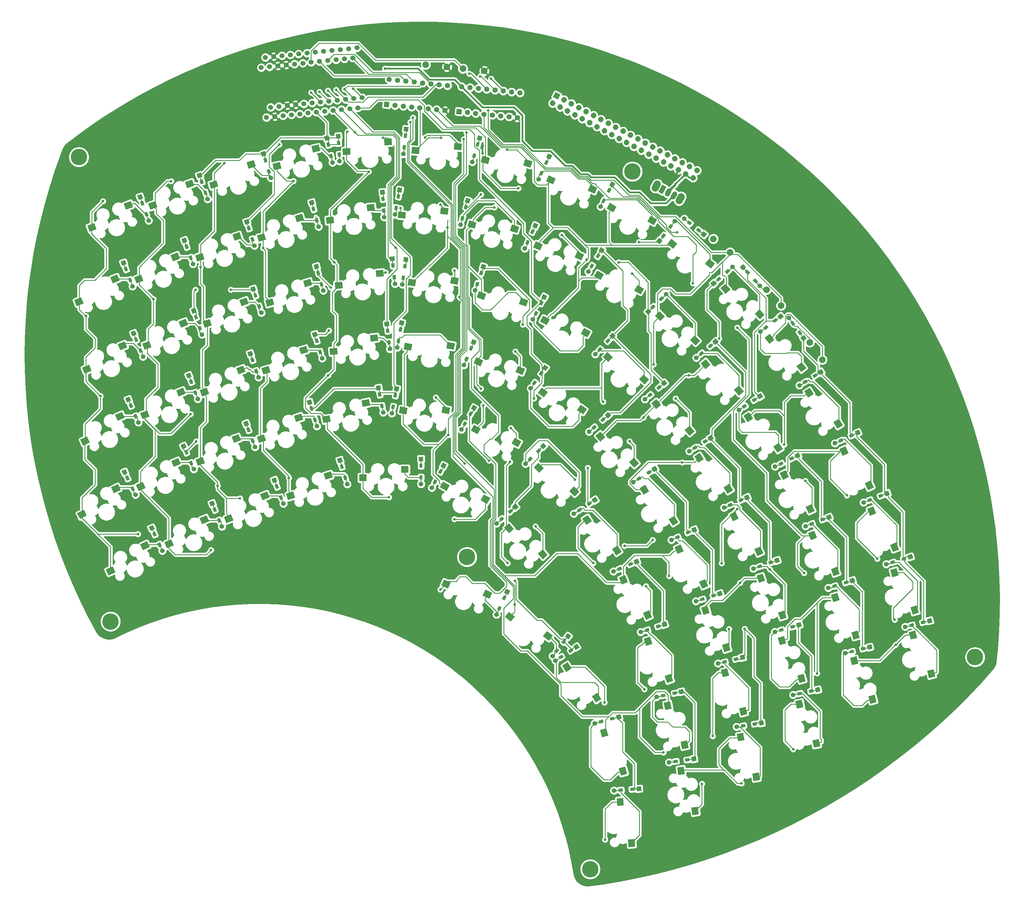
<source format=gbr>
G04 #@! TF.GenerationSoftware,KiCad,Pcbnew,(5.1.5)-3*
G04 #@! TF.CreationDate,2020-02-26T04:59:34+09:00*
G04 #@! TF.ProjectId,fan,66616e2e-6b69-4636-9164-5f7063625858,rev?*
G04 #@! TF.SameCoordinates,Original*
G04 #@! TF.FileFunction,Copper,L2,Bot*
G04 #@! TF.FilePolarity,Positive*
%FSLAX46Y46*%
G04 Gerber Fmt 4.6, Leading zero omitted, Abs format (unit mm)*
G04 Created by KiCad (PCBNEW (5.1.5)-3) date 2020-02-26 04:59:34*
%MOMM*%
%LPD*%
G04 APERTURE LIST*
%ADD10C,1.524000*%
%ADD11C,5.000000*%
%ADD12C,0.100000*%
%ADD13C,1.397000*%
%ADD14R,0.950000X1.300000*%
%ADD15R,1.397000X1.397000*%
%ADD16C,2.000000*%
%ADD17R,2.300000X2.000000*%
%ADD18C,1.700000*%
%ADD19C,1.600000*%
%ADD20C,1.500000*%
%ADD21C,2.200000*%
%ADD22C,0.800000*%
%ADD23C,0.250000*%
%ADD24C,0.500000*%
%ADD25C,0.254000*%
G04 APERTURE END LIST*
D10*
X176596920Y-127883067D03*
X179123006Y-127617565D03*
X181649091Y-127352062D03*
X184175177Y-127086560D03*
X186701262Y-126821058D03*
X189227348Y-126555556D03*
X191753434Y-126290053D03*
X194279519Y-126024551D03*
X196805605Y-125759049D03*
X199331690Y-125493546D03*
X201857776Y-125228044D03*
X204383862Y-124962542D03*
X202792938Y-109825919D03*
X200266853Y-110091421D03*
X197740767Y-110356923D03*
X195214682Y-110622425D03*
X192688596Y-110887928D03*
X190162510Y-111153430D03*
X187636425Y-111418932D03*
X185110339Y-111684435D03*
X182584254Y-111949937D03*
X180058168Y-112215439D03*
X177532082Y-112480942D03*
X175005997Y-112746444D03*
D11*
X236200000Y-264400000D03*
X128000000Y-284000000D03*
X273600000Y-359200000D03*
X390400000Y-294800000D03*
X286400000Y-147400000D03*
X118400000Y-143000000D03*
G04 #@! TA.AperFunction,SMDPad,CuDef*
D12*
G36*
X300499062Y-257701645D02*
G01*
X300885461Y-258569513D01*
X299697852Y-259098271D01*
X299311453Y-258230403D01*
X300499062Y-257701645D01*
G37*
G04 #@! TD.AperFunction*
D13*
X298239392Y-259227667D03*
G04 #@! TA.AperFunction,ComponentPad*
D12*
G36*
X305554614Y-255206116D02*
G01*
X306122825Y-256482339D01*
X304846602Y-257050550D01*
X304278391Y-255774327D01*
X305554614Y-255206116D01*
G37*
G04 #@! TD.AperFunction*
G04 #@! TA.AperFunction,SMDPad,CuDef*
G36*
X303742148Y-256257729D02*
G01*
X304128547Y-257125597D01*
X302940938Y-257654355D01*
X302554539Y-256786487D01*
X303742148Y-256257729D01*
G37*
G04 #@! TD.AperFunction*
G04 #@! TA.AperFunction,SMDPad,CuDef*
G36*
X256685629Y-210727097D02*
G01*
X257463824Y-211271995D01*
X256718175Y-212336893D01*
X255939980Y-211791995D01*
X256685629Y-210727097D01*
G37*
G04 #@! TD.AperFunction*
D13*
X255534674Y-213198969D03*
G04 #@! TA.AperFunction,ComponentPad*
D12*
G36*
X259733791Y-205984210D02*
G01*
X260878147Y-206785496D01*
X260076861Y-207929852D01*
X258932505Y-207128566D01*
X259733791Y-205984210D01*
G37*
G04 #@! TD.AperFunction*
G04 #@! TA.AperFunction,SMDPad,CuDef*
G36*
X258721825Y-207819107D02*
G01*
X259500020Y-208364005D01*
X258754371Y-209428903D01*
X257976176Y-208884005D01*
X258721825Y-207819107D01*
G37*
G04 #@! TD.AperFunction*
G04 #@! TA.AperFunction,SMDPad,CuDef*
G36*
X234703190Y-138929146D02*
G01*
X234494133Y-140918190D01*
X232206732Y-140677774D01*
X232415789Y-138688730D01*
X234703190Y-138929146D01*
G37*
G04 #@! TD.AperFunction*
G04 #@! TA.AperFunction,SMDPad,CuDef*
G36*
X221807259Y-140127720D02*
G01*
X221598202Y-142116764D01*
X219310801Y-141876348D01*
X219519858Y-139887304D01*
X221807259Y-140127720D01*
G37*
G04 #@! TD.AperFunction*
G04 #@! TA.AperFunction,SMDPad,CuDef*
G36*
X213371242Y-137319567D02*
G01*
X213441041Y-139318348D01*
X211142442Y-139398617D01*
X211072643Y-137399836D01*
X213371242Y-137319567D01*
G37*
G04 #@! TD.AperFunction*
G04 #@! TA.AperFunction,SMDPad,CuDef*
G36*
X200767624Y-140301243D02*
G01*
X200837423Y-142300024D01*
X198538824Y-142380293D01*
X198469025Y-140381512D01*
X200767624Y-140301243D01*
G37*
G04 #@! TD.AperFunction*
G04 #@! TA.AperFunction,SMDPad,CuDef*
G36*
X287212924Y-352352404D02*
G01*
X285217796Y-352491917D01*
X285057356Y-350197520D01*
X287052484Y-350058007D01*
X287212924Y-352352404D01*
G37*
G04 #@! TD.AperFunction*
G04 #@! TA.AperFunction,SMDPad,CuDef*
G36*
X283793204Y-339860522D02*
G01*
X281798076Y-340000035D01*
X281637636Y-337705638D01*
X283632764Y-337566125D01*
X283793204Y-339860522D01*
G37*
G04 #@! TD.AperFunction*
G04 #@! TA.AperFunction,SMDPad,CuDef*
G36*
X289946629Y-183000146D02*
G01*
X288916553Y-184714481D01*
X286945069Y-183529894D01*
X287975145Y-181815559D01*
X289946629Y-183000146D01*
G37*
G04 #@! TD.AperFunction*
G04 #@! TA.AperFunction,SMDPad,CuDef*
G36*
X277752407Y-178636368D02*
G01*
X276722331Y-180350703D01*
X274750847Y-179166116D01*
X275780923Y-177451781D01*
X277752407Y-178636368D01*
G37*
G04 #@! TD.AperFunction*
G04 #@! TA.AperFunction,SMDPad,CuDef*
G36*
X130235708Y-242250538D02*
G01*
X131112450Y-244048126D01*
X129045224Y-245056380D01*
X128168482Y-243258792D01*
X130235708Y-242250538D01*
G37*
G04 #@! TD.AperFunction*
G04 #@! TA.AperFunction,SMDPad,CuDef*
G36*
X119934486Y-250100788D02*
G01*
X120811228Y-251898376D01*
X118744002Y-252906630D01*
X117867260Y-251109042D01*
X119934486Y-250100788D01*
G37*
G04 #@! TD.AperFunction*
G04 #@! TA.AperFunction,SMDPad,CuDef*
G36*
X296309826Y-305870280D02*
G01*
X296507342Y-306799521D01*
X295235750Y-307069806D01*
X295038234Y-306140565D01*
X296309826Y-305870280D01*
G37*
G04 #@! TD.AperFunction*
D13*
X293782258Y-306893144D03*
G04 #@! TA.AperFunction,ComponentPad*
D12*
G36*
X301773752Y-304480394D02*
G01*
X302064204Y-305846866D01*
X300697732Y-306137318D01*
X300407280Y-304770846D01*
X301773752Y-304480394D01*
G37*
G04 #@! TD.AperFunction*
G04 #@! TA.AperFunction,SMDPad,CuDef*
G36*
X299782250Y-305132194D02*
G01*
X299979766Y-306061435D01*
X298708174Y-306331720D01*
X298510658Y-305402479D01*
X299782250Y-305132194D01*
G37*
G04 #@! TD.AperFunction*
G04 #@! TA.AperFunction,SMDPad,CuDef*
G36*
X353513504Y-292489271D02*
G01*
X353743330Y-293411052D01*
X352481946Y-293725551D01*
X352252120Y-292803770D01*
X353513504Y-292489271D01*
G37*
G04 #@! TD.AperFunction*
D13*
X351023173Y-293599722D03*
G04 #@! TA.AperFunction,ComponentPad*
D12*
G36*
X358925596Y-290909544D02*
G01*
X359263561Y-292265047D01*
X357908058Y-292603012D01*
X357570093Y-291247509D01*
X358925596Y-290909544D01*
G37*
G04 #@! TD.AperFunction*
G04 #@! TA.AperFunction,SMDPad,CuDef*
G36*
X356958054Y-291630449D02*
G01*
X357187880Y-292552230D01*
X355926496Y-292866729D01*
X355696670Y-291944948D01*
X356958054Y-291630449D01*
G37*
G04 #@! TD.AperFunction*
G04 #@! TA.AperFunction,SMDPad,CuDef*
G36*
X337720826Y-305247280D02*
G01*
X337918342Y-306176521D01*
X336646750Y-306446806D01*
X336449234Y-305517565D01*
X337720826Y-305247280D01*
G37*
G04 #@! TD.AperFunction*
D13*
X335193258Y-306270144D03*
G04 #@! TA.AperFunction,ComponentPad*
D12*
G36*
X343184752Y-303857394D02*
G01*
X343475204Y-305223866D01*
X342108732Y-305514318D01*
X341818280Y-304147846D01*
X343184752Y-303857394D01*
G37*
G04 #@! TD.AperFunction*
G04 #@! TA.AperFunction,SMDPad,CuDef*
G36*
X341193250Y-304509194D02*
G01*
X341390766Y-305438435D01*
X340119174Y-305708720D01*
X339921658Y-304779479D01*
X341193250Y-304509194D01*
G37*
G04 #@! TD.AperFunction*
G04 #@! TA.AperFunction,SMDPad,CuDef*
G36*
X300118841Y-325924192D02*
G01*
X300251055Y-326864947D01*
X298963707Y-327045872D01*
X298831493Y-326105117D01*
X300118841Y-325924192D01*
G37*
G04 #@! TD.AperFunction*
D13*
X297526079Y-326768250D03*
G04 #@! TA.AperFunction,ComponentPad*
D12*
G36*
X305666411Y-324918835D02*
G01*
X305860836Y-326302240D01*
X304477431Y-326496665D01*
X304283006Y-325113260D01*
X305666411Y-324918835D01*
G37*
G04 #@! TD.AperFunction*
G04 #@! TA.AperFunction,SMDPad,CuDef*
G36*
X303634293Y-325430128D02*
G01*
X303766507Y-326370883D01*
X302479159Y-326551808D01*
X302346945Y-325611053D01*
X303634293Y-325430128D01*
G37*
G04 #@! TD.AperFunction*
G04 #@! TA.AperFunction,SMDPad,CuDef*
G36*
X216493053Y-178925945D02*
G01*
X217433808Y-179058159D01*
X217252883Y-180345507D01*
X216312128Y-180213293D01*
X216493053Y-178925945D01*
G37*
G04 #@! TD.AperFunction*
D13*
X216589750Y-181650921D03*
G04 #@! TA.AperFunction,ComponentPad*
D12*
G36*
X217055760Y-173316164D02*
G01*
X218439165Y-173510589D01*
X218244740Y-174893994D01*
X216861335Y-174699569D01*
X217055760Y-173316164D01*
G37*
G04 #@! TD.AperFunction*
G04 #@! TA.AperFunction,SMDPad,CuDef*
G36*
X216987117Y-175410493D02*
G01*
X217927872Y-175542707D01*
X217746947Y-176830055D01*
X216806192Y-176697841D01*
X216987117Y-175410493D01*
G37*
G04 #@! TD.AperFunction*
G04 #@! TA.AperFunction,SMDPad,CuDef*
G36*
X234536837Y-160814966D02*
G01*
X235445326Y-161092719D01*
X235065243Y-162335916D01*
X234156754Y-162058163D01*
X234536837Y-160814966D01*
G37*
G04 #@! TD.AperFunction*
D13*
X234206064Y-163521521D03*
G04 #@! TA.AperFunction,ComponentPad*
D12*
G36*
X235970179Y-155362278D02*
G01*
X237306137Y-155770722D01*
X236897693Y-157106680D01*
X235561735Y-156698236D01*
X235970179Y-155362278D01*
G37*
G04 #@! TD.AperFunction*
G04 #@! TA.AperFunction,SMDPad,CuDef*
G36*
X235574757Y-157420084D02*
G01*
X236483246Y-157697837D01*
X236103163Y-158941034D01*
X235194674Y-158663281D01*
X235574757Y-157420084D01*
G37*
G04 #@! TD.AperFunction*
G04 #@! TA.AperFunction,SMDPad,CuDef*
G36*
X216730008Y-139347186D02*
G01*
X217674803Y-139446488D01*
X217538916Y-140739366D01*
X216594121Y-140640064D01*
X216730008Y-139347186D01*
G37*
G04 #@! TD.AperFunction*
D13*
X216921747Y-142067128D03*
G04 #@! TA.AperFunction,ComponentPad*
D12*
G36*
X217096593Y-133721185D02*
G01*
X218485940Y-133867212D01*
X218339913Y-135256559D01*
X216950566Y-135110532D01*
X217096593Y-133721185D01*
G37*
G04 #@! TD.AperFunction*
G04 #@! TA.AperFunction,SMDPad,CuDef*
G36*
X217101084Y-135816634D02*
G01*
X218045879Y-135915936D01*
X217909992Y-137208814D01*
X216965197Y-137109512D01*
X217101084Y-135816634D01*
G37*
G04 #@! TD.AperFunction*
G04 #@! TA.AperFunction,SMDPad,CuDef*
G36*
X283460606Y-334639633D02*
G01*
X283526875Y-335587319D01*
X282230042Y-335678003D01*
X282163773Y-334730317D01*
X283460606Y-334639633D01*
G37*
G04 #@! TD.AperFunction*
D13*
X280815281Y-335300772D03*
G04 #@! TA.AperFunction,ComponentPad*
D12*
G36*
X289064793Y-334023705D02*
G01*
X289162242Y-335417302D01*
X287768645Y-335514751D01*
X287671196Y-334121154D01*
X289064793Y-334023705D01*
G37*
G04 #@! TD.AperFunction*
G04 #@! TA.AperFunction,SMDPad,CuDef*
G36*
X287001958Y-334391997D02*
G01*
X287068227Y-335339683D01*
X285771394Y-335430367D01*
X285705125Y-334482681D01*
X287001958Y-334391997D01*
G37*
G04 #@! TD.AperFunction*
G04 #@! TA.AperFunction,SMDPad,CuDef*
G36*
X263435076Y-292090073D02*
G01*
X264183686Y-292674951D01*
X263383326Y-293699365D01*
X262634716Y-293114487D01*
X263435076Y-292090073D01*
G37*
G04 #@! TD.AperFunction*
D13*
X262156330Y-294498321D03*
G04 #@! TA.AperFunction,ComponentPad*
D12*
G36*
X266727284Y-287513214D02*
G01*
X267828135Y-288373293D01*
X266968056Y-289474144D01*
X265867205Y-288614065D01*
X266727284Y-287513214D01*
G37*
G04 #@! TD.AperFunction*
G04 #@! TA.AperFunction,SMDPad,CuDef*
G36*
X265620674Y-289292635D02*
G01*
X266369284Y-289877513D01*
X265568924Y-290901927D01*
X264820314Y-290317049D01*
X265620674Y-289292635D01*
G37*
G04 #@! TD.AperFunction*
G04 #@! TA.AperFunction,SMDPad,CuDef*
G36*
X255520629Y-233871620D02*
G01*
X256192380Y-234543371D01*
X255273141Y-235462610D01*
X254601390Y-234790859D01*
X255520629Y-233871620D01*
G37*
G04 #@! TD.AperFunction*
D13*
X253957923Y-236106077D03*
G04 #@! TA.AperFunction,ComponentPad*
D12*
G36*
X259346077Y-229730095D02*
G01*
X260333905Y-230717923D01*
X259346077Y-231705751D01*
X258358249Y-230717923D01*
X259346077Y-229730095D01*
G37*
G04 #@! TD.AperFunction*
G04 #@! TA.AperFunction,SMDPad,CuDef*
G36*
X258030859Y-231361390D02*
G01*
X258702610Y-232033141D01*
X257783371Y-232952380D01*
X257111620Y-232280629D01*
X258030859Y-231361390D01*
G37*
G04 #@! TD.AperFunction*
G04 #@! TA.AperFunction,SMDPad,CuDef*
G36*
X276605359Y-200576824D02*
G01*
X277300145Y-201224722D01*
X276413547Y-202175482D01*
X275718761Y-201527584D01*
X276605359Y-200576824D01*
G37*
G04 #@! TD.AperFunction*
D13*
X275121586Y-202864458D03*
G04 #@! TA.AperFunction,ComponentPad*
D12*
G36*
X280283939Y-196304316D02*
G01*
X281305640Y-197257067D01*
X280352889Y-198278768D01*
X279331188Y-197326017D01*
X280283939Y-196304316D01*
G37*
G04 #@! TD.AperFunction*
G04 #@! TA.AperFunction,SMDPad,CuDef*
G36*
X279026453Y-197980518D02*
G01*
X279721239Y-198628416D01*
X278834641Y-199579176D01*
X278139855Y-198931278D01*
X279026453Y-197980518D01*
G37*
G04 #@! TD.AperFunction*
G04 #@! TA.AperFunction,SMDPad,CuDef*
G36*
X254414059Y-168096852D02*
G01*
X255275051Y-168498340D01*
X254725647Y-169676540D01*
X253864655Y-169275052D01*
X254414059Y-168096852D01*
G37*
G04 #@! TD.AperFunction*
D13*
X253709824Y-170731033D03*
G04 #@! TA.AperFunction,ComponentPad*
D12*
G36*
X256592319Y-162896712D02*
G01*
X257858431Y-163487110D01*
X257268033Y-164753222D01*
X256001921Y-164162824D01*
X256592319Y-162896712D01*
G37*
G04 #@! TD.AperFunction*
G04 #@! TA.AperFunction,SMDPad,CuDef*
G36*
X255914353Y-164879460D02*
G01*
X256775345Y-165280948D01*
X256225941Y-166459148D01*
X255364949Y-166057660D01*
X255914353Y-164879460D01*
G37*
G04 #@! TD.AperFunction*
G04 #@! TA.AperFunction,SMDPad,CuDef*
G36*
X213439067Y-218091696D02*
G01*
X214371613Y-218272965D01*
X214123561Y-219549080D01*
X213191015Y-219367811D01*
X213439067Y-218091696D01*
G37*
G04 #@! TD.AperFunction*
D13*
X213393018Y-220818000D03*
G04 #@! TA.AperFunction,ComponentPad*
D12*
G36*
X214294595Y-212519053D02*
G01*
X215665929Y-212785613D01*
X215399369Y-214156947D01*
X214028035Y-213890387D01*
X214294595Y-212519053D01*
G37*
G04 #@! TD.AperFunction*
G04 #@! TA.AperFunction,SMDPad,CuDef*
G36*
X214116439Y-214606920D02*
G01*
X215048985Y-214788189D01*
X214800933Y-216064304D01*
X213868387Y-215883035D01*
X214116439Y-214606920D01*
G37*
G04 #@! TD.AperFunction*
G04 #@! TA.AperFunction,SMDPad,CuDef*
G36*
X194311244Y-142151518D02*
G01*
X195236896Y-141937815D01*
X195529332Y-143204496D01*
X194603680Y-143418199D01*
X194311244Y-142151518D01*
G37*
G04 #@! TD.AperFunction*
D13*
X195378064Y-144660850D03*
G04 #@! TA.AperFunction,ComponentPad*
D12*
G36*
X192826210Y-136712681D02*
G01*
X194187405Y-136398424D01*
X194501662Y-137759619D01*
X193140467Y-138073876D01*
X192826210Y-136712681D01*
G37*
G04 #@! TD.AperFunction*
G04 #@! TA.AperFunction,SMDPad,CuDef*
G36*
X193512668Y-138692504D02*
G01*
X194438320Y-138478801D01*
X194730756Y-139745482D01*
X193805104Y-139959185D01*
X193512668Y-138692504D01*
G37*
G04 #@! TD.AperFunction*
G04 #@! TA.AperFunction,SMDPad,CuDef*
G36*
X210404633Y-158605394D02*
G01*
X211352319Y-158539125D01*
X211443003Y-159835958D01*
X210495317Y-159902227D01*
X210404633Y-158605394D01*
G37*
G04 #@! TD.AperFunction*
D13*
X211065772Y-161250719D03*
G04 #@! TA.AperFunction,ComponentPad*
D12*
G36*
X209788705Y-153001207D02*
G01*
X211182302Y-152903758D01*
X211279751Y-154297355D01*
X209886154Y-154394804D01*
X209788705Y-153001207D01*
G37*
G04 #@! TD.AperFunction*
G04 #@! TA.AperFunction,SMDPad,CuDef*
G36*
X210156997Y-155064042D02*
G01*
X211104683Y-154997773D01*
X211195367Y-156294606D01*
X210247681Y-156360875D01*
X210156997Y-155064042D01*
G37*
G04 #@! TD.AperFunction*
G04 #@! TA.AperFunction,SMDPad,CuDef*
G36*
X297986924Y-164883927D02*
G01*
X297238314Y-164299049D01*
X298038674Y-163274635D01*
X298787284Y-163859513D01*
X297986924Y-164883927D01*
G37*
G04 #@! TD.AperFunction*
D13*
X299265670Y-162475679D03*
G04 #@! TA.AperFunction,ComponentPad*
D12*
G36*
X294694716Y-169460786D02*
G01*
X293593865Y-168600707D01*
X294453944Y-167499856D01*
X295554795Y-168359935D01*
X294694716Y-169460786D01*
G37*
G04 #@! TD.AperFunction*
G04 #@! TA.AperFunction,SMDPad,CuDef*
G36*
X295801326Y-167681365D02*
G01*
X295052716Y-167096487D01*
X295853076Y-166072073D01*
X296601686Y-166656951D01*
X295801326Y-167681365D01*
G37*
G04 #@! TD.AperFunction*
G04 #@! TA.AperFunction,SMDPad,CuDef*
G36*
X245850059Y-279254852D02*
G01*
X246711051Y-279656340D01*
X246161647Y-280834540D01*
X245300655Y-280433052D01*
X245850059Y-279254852D01*
G37*
G04 #@! TD.AperFunction*
D13*
X245145824Y-281889033D03*
G04 #@! TA.AperFunction,ComponentPad*
D12*
G36*
X248028319Y-274054712D02*
G01*
X249294431Y-274645110D01*
X248704033Y-275911222D01*
X247437921Y-275320824D01*
X248028319Y-274054712D01*
G37*
G04 #@! TD.AperFunction*
G04 #@! TA.AperFunction,SMDPad,CuDef*
G36*
X247350353Y-276037460D02*
G01*
X248211345Y-276438948D01*
X247661941Y-277617148D01*
X246800949Y-277215660D01*
X247350353Y-276037460D01*
G37*
G04 #@! TD.AperFunction*
G04 #@! TA.AperFunction,SMDPad,CuDef*
G36*
X226371444Y-240784317D02*
G01*
X227210245Y-241230315D01*
X226599932Y-242378147D01*
X225761131Y-241932149D01*
X226371444Y-240784317D01*
G37*
G04 #@! TD.AperFunction*
D13*
X225530313Y-243378030D03*
G04 #@! TA.AperFunction,ComponentPad*
D12*
G36*
X228818874Y-235705305D02*
G01*
X230052352Y-236361157D01*
X229396500Y-237594635D01*
X228163022Y-236938783D01*
X228818874Y-235705305D01*
G37*
G04 #@! TD.AperFunction*
G04 #@! TA.AperFunction,SMDPad,CuDef*
G36*
X228038068Y-237649853D02*
G01*
X228876869Y-238095851D01*
X228266556Y-239243683D01*
X227427755Y-238797685D01*
X228038068Y-237649853D01*
G37*
G04 #@! TD.AperFunction*
G04 #@! TA.AperFunction,SMDPad,CuDef*
G36*
X258614059Y-147096852D02*
G01*
X259475051Y-147498340D01*
X258925647Y-148676540D01*
X258064655Y-148275052D01*
X258614059Y-147096852D01*
G37*
G04 #@! TD.AperFunction*
D13*
X257909824Y-149731033D03*
G04 #@! TA.AperFunction,ComponentPad*
D12*
G36*
X260792319Y-141896712D02*
G01*
X262058431Y-142487110D01*
X261468033Y-143753222D01*
X260201921Y-143162824D01*
X260792319Y-141896712D01*
G37*
G04 #@! TD.AperFunction*
G04 #@! TA.AperFunction,SMDPad,CuDef*
G36*
X260114353Y-143879460D02*
G01*
X260975345Y-144280948D01*
X260425941Y-145459148D01*
X259564949Y-145057660D01*
X260114353Y-143879460D01*
G37*
G04 #@! TD.AperFunction*
G04 #@! TA.AperFunction,SMDPad,CuDef*
G36*
X238136837Y-141814966D02*
G01*
X239045326Y-142092719D01*
X238665243Y-143335916D01*
X237756754Y-143058163D01*
X238136837Y-141814966D01*
G37*
G04 #@! TD.AperFunction*
D13*
X237806064Y-144521521D03*
G04 #@! TA.AperFunction,ComponentPad*
D12*
G36*
X239570179Y-136362278D02*
G01*
X240906137Y-136770722D01*
X240497693Y-138106680D01*
X239161735Y-137698236D01*
X239570179Y-136362278D01*
G37*
G04 #@! TD.AperFunction*
G04 #@! TA.AperFunction,SMDPad,CuDef*
G36*
X239174757Y-138420084D02*
G01*
X240083246Y-138697837D01*
X239703163Y-139941034D01*
X238794674Y-139663281D01*
X239174757Y-138420084D01*
G37*
G04 #@! TD.AperFunction*
G04 #@! TA.AperFunction,SMDPad,CuDef*
G36*
X189966492Y-161690348D02*
G01*
X190879691Y-161428492D01*
X191238020Y-162678132D01*
X190324821Y-162939988D01*
X189966492Y-161690348D01*
G37*
G04 #@! TD.AperFunction*
D13*
X191163178Y-164140407D03*
G04 #@! TA.AperFunction,ComponentPad*
D12*
G36*
X188198848Y-156336684D02*
G01*
X189541731Y-155951619D01*
X189926796Y-157294502D01*
X188583913Y-157679567D01*
X188198848Y-156336684D01*
G37*
G04 #@! TD.AperFunction*
G04 #@! TA.AperFunction,SMDPad,CuDef*
G36*
X188987980Y-158277868D02*
G01*
X189901179Y-158016012D01*
X190259508Y-159265652D01*
X189346309Y-159527508D01*
X188987980Y-158277868D01*
G37*
G04 #@! TD.AperFunction*
D14*
X222258000Y-240230000D03*
D13*
X222258000Y-242265000D03*
D15*
X222258000Y-234645000D03*
D14*
X222258000Y-236680000D03*
G04 #@! TA.AperFunction,SMDPad,CuDef*
D12*
G36*
X295059220Y-186838195D02*
G01*
X294399294Y-186154823D01*
X295334436Y-185251767D01*
X295994362Y-185935139D01*
X295059220Y-186838195D01*
G37*
G04 #@! TD.AperFunction*
D13*
X296660685Y-184631352D03*
G04 #@! TA.AperFunction,ComponentPad*
D12*
G36*
X291162075Y-190912326D02*
G01*
X290191637Y-189907408D01*
X291196555Y-188936970D01*
X292166993Y-189941888D01*
X291162075Y-190912326D01*
G37*
G04 #@! TD.AperFunction*
G04 #@! TA.AperFunction,SMDPad,CuDef*
G36*
X292505564Y-189304233D02*
G01*
X291845638Y-188620861D01*
X292780780Y-187717805D01*
X293440706Y-188401177D01*
X292505564Y-189304233D01*
G37*
G04 #@! TD.AperFunction*
G04 #@! TA.AperFunction,SMDPad,CuDef*
G36*
X274021018Y-175230342D02*
G01*
X274826663Y-175733765D01*
X274137768Y-176836228D01*
X273332123Y-176332805D01*
X274021018Y-175230342D01*
G37*
G04 #@! TD.AperFunction*
D13*
X273001008Y-177759063D03*
G04 #@! TA.AperFunction,ComponentPad*
D12*
G36*
X276816779Y-170334427D02*
G01*
X278001502Y-171074724D01*
X277261205Y-172259447D01*
X276076482Y-171519150D01*
X276816779Y-170334427D01*
G37*
G04 #@! TD.AperFunction*
G04 #@! TA.AperFunction,SMDPad,CuDef*
G36*
X275902232Y-172219772D02*
G01*
X276707877Y-172723195D01*
X276018982Y-173825658D01*
X275213337Y-173322235D01*
X275902232Y-172219772D01*
G37*
G04 #@! TD.AperFunction*
G04 #@! TA.AperFunction,SMDPad,CuDef*
G36*
X175427674Y-146882019D02*
G01*
X176336163Y-146604266D01*
X176716246Y-147847463D01*
X175807757Y-148125216D01*
X175427674Y-146882019D01*
G37*
G04 #@! TD.AperFunction*
D13*
X176666936Y-149310821D03*
G04 #@! TA.AperFunction,ComponentPad*
D12*
G36*
X173566863Y-141560022D02*
G01*
X174902821Y-141151578D01*
X175311265Y-142487536D01*
X173975307Y-142895980D01*
X173566863Y-141560022D01*
G37*
G04 #@! TD.AperFunction*
G04 #@! TA.AperFunction,SMDPad,CuDef*
G36*
X174389754Y-143487137D02*
G01*
X175298243Y-143209384D01*
X175678326Y-144452581D01*
X174769837Y-144730334D01*
X174389754Y-143487137D01*
G37*
G04 #@! TD.AperFunction*
G04 #@! TA.AperFunction,SMDPad,CuDef*
G36*
X191373492Y-181090348D02*
G01*
X192286691Y-180828492D01*
X192645020Y-182078132D01*
X191731821Y-182339988D01*
X191373492Y-181090348D01*
G37*
G04 #@! TD.AperFunction*
D13*
X192570178Y-183540407D03*
G04 #@! TA.AperFunction,ComponentPad*
D12*
G36*
X189605848Y-175736684D02*
G01*
X190948731Y-175351619D01*
X191333796Y-176694502D01*
X189990913Y-177079567D01*
X189605848Y-175736684D01*
G37*
G04 #@! TD.AperFunction*
G04 #@! TA.AperFunction,SMDPad,CuDef*
G36*
X190394980Y-177677868D02*
G01*
X191308179Y-177416012D01*
X191666508Y-178665652D01*
X190753309Y-178927508D01*
X190394980Y-177677868D01*
G37*
G04 #@! TD.AperFunction*
G04 #@! TA.AperFunction,SMDPad,CuDef*
G36*
X256986033Y-189664737D02*
G01*
X257832489Y-190096028D01*
X257242301Y-191254337D01*
X256395845Y-190823046D01*
X256986033Y-189664737D01*
G37*
G04 #@! TD.AperFunction*
D13*
X256190296Y-192272735D03*
G04 #@! TA.AperFunction,ComponentPad*
D12*
G36*
X259344448Y-184543785D02*
G01*
X260589184Y-185178009D01*
X259954960Y-186422745D01*
X258710224Y-185788521D01*
X259344448Y-184543785D01*
G37*
G04 #@! TD.AperFunction*
G04 #@! TA.AperFunction,SMDPad,CuDef*
G36*
X258597699Y-186501663D02*
G01*
X259444155Y-186932954D01*
X258853967Y-188091263D01*
X258007511Y-187659972D01*
X258597699Y-186501663D01*
G37*
G04 #@! TD.AperFunction*
G04 #@! TA.AperFunction,SMDPad,CuDef*
G36*
X239104615Y-180787063D02*
G01*
X240002858Y-181096353D01*
X239579619Y-182325527D01*
X238681376Y-182016237D01*
X239104615Y-180787063D01*
G37*
G04 #@! TD.AperFunction*
D13*
X238679585Y-183480426D03*
G04 #@! TA.AperFunction,ComponentPad*
D12*
G36*
X240727380Y-175387720D02*
G01*
X242048269Y-175842539D01*
X241593450Y-177163428D01*
X240272561Y-176708609D01*
X240727380Y-175387720D01*
G37*
G04 #@! TD.AperFunction*
G04 #@! TA.AperFunction,SMDPad,CuDef*
G36*
X240260381Y-177430473D02*
G01*
X241158624Y-177739763D01*
X240735385Y-178968937D01*
X239837142Y-178659647D01*
X240260381Y-177430473D01*
G37*
G04 #@! TD.AperFunction*
G04 #@! TA.AperFunction,SMDPad,CuDef*
G36*
X213565197Y-178846488D02*
G01*
X214509992Y-178747186D01*
X214645879Y-180040064D01*
X213701084Y-180139366D01*
X213565197Y-178846488D01*
G37*
G04 #@! TD.AperFunction*
D13*
X214318253Y-181467128D03*
G04 #@! TA.AperFunction,ComponentPad*
D12*
G36*
X212754060Y-173267212D02*
G01*
X214143407Y-173121185D01*
X214289434Y-174510532D01*
X212900087Y-174656559D01*
X212754060Y-173267212D01*
G37*
G04 #@! TD.AperFunction*
G04 #@! TA.AperFunction,SMDPad,CuDef*
G36*
X213194121Y-175315936D02*
G01*
X214138916Y-175216634D01*
X214274803Y-176509512D01*
X213330008Y-176608814D01*
X213194121Y-175315936D01*
G37*
G04 #@! TD.AperFunction*
G04 #@! TA.AperFunction,SMDPad,CuDef*
G36*
X211985644Y-198652502D02*
G01*
X212928562Y-198536726D01*
X213086992Y-199827036D01*
X212144074Y-199942812D01*
X211985644Y-198652502D01*
G37*
G04 #@! TD.AperFunction*
D13*
X212784322Y-201259601D03*
G04 #@! TA.AperFunction,ComponentPad*
D12*
G36*
X211077259Y-193088231D02*
G01*
X212463846Y-192917980D01*
X212634097Y-194304567D01*
X211247510Y-194474818D01*
X211077259Y-193088231D01*
G37*
G04 #@! TD.AperFunction*
G04 #@! TA.AperFunction,SMDPad,CuDef*
G36*
X211553008Y-195128964D02*
G01*
X212495926Y-195013188D01*
X212654356Y-196303498D01*
X211711438Y-196419274D01*
X211553008Y-195128964D01*
G37*
G04 #@! TD.AperFunction*
G04 #@! TA.AperFunction,SMDPad,CuDef*
G36*
X209807387Y-218014965D02*
G01*
X210739933Y-217833696D01*
X210987985Y-219109811D01*
X210055439Y-219291080D01*
X209807387Y-218014965D01*
G37*
G04 #@! TD.AperFunction*
D13*
X210785982Y-220560000D03*
G04 #@! TA.AperFunction,ComponentPad*
D12*
G36*
X208513071Y-212527613D02*
G01*
X209884405Y-212261053D01*
X210150965Y-213632387D01*
X208779631Y-213898947D01*
X208513071Y-212527613D01*
G37*
G04 #@! TD.AperFunction*
G04 #@! TA.AperFunction,SMDPad,CuDef*
G36*
X209130015Y-214530189D02*
G01*
X210062561Y-214348920D01*
X210310613Y-215625035D01*
X209378067Y-215806304D01*
X209130015Y-214530189D01*
G37*
G04 #@! TD.AperFunction*
G04 #@! TA.AperFunction,SMDPad,CuDef*
G36*
X196904529Y-141626317D02*
G01*
X197853227Y-141576598D01*
X197921263Y-142874817D01*
X196972565Y-142924536D01*
X196904529Y-141626317D01*
G37*
G04 #@! TD.AperFunction*
D13*
X197519400Y-144282779D03*
G04 #@! TA.AperFunction,ComponentPad*
D12*
G36*
X196386501Y-136012235D02*
G01*
X197781586Y-135939122D01*
X197854699Y-137334207D01*
X196459614Y-137407320D01*
X196386501Y-136012235D01*
G37*
G04 #@! TD.AperFunction*
G04 #@! TA.AperFunction,SMDPad,CuDef*
G36*
X196718737Y-138081183D02*
G01*
X197667435Y-138031464D01*
X197735471Y-139329683D01*
X196786773Y-139379402D01*
X196718737Y-138081183D01*
G37*
G04 #@! TD.AperFunction*
G04 #@! TA.AperFunction,SMDPad,CuDef*
G36*
X332107652Y-285931492D02*
G01*
X332369508Y-286844691D01*
X331119868Y-287203020D01*
X330858012Y-286289821D01*
X332107652Y-285931492D01*
G37*
G04 #@! TD.AperFunction*
D13*
X329657593Y-287128178D03*
G04 #@! TA.AperFunction,ComponentPad*
D12*
G36*
X337461316Y-284163848D02*
G01*
X337846381Y-285506731D01*
X336503498Y-285891796D01*
X336118433Y-284548913D01*
X337461316Y-284163848D01*
G37*
G04 #@! TD.AperFunction*
G04 #@! TA.AperFunction,SMDPad,CuDef*
G36*
X335520132Y-284952980D02*
G01*
X335781988Y-285866179D01*
X334532348Y-286224508D01*
X334270492Y-285311309D01*
X335520132Y-284952980D01*
G37*
G04 #@! TD.AperFunction*
G04 #@! TA.AperFunction,SMDPad,CuDef*
G36*
X314901504Y-295642271D02*
G01*
X315131330Y-296564052D01*
X313869946Y-296878551D01*
X313640120Y-295956770D01*
X314901504Y-295642271D01*
G37*
G04 #@! TD.AperFunction*
D13*
X312411173Y-296752722D03*
G04 #@! TA.AperFunction,ComponentPad*
D12*
G36*
X320313596Y-294062544D02*
G01*
X320651561Y-295418047D01*
X319296058Y-295756012D01*
X318958093Y-294400509D01*
X320313596Y-294062544D01*
G37*
G04 #@! TD.AperFunction*
G04 #@! TA.AperFunction,SMDPad,CuDef*
G36*
X318346054Y-294783449D02*
G01*
X318575880Y-295705230D01*
X317314496Y-296019729D01*
X317084670Y-295097948D01*
X318346054Y-294783449D01*
G37*
G04 #@! TD.AperFunction*
G04 #@! TA.AperFunction,SMDPad,CuDef*
G36*
X277403395Y-313781357D02*
G01*
X277649273Y-314698986D01*
X276393569Y-315035451D01*
X276147691Y-314117822D01*
X277403395Y-313781357D01*
G37*
G04 #@! TD.AperFunction*
D13*
X274932823Y-314935101D03*
G04 #@! TA.AperFunction,ComponentPad*
D12*
G36*
X282787091Y-312107415D02*
G01*
X283148661Y-313456813D01*
X281799263Y-313818383D01*
X281437693Y-312468985D01*
X282787091Y-312107415D01*
G37*
G04 #@! TD.AperFunction*
G04 #@! TA.AperFunction,SMDPad,CuDef*
G36*
X280832431Y-312862549D02*
G01*
X281078309Y-313780178D01*
X279822605Y-314116643D01*
X279576727Y-313199014D01*
X280832431Y-312862549D01*
G37*
G04 #@! TD.AperFunction*
G04 #@! TA.AperFunction,SMDPad,CuDef*
G36*
X315080677Y-178498420D02*
G01*
X314457421Y-177781446D01*
X315438543Y-176928570D01*
X316061799Y-177645544D01*
X315080677Y-178498420D01*
G37*
G04 #@! TD.AperFunction*
D13*
X316795444Y-176378415D03*
G04 #@! TA.AperFunction,ComponentPad*
D12*
G36*
X310975649Y-182363007D02*
G01*
X310059134Y-181308678D01*
X311113463Y-180392163D01*
X312029978Y-181446492D01*
X310975649Y-182363007D01*
G37*
G04 #@! TD.AperFunction*
G04 #@! TA.AperFunction,SMDPad,CuDef*
G36*
X312401457Y-180827430D02*
G01*
X311778201Y-180110456D01*
X312759323Y-179257580D01*
X313382579Y-179974554D01*
X312401457Y-180827430D01*
G37*
G04 #@! TD.AperFunction*
G04 #@! TA.AperFunction,SMDPad,CuDef*
G36*
X235464138Y-223173778D02*
G01*
X236286862Y-223648778D01*
X235636862Y-224774612D01*
X234814138Y-224299612D01*
X235464138Y-223173778D01*
G37*
G04 #@! TD.AperFunction*
D13*
X234533000Y-225736557D03*
G04 #@! TA.AperFunction,ComponentPad*
D12*
G36*
X238087331Y-218183274D02*
G01*
X239297169Y-218881774D01*
X238598669Y-220091612D01*
X237388831Y-219393112D01*
X238087331Y-218183274D01*
G37*
G04 #@! TD.AperFunction*
G04 #@! TA.AperFunction,SMDPad,CuDef*
G36*
X237239138Y-220099388D02*
G01*
X238061862Y-220574388D01*
X237411862Y-221700222D01*
X236589138Y-221225222D01*
X237239138Y-220099388D01*
G37*
G04 #@! TD.AperFunction*
G04 #@! TA.AperFunction,SMDPad,CuDef*
G36*
X215056862Y-198103426D02*
G01*
X215992429Y-198268392D01*
X215766686Y-199548642D01*
X214831119Y-199383676D01*
X215056862Y-198103426D01*
G37*
G04 #@! TD.AperFunction*
D13*
X215058400Y-200830118D03*
G04 #@! TA.AperFunction,ComponentPad*
D12*
G36*
X215815005Y-192516701D02*
G01*
X217190781Y-192759287D01*
X216948195Y-194135063D01*
X215572419Y-193892477D01*
X215815005Y-192516701D01*
G37*
G04 #@! TD.AperFunction*
G04 #@! TA.AperFunction,SMDPad,CuDef*
G36*
X215673314Y-194607358D02*
G01*
X216608881Y-194772324D01*
X216383138Y-196052574D01*
X215447571Y-195887608D01*
X215673314Y-194607358D01*
G37*
G04 #@! TD.AperFunction*
G04 #@! TA.AperFunction,SMDPad,CuDef*
G36*
X277572444Y-155448317D02*
G01*
X278411245Y-155894315D01*
X277800932Y-157042147D01*
X276962131Y-156596149D01*
X277572444Y-155448317D01*
G37*
G04 #@! TD.AperFunction*
D13*
X276731313Y-158042030D03*
G04 #@! TA.AperFunction,ComponentPad*
D12*
G36*
X280019874Y-150369305D02*
G01*
X281253352Y-151025157D01*
X280597500Y-152258635D01*
X279364022Y-151602783D01*
X280019874Y-150369305D01*
G37*
G04 #@! TD.AperFunction*
G04 #@! TA.AperFunction,SMDPad,CuDef*
G36*
X279239068Y-152313853D02*
G01*
X280077869Y-152759851D01*
X279467556Y-153907683D01*
X278628755Y-153461685D01*
X279239068Y-152313853D01*
G37*
G04 #@! TD.AperFunction*
G04 #@! TA.AperFunction,SMDPad,CuDef*
G36*
X214357753Y-157721308D02*
G01*
X215290299Y-157902577D01*
X215042247Y-159178692D01*
X214109701Y-158997423D01*
X214357753Y-157721308D01*
G37*
G04 #@! TD.AperFunction*
D13*
X214311704Y-160447612D03*
G04 #@! TA.AperFunction,ComponentPad*
D12*
G36*
X215213281Y-152148665D02*
G01*
X216584615Y-152415225D01*
X216318055Y-153786559D01*
X214946721Y-153519999D01*
X215213281Y-152148665D01*
G37*
G04 #@! TD.AperFunction*
G04 #@! TA.AperFunction,SMDPad,CuDef*
G36*
X215035125Y-154236532D02*
G01*
X215967671Y-154417801D01*
X215719619Y-155693916D01*
X214787073Y-155512647D01*
X215035125Y-154236532D01*
G37*
G04 #@! TD.AperFunction*
G04 #@! TA.AperFunction,SMDPad,CuDef*
G36*
X233712044Y-179754923D02*
G01*
X233399175Y-181730300D01*
X231127492Y-181370501D01*
X231440361Y-179395124D01*
X233712044Y-179754923D01*
G37*
G04 #@! TD.AperFunction*
G04 #@! TA.AperFunction,SMDPad,CuDef*
G36*
X220771059Y-180276934D02*
G01*
X220458190Y-182252311D01*
X218186507Y-181892512D01*
X218499376Y-179917135D01*
X220771059Y-180276934D01*
G37*
G04 #@! TD.AperFunction*
G04 #@! TA.AperFunction,SMDPad,CuDef*
G36*
X230562190Y-158509946D02*
G01*
X230353133Y-160498990D01*
X228065732Y-160258574D01*
X228274789Y-158269530D01*
X230562190Y-158509946D01*
G37*
G04 #@! TD.AperFunction*
G04 #@! TA.AperFunction,SMDPad,CuDef*
G36*
X217666259Y-159708520D02*
G01*
X217457202Y-161697564D01*
X215169801Y-161457148D01*
X215378858Y-159468104D01*
X217666259Y-159708520D01*
G37*
G04 #@! TD.AperFunction*
G04 #@! TA.AperFunction,SMDPad,CuDef*
G36*
X251995002Y-164137861D02*
G01*
X251410259Y-166050470D01*
X249210758Y-165378015D01*
X249795501Y-163465406D01*
X251995002Y-164137861D01*
G37*
G04 #@! TD.AperFunction*
G04 #@! TA.AperFunction,SMDPad,CuDef*
G36*
X239107308Y-162853755D02*
G01*
X238522565Y-164766364D01*
X236323064Y-164093909D01*
X236907807Y-162181300D01*
X239107308Y-162853755D01*
G37*
G04 #@! TD.AperFunction*
G04 #@! TA.AperFunction,SMDPad,CuDef*
G36*
X235877187Y-203521971D02*
G01*
X236751667Y-203893165D01*
X236243717Y-205089821D01*
X235369237Y-204718627D01*
X235877187Y-203521971D01*
G37*
G04 #@! TD.AperFunction*
D13*
X235265314Y-206179123D03*
G04 #@! TA.AperFunction,ComponentPad*
D12*
G36*
X237872639Y-198248979D02*
G01*
X239158584Y-198794830D01*
X238612733Y-200080775D01*
X237326788Y-199534924D01*
X237872639Y-198248979D01*
G37*
G04 #@! TD.AperFunction*
G04 #@! TA.AperFunction,SMDPad,CuDef*
G36*
X237264283Y-200254179D02*
G01*
X238138763Y-200625373D01*
X237630813Y-201822029D01*
X236756333Y-201450835D01*
X237264283Y-200254179D01*
G37*
G04 #@! TD.AperFunction*
G04 #@! TA.AperFunction,SMDPad,CuDef*
G36*
X320605544Y-315094837D02*
G01*
X320754157Y-316033141D01*
X319470162Y-316236505D01*
X319321549Y-315298201D01*
X320605544Y-315094837D01*
G37*
G04 #@! TD.AperFunction*
D13*
X318027907Y-315984015D03*
G04 #@! TA.AperFunction,ComponentPad*
D12*
G36*
X326134724Y-313992815D02*
G01*
X326353263Y-315372616D01*
X324973462Y-315591155D01*
X324754923Y-314211354D01*
X326134724Y-313992815D01*
G37*
G04 #@! TD.AperFunction*
G04 #@! TA.AperFunction,SMDPad,CuDef*
G36*
X324111838Y-314539495D02*
G01*
X324260451Y-315477799D01*
X322976456Y-315681163D01*
X322827843Y-314742859D01*
X324111838Y-314539495D01*
G37*
G04 #@! TD.AperFunction*
G04 #@! TA.AperFunction,SMDPad,CuDef*
G36*
X325137513Y-332101207D02*
G01*
X323167898Y-332448503D01*
X322768507Y-330183445D01*
X324738122Y-329836149D01*
X325137513Y-332101207D01*
G37*
G04 #@! TD.AperFunction*
G04 #@! TA.AperFunction,SMDPad,CuDef*
G36*
X320430770Y-320035214D02*
G01*
X318461155Y-320382510D01*
X318061764Y-318117452D01*
X320031379Y-317770156D01*
X320430770Y-320035214D01*
G37*
G04 #@! TD.AperFunction*
G04 #@! TA.AperFunction,SMDPad,CuDef*
G36*
X350313001Y-224411024D02*
G01*
X348616905Y-225470863D01*
X347398091Y-223520352D01*
X349094187Y-222460513D01*
X350313001Y-224411024D01*
G37*
G04 #@! TD.AperFunction*
G04 #@! TA.AperFunction,SMDPad,CuDef*
G36*
X341428984Y-214986808D02*
G01*
X339732888Y-216046647D01*
X338514074Y-214096136D01*
X340210170Y-213036297D01*
X341428984Y-214986808D01*
G37*
G04 #@! TD.AperFunction*
G04 #@! TA.AperFunction,SMDPad,CuDef*
G36*
X316220232Y-292689553D02*
G01*
X314318119Y-293307587D01*
X313607380Y-291120157D01*
X315509493Y-290502123D01*
X316220232Y-292689553D01*
G37*
G04 #@! TD.AperFunction*
G04 #@! TA.AperFunction,SMDPad,CuDef*
G36*
X309880033Y-281396039D02*
G01*
X307977920Y-282014073D01*
X307267181Y-279826643D01*
X309169294Y-279208609D01*
X309880033Y-281396039D01*
G37*
G04 #@! TD.AperFunction*
G04 #@! TA.AperFunction,SMDPad,CuDef*
G36*
X273746357Y-195962241D02*
G01*
X272807414Y-197728136D01*
X270776635Y-196648351D01*
X271715578Y-194882456D01*
X273746357Y-195962241D01*
G37*
G04 #@! TD.AperFunction*
G04 #@! TA.AperFunction,SMDPad,CuDef*
G36*
X261340464Y-192242639D02*
G01*
X260401521Y-194008534D01*
X258370742Y-192928749D01*
X259309685Y-191162854D01*
X261340464Y-192242639D01*
G37*
G04 #@! TD.AperFunction*
G04 #@! TA.AperFunction,SMDPad,CuDef*
G36*
X191214735Y-139175140D02*
G01*
X191664637Y-141123880D01*
X189423585Y-141641268D01*
X188973683Y-139692528D01*
X191214735Y-139175140D01*
G37*
G04 #@! TD.AperFunction*
G04 #@! TA.AperFunction,SMDPad,CuDef*
G36*
X179411611Y-144506919D02*
G01*
X179861513Y-146455659D01*
X177620461Y-146973047D01*
X177170559Y-145024307D01*
X179411611Y-144506919D01*
G37*
G04 #@! TD.AperFunction*
G04 #@! TA.AperFunction,SMDPad,CuDef*
G36*
X152776425Y-149825484D02*
G01*
X153427562Y-151716521D01*
X151252869Y-152465328D01*
X150601732Y-150574291D01*
X152776425Y-149825484D01*
G37*
G04 #@! TD.AperFunction*
G04 #@! TA.AperFunction,SMDPad,CuDef*
G36*
X141595282Y-156361817D02*
G01*
X142246419Y-158252854D01*
X140071726Y-159001661D01*
X139420589Y-157110624D01*
X141595282Y-156361817D01*
G37*
G04 #@! TD.AperFunction*
G04 #@! TA.AperFunction,SMDPad,CuDef*
G36*
X360523375Y-308486964D02*
G01*
X358582783Y-308970808D01*
X358026363Y-306739128D01*
X359966955Y-306255284D01*
X360523375Y-308486964D01*
G37*
G04 #@! TD.AperFunction*
G04 #@! TA.AperFunction,SMDPad,CuDef*
G36*
X354986416Y-296778689D02*
G01*
X353045824Y-297262533D01*
X352489404Y-295030853D01*
X354429996Y-294547009D01*
X354986416Y-296778689D01*
G37*
G04 #@! TD.AperFunction*
G04 #@! TA.AperFunction,SMDPad,CuDef*
G36*
X306585776Y-342532597D02*
G01*
X304605240Y-342810943D01*
X304285142Y-340533327D01*
X306265678Y-340254981D01*
X306585776Y-342532597D01*
G37*
G04 #@! TD.AperFunction*
G04 #@! TA.AperFunction,SMDPad,CuDef*
G36*
X302302997Y-330309692D02*
G01*
X300322461Y-330588038D01*
X300002363Y-328310422D01*
X301982899Y-328032076D01*
X302302997Y-330309692D01*
G37*
G04 #@! TD.AperFunction*
G04 #@! TA.AperFunction,SMDPad,CuDef*
G36*
X130058915Y-178647667D02*
G01*
X130775650Y-180514828D01*
X128628415Y-181339075D01*
X127911680Y-179471914D01*
X130058915Y-178647667D01*
G37*
G04 #@! TD.AperFunction*
G04 #@! TA.AperFunction,SMDPad,CuDef*
G36*
X119112698Y-185570234D02*
G01*
X119829433Y-187437395D01*
X117682198Y-188261642D01*
X116965463Y-186394481D01*
X119112698Y-185570234D01*
G37*
G04 #@! TD.AperFunction*
D16*
X241432196Y-116839718D03*
X234967804Y-116160282D03*
G04 #@! TA.AperFunction,SMDPad,CuDef*
D12*
G36*
X132338917Y-198946580D02*
G01*
X133088130Y-200800947D01*
X130955607Y-201662542D01*
X130206394Y-199808175D01*
X132338917Y-198946580D01*
G37*
G04 #@! TD.AperFunction*
G04 #@! TA.AperFunction,SMDPad,CuDef*
G36*
X121515183Y-206059131D02*
G01*
X122264396Y-207913498D01*
X120131873Y-208775093D01*
X119382660Y-206920726D01*
X121515183Y-206059131D01*
G37*
G04 #@! TD.AperFunction*
G04 #@! TA.AperFunction,SMDPad,CuDef*
G36*
X270271175Y-244609188D02*
G01*
X268856961Y-246023402D01*
X267230615Y-244397056D01*
X268644829Y-242982842D01*
X270271175Y-244609188D01*
G37*
G04 #@! TD.AperFunction*
G04 #@! TA.AperFunction,SMDPad,CuDef*
G36*
X259494868Y-237424983D02*
G01*
X258080654Y-238839197D01*
X256454308Y-237212851D01*
X257868522Y-235798637D01*
X259494868Y-237424983D01*
G37*
G04 #@! TD.AperFunction*
G04 #@! TA.AperFunction,SMDPad,CuDef*
G36*
X322919778Y-180431875D02*
G01*
X323625766Y-179796201D01*
X324495636Y-180762289D01*
X323789648Y-181397963D01*
X322919778Y-180431875D01*
G37*
G04 #@! TD.AperFunction*
D13*
X325069388Y-182109382D03*
G04 #@! TA.AperFunction,ComponentPad*
D12*
G36*
X318984138Y-176394919D02*
G01*
X320022311Y-175460144D01*
X320957086Y-176498317D01*
X319918913Y-177433092D01*
X318984138Y-176394919D01*
G37*
G04 #@! TD.AperFunction*
G04 #@! TA.AperFunction,SMDPad,CuDef*
G36*
X320544364Y-177793711D02*
G01*
X321250352Y-177158037D01*
X322120222Y-178124125D01*
X321414234Y-178759799D01*
X320544364Y-177793711D01*
G37*
G04 #@! TD.AperFunction*
G04 #@! TA.AperFunction,SMDPad,CuDef*
G36*
X335843024Y-193688658D02*
G01*
X335074458Y-194247054D01*
X334310338Y-193195332D01*
X335078904Y-192636936D01*
X335843024Y-193688658D01*
G37*
G04 #@! TD.AperFunction*
D13*
X333880538Y-191795645D03*
G04 #@! TA.AperFunction,ComponentPad*
D12*
G36*
X339335128Y-198114885D02*
G01*
X338204932Y-198936021D01*
X337383796Y-197805825D01*
X338513992Y-196984689D01*
X339335128Y-198114885D01*
G37*
G04 #@! TD.AperFunction*
G04 #@! TA.AperFunction,SMDPad,CuDef*
G36*
X337929662Y-196560668D02*
G01*
X337161096Y-197119064D01*
X336396976Y-196067342D01*
X337165542Y-195508946D01*
X337929662Y-196560668D01*
G37*
G04 #@! TD.AperFunction*
G04 #@! TA.AperFunction,SMDPad,CuDef*
G36*
X308103279Y-276573892D02*
G01*
X308396845Y-277477396D01*
X307160471Y-277879118D01*
X306866905Y-276975614D01*
X308103279Y-276573892D01*
G37*
G04 #@! TD.AperFunction*
D13*
X305696475Y-277855355D03*
G04 #@! TA.AperFunction,ComponentPad*
D12*
G36*
X313391990Y-274620484D02*
G01*
X313823686Y-275949110D01*
X312495060Y-276380806D01*
X312063364Y-275052180D01*
X313391990Y-274620484D01*
G37*
G04 #@! TD.AperFunction*
G04 #@! TA.AperFunction,SMDPad,CuDef*
G36*
X311479529Y-275476882D02*
G01*
X311773095Y-276380386D01*
X310536721Y-276782108D01*
X310243155Y-275878604D01*
X311479529Y-275476882D01*
G37*
G04 #@! TD.AperFunction*
G04 #@! TA.AperFunction,SMDPad,CuDef*
G36*
X371713504Y-284489271D02*
G01*
X371943330Y-285411052D01*
X370681946Y-285725551D01*
X370452120Y-284803770D01*
X371713504Y-284489271D01*
G37*
G04 #@! TD.AperFunction*
D13*
X369223173Y-285599722D03*
G04 #@! TA.AperFunction,ComponentPad*
D12*
G36*
X377125596Y-282909544D02*
G01*
X377463561Y-284265047D01*
X376108058Y-284603012D01*
X375770093Y-283247509D01*
X377125596Y-282909544D01*
G37*
G04 #@! TD.AperFunction*
G04 #@! TA.AperFunction,SMDPad,CuDef*
G36*
X375158054Y-283630449D02*
G01*
X375387880Y-284552230D01*
X374126496Y-284866729D01*
X373896670Y-283944948D01*
X375158054Y-283630449D01*
G37*
G04 #@! TD.AperFunction*
G04 #@! TA.AperFunction,SMDPad,CuDef*
G36*
X300358001Y-253876024D02*
G01*
X298661905Y-254935863D01*
X297443091Y-252985352D01*
X299139187Y-251925513D01*
X300358001Y-253876024D01*
G37*
G04 #@! TD.AperFunction*
G04 #@! TA.AperFunction,SMDPad,CuDef*
G36*
X291473984Y-244451808D02*
G01*
X289777888Y-245511647D01*
X288559074Y-243561136D01*
X290255170Y-242501297D01*
X291473984Y-244451808D01*
G37*
G04 #@! TD.AperFunction*
G04 #@! TA.AperFunction,SMDPad,CuDef*
G36*
X311491890Y-175289711D02*
G01*
X310233249Y-176844003D01*
X308445814Y-175396567D01*
X309704455Y-173842275D01*
X311491890Y-175289711D01*
G37*
G04 #@! TD.AperFunction*
G04 #@! TA.AperFunction,SMDPad,CuDef*
G36*
X300023663Y-169271293D02*
G01*
X298765022Y-170825585D01*
X296977587Y-169378149D01*
X298236228Y-167823857D01*
X300023663Y-169271293D01*
G37*
G04 #@! TD.AperFunction*
G04 #@! TA.AperFunction,SMDPad,CuDef*
G36*
X331900631Y-235344241D02*
G01*
X332317083Y-236198095D01*
X331148651Y-236767977D01*
X330732199Y-235914123D01*
X331900631Y-235344241D01*
G37*
G04 #@! TD.AperFunction*
D13*
X329695595Y-236948194D03*
G04 #@! TA.AperFunction,ComponentPad*
D12*
G36*
X336866010Y-232673796D02*
G01*
X337478415Y-233929411D01*
X336222800Y-234541816D01*
X335610395Y-233286201D01*
X336866010Y-232673796D01*
G37*
G04 #@! TD.AperFunction*
G04 #@! TA.AperFunction,SMDPad,CuDef*
G36*
X335091349Y-233788023D02*
G01*
X335507801Y-234641877D01*
X334339369Y-235211759D01*
X333922917Y-234357905D01*
X335091349Y-233788023D01*
G37*
G04 #@! TD.AperFunction*
G04 #@! TA.AperFunction,SMDPad,CuDef*
G36*
X304544638Y-163000870D02*
G01*
X303946784Y-163739159D01*
X302936494Y-162921042D01*
X303534348Y-162182753D01*
X304544638Y-163000870D01*
G37*
G04 #@! TD.AperFunction*
D13*
X302159074Y-161680289D03*
G04 #@! TA.AperFunction,ComponentPad*
D12*
G36*
X309063343Y-166372455D02*
G01*
X308184182Y-167458128D01*
X307098509Y-166578967D01*
X307977670Y-165493294D01*
X309063343Y-166372455D01*
G37*
G04 #@! TD.AperFunction*
G04 #@! TA.AperFunction,SMDPad,CuDef*
G36*
X307303506Y-165234958D02*
G01*
X306705652Y-165973247D01*
X305695362Y-165155130D01*
X306293216Y-164416841D01*
X307303506Y-165234958D01*
G37*
G04 #@! TD.AperFunction*
D16*
X230132196Y-115639718D03*
X223667804Y-114960282D03*
G04 #@! TA.AperFunction,SMDPad,CuDef*
D12*
G36*
X305714235Y-230471337D02*
G01*
X306217658Y-231276982D01*
X305115195Y-231965877D01*
X304611772Y-231160232D01*
X305714235Y-230471337D01*
G37*
G04 #@! TD.AperFunction*
D13*
X303688937Y-232296992D03*
G04 #@! TA.AperFunction,ComponentPad*
D12*
G36*
X310373276Y-227296498D02*
G01*
X311113573Y-228481221D01*
X309928850Y-229221518D01*
X309188553Y-228036795D01*
X310373276Y-227296498D01*
G37*
G04 #@! TD.AperFunction*
G04 #@! TA.AperFunction,SMDPad,CuDef*
G36*
X308724805Y-228590123D02*
G01*
X309228228Y-229395768D01*
X308125765Y-230084663D01*
X307622342Y-229279018D01*
X308724805Y-228590123D01*
G37*
G04 #@! TD.AperFunction*
G04 #@! TA.AperFunction,SMDPad,CuDef*
G36*
X288714235Y-239871337D02*
G01*
X289217658Y-240676982D01*
X288115195Y-241365877D01*
X287611772Y-240560232D01*
X288714235Y-239871337D01*
G37*
G04 #@! TD.AperFunction*
D13*
X286688937Y-241696992D03*
G04 #@! TA.AperFunction,ComponentPad*
D12*
G36*
X293373276Y-236696498D02*
G01*
X294113573Y-237881221D01*
X292928850Y-238621518D01*
X292188553Y-237436795D01*
X293373276Y-236696498D01*
G37*
G04 #@! TD.AperFunction*
G04 #@! TA.AperFunction,SMDPad,CuDef*
G36*
X291724805Y-237990123D02*
G01*
X292228228Y-238795768D01*
X291125765Y-239484663D01*
X290622342Y-238679018D01*
X291724805Y-237990123D01*
G37*
G04 #@! TD.AperFunction*
G04 #@! TA.AperFunction,SMDPad,CuDef*
G36*
X358899498Y-246437713D02*
G01*
X359239947Y-247324615D01*
X358026292Y-247790493D01*
X357685843Y-246903591D01*
X358899498Y-246437713D01*
G37*
G04 #@! TD.AperFunction*
D13*
X356563059Y-247843382D03*
G04 #@! TA.AperFunction,ComponentPad*
D12*
G36*
X364078727Y-244210192D02*
G01*
X364579367Y-245514404D01*
X363275155Y-246015044D01*
X362774515Y-244710832D01*
X364078727Y-244210192D01*
G37*
G04 #@! TD.AperFunction*
G04 #@! TA.AperFunction,SMDPad,CuDef*
G36*
X362213708Y-245165507D02*
G01*
X362554157Y-246052409D01*
X361340502Y-246518287D01*
X361000053Y-245631385D01*
X362213708Y-245165507D01*
G37*
G04 #@! TD.AperFunction*
G04 #@! TA.AperFunction,SMDPad,CuDef*
G36*
X348305281Y-272552674D02*
G01*
X348583034Y-273461163D01*
X347339837Y-273841246D01*
X347062084Y-272932757D01*
X348305281Y-272552674D01*
G37*
G04 #@! TD.AperFunction*
D13*
X345876479Y-273791936D03*
G04 #@! TA.AperFunction,ComponentPad*
D12*
G36*
X353627278Y-270691863D02*
G01*
X354035722Y-272027821D01*
X352699764Y-272436265D01*
X352291320Y-271100307D01*
X353627278Y-270691863D01*
G37*
G04 #@! TD.AperFunction*
G04 #@! TA.AperFunction,SMDPad,CuDef*
G36*
X351700163Y-271514754D02*
G01*
X351977916Y-272423243D01*
X350734719Y-272803326D01*
X350456966Y-271894837D01*
X351700163Y-271514754D01*
G37*
G04 #@! TD.AperFunction*
G04 #@! TA.AperFunction,SMDPad,CuDef*
G36*
X270622792Y-249395350D02*
G01*
X271140199Y-250192087D01*
X270049928Y-250900118D01*
X269532521Y-250103381D01*
X270622792Y-249395350D01*
G37*
G04 #@! TD.AperFunction*
D13*
X268629665Y-251256075D03*
G04 #@! TA.AperFunction,ComponentPad*
D12*
G36*
X275225716Y-246139683D02*
G01*
X275986577Y-247311306D01*
X274814954Y-248072167D01*
X274054093Y-246900544D01*
X275225716Y-246139683D01*
G37*
G04 #@! TD.AperFunction*
G04 #@! TA.AperFunction,SMDPad,CuDef*
G36*
X273600072Y-247461882D02*
G01*
X274117479Y-248258619D01*
X273027208Y-248966650D01*
X272509801Y-248169913D01*
X273600072Y-247461882D01*
G37*
G04 #@! TD.AperFunction*
G04 #@! TA.AperFunction,SMDPad,CuDef*
G36*
X316499062Y-247901645D02*
G01*
X316885461Y-248769513D01*
X315697852Y-249298271D01*
X315311453Y-248430403D01*
X316499062Y-247901645D01*
G37*
G04 #@! TD.AperFunction*
D13*
X314239392Y-249427667D03*
G04 #@! TA.AperFunction,ComponentPad*
D12*
G36*
X321554614Y-245406116D02*
G01*
X322122825Y-246682339D01*
X320846602Y-247250550D01*
X320278391Y-245974327D01*
X321554614Y-245406116D01*
G37*
G04 #@! TD.AperFunction*
G04 #@! TA.AperFunction,SMDPad,CuDef*
G36*
X319742148Y-246457729D02*
G01*
X320128547Y-247325597D01*
X318940938Y-247854355D01*
X318554539Y-246986487D01*
X319742148Y-246457729D01*
G37*
G04 #@! TD.AperFunction*
G04 #@! TA.AperFunction,SMDPad,CuDef*
G36*
X271767632Y-172608331D02*
G01*
X270922396Y-174420947D01*
X268837888Y-173448925D01*
X269683124Y-171636309D01*
X271767632Y-172608331D01*
G37*
G04 #@! TD.AperFunction*
G04 #@! TA.AperFunction,SMDPad,CuDef*
G36*
X259184073Y-169543101D02*
G01*
X258338837Y-171355717D01*
X256254329Y-170383695D01*
X257099565Y-168571079D01*
X259184073Y-169543101D01*
G37*
G04 #@! TD.AperFunction*
G04 #@! TA.AperFunction,SMDPad,CuDef*
G36*
X272607479Y-219518788D02*
G01*
X271460326Y-221157092D01*
X269576277Y-219837866D01*
X270723430Y-218199562D01*
X272607479Y-219518788D01*
G37*
G04 #@! TD.AperFunction*
G04 #@! TA.AperFunction,SMDPad,CuDef*
G36*
X260747364Y-214315014D02*
G01*
X259600211Y-215953318D01*
X257716162Y-214634092D01*
X258863315Y-212995788D01*
X260747364Y-214315014D01*
G37*
G04 #@! TD.AperFunction*
G04 #@! TA.AperFunction,SMDPad,CuDef*
G36*
X307552876Y-201837265D02*
G01*
X308163524Y-202565007D01*
X307167666Y-203400631D01*
X306557018Y-202672889D01*
X307552876Y-201837265D01*
G37*
G04 #@! TD.AperFunction*
D13*
X305801371Y-203927021D03*
G04 #@! TA.AperFunction,ComponentPad*
D12*
G36*
X311724724Y-198044910D02*
G01*
X312622698Y-199115074D01*
X311552534Y-200013048D01*
X310654560Y-198942884D01*
X311724724Y-198044910D01*
G37*
G04 #@! TD.AperFunction*
G04 #@! TA.AperFunction,SMDPad,CuDef*
G36*
X310272334Y-199555369D02*
G01*
X310882982Y-200283111D01*
X309887124Y-201118735D01*
X309276476Y-200390993D01*
X310272334Y-199555369D01*
G37*
G04 #@! TD.AperFunction*
D16*
X310994276Y-167832709D03*
X316045724Y-171923291D03*
G04 #@! TA.AperFunction,SMDPad,CuDef*
D12*
G36*
X320717792Y-217892350D02*
G01*
X321235199Y-218689087D01*
X320144928Y-219397118D01*
X319627521Y-218600381D01*
X320717792Y-217892350D01*
G37*
G04 #@! TD.AperFunction*
D13*
X318724665Y-219753075D03*
G04 #@! TA.AperFunction,ComponentPad*
D12*
G36*
X325320716Y-214636683D02*
G01*
X326081577Y-215808306D01*
X324909954Y-216569167D01*
X324149093Y-215397544D01*
X325320716Y-214636683D01*
G37*
G04 #@! TD.AperFunction*
G04 #@! TA.AperFunction,SMDPad,CuDef*
G36*
X323695072Y-215958882D02*
G01*
X324212479Y-216755619D01*
X323122208Y-217463650D01*
X322604801Y-216666913D01*
X323695072Y-215958882D01*
G37*
G04 #@! TD.AperFunction*
G04 #@! TA.AperFunction,SMDPad,CuDef*
G36*
X274959323Y-224257580D02*
G01*
X275582579Y-224974554D01*
X274601457Y-225827430D01*
X273978201Y-225110456D01*
X274959323Y-224257580D01*
G37*
G04 #@! TD.AperFunction*
D13*
X273244556Y-226377585D03*
G04 #@! TA.AperFunction,ComponentPad*
D12*
G36*
X279064351Y-220392993D02*
G01*
X279980866Y-221447322D01*
X278926537Y-222363837D01*
X278010022Y-221309508D01*
X279064351Y-220392993D01*
G37*
G04 #@! TD.AperFunction*
G04 #@! TA.AperFunction,SMDPad,CuDef*
G36*
X277638543Y-221928570D02*
G01*
X278261799Y-222645544D01*
X277280677Y-223498420D01*
X276657421Y-222781446D01*
X277638543Y-221928570D01*
G37*
G04 #@! TD.AperFunction*
G04 #@! TA.AperFunction,SMDPad,CuDef*
G36*
X291952876Y-214437265D02*
G01*
X292563524Y-215165007D01*
X291567666Y-216000631D01*
X290957018Y-215272889D01*
X291952876Y-214437265D01*
G37*
G04 #@! TD.AperFunction*
D13*
X290201371Y-216527021D03*
G04 #@! TA.AperFunction,ComponentPad*
D12*
G36*
X296124724Y-210644910D02*
G01*
X297022698Y-211715074D01*
X295952534Y-212613048D01*
X295054560Y-211542884D01*
X296124724Y-210644910D01*
G37*
G04 #@! TD.AperFunction*
G04 #@! TA.AperFunction,SMDPad,CuDef*
G36*
X294672334Y-212155369D02*
G01*
X295282982Y-212883111D01*
X294287124Y-213718735D01*
X293676476Y-212990993D01*
X294672334Y-212155369D01*
G37*
G04 #@! TD.AperFunction*
G04 #@! TA.AperFunction,SMDPad,CuDef*
G36*
X282944835Y-267297333D02*
G01*
X283316029Y-268171813D01*
X282119373Y-268679763D01*
X281748179Y-267805283D01*
X282944835Y-267297333D01*
G37*
G04 #@! TD.AperFunction*
D13*
X280658877Y-268783686D03*
G04 #@! TA.AperFunction,ComponentPad*
D12*
G36*
X288043170Y-264890416D02*
G01*
X288589021Y-266176361D01*
X287303076Y-266722212D01*
X286757225Y-265436267D01*
X288043170Y-264890416D01*
G37*
G04 #@! TD.AperFunction*
G04 #@! TA.AperFunction,SMDPad,CuDef*
G36*
X286212627Y-265910237D02*
G01*
X286583821Y-266784717D01*
X285387165Y-267292667D01*
X285015971Y-266418187D01*
X286212627Y-265910237D01*
G37*
G04 #@! TD.AperFunction*
G04 #@! TA.AperFunction,SMDPad,CuDef*
G36*
X341299498Y-253637713D02*
G01*
X341639947Y-254524615D01*
X340426292Y-254990493D01*
X340085843Y-254103591D01*
X341299498Y-253637713D01*
G37*
G04 #@! TD.AperFunction*
D13*
X338963059Y-255043382D03*
G04 #@! TA.AperFunction,ComponentPad*
D12*
G36*
X346478727Y-251410192D02*
G01*
X346979367Y-252714404D01*
X345675155Y-253215044D01*
X345174515Y-251910832D01*
X346478727Y-251410192D01*
G37*
G04 #@! TD.AperFunction*
G04 #@! TA.AperFunction,SMDPad,CuDef*
G36*
X344613708Y-252365507D02*
G01*
X344954157Y-253252409D01*
X343740502Y-253718287D01*
X343400053Y-252831385D01*
X344613708Y-252365507D01*
G37*
G04 #@! TD.AperFunction*
D16*
X340209698Y-199248695D03*
X344030302Y-204507305D03*
G04 #@! TA.AperFunction,SMDPad,CuDef*
D12*
G36*
X316989001Y-244176024D02*
G01*
X315292905Y-245235863D01*
X314074091Y-243285352D01*
X315770187Y-242225513D01*
X316989001Y-244176024D01*
G37*
G04 #@! TD.AperFunction*
G04 #@! TA.AperFunction,SMDPad,CuDef*
G36*
X308104984Y-234751808D02*
G01*
X306408888Y-235811647D01*
X305190074Y-233861136D01*
X306886170Y-232801297D01*
X308104984Y-234751808D01*
G37*
G04 #@! TD.AperFunction*
G04 #@! TA.AperFunction,SMDPad,CuDef*
G36*
X326551591Y-190919463D02*
G01*
X325065301Y-192257724D01*
X323526301Y-190548491D01*
X325012591Y-189210230D01*
X326551591Y-190919463D01*
G37*
G04 #@! TD.AperFunction*
G04 #@! TA.AperFunction,SMDPad,CuDef*
G36*
X316166044Y-183181115D02*
G01*
X314679754Y-184519376D01*
X313140754Y-182810143D01*
X314627044Y-181471882D01*
X316166044Y-183181115D01*
G37*
G04 #@! TD.AperFunction*
G04 #@! TA.AperFunction,SMDPad,CuDef*
G36*
X246891323Y-252096580D02*
G01*
X247514579Y-252813554D01*
X246533457Y-253666430D01*
X245910201Y-252949456D01*
X246891323Y-252096580D01*
G37*
G04 #@! TD.AperFunction*
D13*
X245176556Y-254216585D03*
G04 #@! TA.AperFunction,ComponentPad*
D12*
G36*
X250996351Y-248231993D02*
G01*
X251912866Y-249286322D01*
X250858537Y-250202837D01*
X249942022Y-249148508D01*
X250996351Y-248231993D01*
G37*
G04 #@! TD.AperFunction*
G04 #@! TA.AperFunction,SMDPad,CuDef*
G36*
X249570543Y-249767570D02*
G01*
X250193799Y-250484544D01*
X249212677Y-251337420D01*
X248589421Y-250620446D01*
X249570543Y-249767570D01*
G37*
G04 #@! TD.AperFunction*
G04 #@! TA.AperFunction,SMDPad,CuDef*
G36*
X350099660Y-228322949D02*
G01*
X350501148Y-229183941D01*
X349322948Y-229733345D01*
X348921460Y-228872353D01*
X350099660Y-228322949D01*
G37*
G04 #@! TD.AperFunction*
D13*
X347866967Y-229888176D03*
G04 #@! TA.AperFunction,ComponentPad*
D12*
G36*
X355110890Y-225739569D02*
G01*
X355701288Y-227005681D01*
X354435176Y-227596079D01*
X353844778Y-226329967D01*
X355110890Y-225739569D01*
G37*
G04 #@! TD.AperFunction*
G04 #@! TA.AperFunction,SMDPad,CuDef*
G36*
X353317052Y-226822655D02*
G01*
X353718540Y-227683647D01*
X352540340Y-228233051D01*
X352138852Y-227372059D01*
X353317052Y-226822655D01*
G37*
G04 #@! TD.AperFunction*
G04 #@! TA.AperFunction,SMDPad,CuDef*
G36*
X291337279Y-285920892D02*
G01*
X291630845Y-286824396D01*
X290394471Y-287226118D01*
X290100905Y-286322614D01*
X291337279Y-285920892D01*
G37*
G04 #@! TD.AperFunction*
D13*
X288930475Y-287202355D03*
G04 #@! TA.AperFunction,ComponentPad*
D12*
G36*
X296625990Y-283967484D02*
G01*
X297057686Y-285296110D01*
X295729060Y-285727806D01*
X295297364Y-284399180D01*
X296625990Y-283967484D01*
G37*
G04 #@! TD.AperFunction*
G04 #@! TA.AperFunction,SMDPad,CuDef*
G36*
X294713529Y-284823882D02*
G01*
X295007095Y-285727386D01*
X293770721Y-286129108D01*
X293477155Y-285225604D01*
X294713529Y-284823882D01*
G37*
G04 #@! TD.AperFunction*
D16*
X327145326Y-183262779D03*
X331494674Y-188093221D03*
G04 #@! TA.AperFunction,SMDPad,CuDef*
D12*
G36*
X365905281Y-265352674D02*
G01*
X366183034Y-266261163D01*
X364939837Y-266641246D01*
X364662084Y-265732757D01*
X365905281Y-265352674D01*
G37*
G04 #@! TD.AperFunction*
D13*
X363476479Y-266591936D03*
G04 #@! TA.AperFunction,ComponentPad*
D12*
G36*
X371227278Y-263491863D02*
G01*
X371635722Y-264827821D01*
X370299764Y-265236265D01*
X369891320Y-263900307D01*
X371227278Y-263491863D01*
G37*
G04 #@! TD.AperFunction*
G04 #@! TA.AperFunction,SMDPad,CuDef*
G36*
X369300163Y-264314754D02*
G01*
X369577916Y-265223243D01*
X368334719Y-265603326D01*
X368056966Y-264694837D01*
X369300163Y-264314754D01*
G37*
G04 #@! TD.AperFunction*
G04 #@! TA.AperFunction,SMDPad,CuDef*
G36*
X327135673Y-193975690D02*
G01*
X327707397Y-194734394D01*
X326669171Y-195516754D01*
X326097447Y-194758050D01*
X327135673Y-193975690D01*
G37*
G04 #@! TD.AperFunction*
D13*
X325277199Y-195970915D03*
G04 #@! TA.AperFunction,ComponentPad*
D12*
G36*
X331500280Y-190406870D02*
G01*
X332341016Y-191522564D01*
X331225322Y-192363300D01*
X330384586Y-191247606D01*
X331500280Y-190406870D01*
G37*
G04 #@! TD.AperFunction*
G04 #@! TA.AperFunction,SMDPad,CuDef*
G36*
X329970829Y-191839246D02*
G01*
X330542553Y-192597950D01*
X329504327Y-193380310D01*
X328932603Y-192621606D01*
X329970829Y-191839246D01*
G37*
G04 #@! TD.AperFunction*
G04 #@! TA.AperFunction,SMDPad,CuDef*
G36*
X265031792Y-293990350D02*
G01*
X265549199Y-294787087D01*
X264458928Y-295495118D01*
X263941521Y-294698381D01*
X265031792Y-293990350D01*
G37*
G04 #@! TD.AperFunction*
D13*
X263038665Y-295851075D03*
G04 #@! TA.AperFunction,ComponentPad*
D12*
G36*
X269634716Y-290734683D02*
G01*
X270395577Y-291906306D01*
X269223954Y-292667167D01*
X268463093Y-291495544D01*
X269634716Y-290734683D01*
G37*
G04 #@! TD.AperFunction*
G04 #@! TA.AperFunction,SMDPad,CuDef*
G36*
X268009072Y-292056882D02*
G01*
X268526479Y-292853619D01*
X267436208Y-293561650D01*
X266918801Y-292764913D01*
X268009072Y-292056882D01*
G37*
G04 #@! TD.AperFunction*
G04 #@! TA.AperFunction,SMDPad,CuDef*
G36*
X325501647Y-266595142D02*
G01*
X325810937Y-267493385D01*
X324581763Y-267916624D01*
X324272473Y-267018381D01*
X325501647Y-266595142D01*
G37*
G04 #@! TD.AperFunction*
D13*
X323117574Y-267918415D03*
G04 #@! TA.AperFunction,ComponentPad*
D12*
G36*
X330755461Y-264549731D02*
G01*
X331210280Y-265870620D01*
X329889391Y-266325439D01*
X329434572Y-265004550D01*
X330755461Y-264549731D01*
G37*
G04 #@! TD.AperFunction*
G04 #@! TA.AperFunction,SMDPad,CuDef*
G36*
X328858237Y-265439376D02*
G01*
X329167527Y-266337619D01*
X327938353Y-266760858D01*
X327629063Y-265862615D01*
X328858237Y-265439376D01*
G37*
G04 #@! TD.AperFunction*
G04 #@! TA.AperFunction,SMDPad,CuDef*
G36*
X305264287Y-226327544D02*
G01*
X303732198Y-227613120D01*
X302253787Y-225851218D01*
X303785876Y-224565642D01*
X305264287Y-226327544D01*
G37*
G04 #@! TD.AperFunction*
G04 #@! TA.AperFunction,SMDPad,CuDef*
G36*
X295155131Y-218231460D02*
G01*
X293623042Y-219517036D01*
X292144631Y-217755134D01*
X293676720Y-216469558D01*
X295155131Y-218231460D01*
G37*
G04 #@! TD.AperFunction*
G04 #@! TA.AperFunction,SMDPad,CuDef*
G36*
X339114235Y-210471337D02*
G01*
X339617658Y-211276982D01*
X338515195Y-211965877D01*
X338011772Y-211160232D01*
X339114235Y-210471337D01*
G37*
G04 #@! TD.AperFunction*
D13*
X337088937Y-212296992D03*
G04 #@! TA.AperFunction,ComponentPad*
D12*
G36*
X343773276Y-207296498D02*
G01*
X344513573Y-208481221D01*
X343328850Y-209221518D01*
X342588553Y-208036795D01*
X343773276Y-207296498D01*
G37*
G04 #@! TD.AperFunction*
G04 #@! TA.AperFunction,SMDPad,CuDef*
G36*
X342124805Y-208590123D02*
G01*
X342628228Y-209395768D01*
X341525765Y-210084663D01*
X341022342Y-209279018D01*
X342124805Y-208590123D01*
G37*
G04 #@! TD.AperFunction*
G04 #@! TA.AperFunction,SMDPad,CuDef*
G36*
X151743645Y-235498938D02*
G01*
X152611513Y-235112539D01*
X153140271Y-236300148D01*
X152272403Y-236686547D01*
X151743645Y-235498938D01*
G37*
G04 #@! TD.AperFunction*
D13*
X153269667Y-237758608D03*
G04 #@! TA.AperFunction,ComponentPad*
D12*
G36*
X149248116Y-230443386D02*
G01*
X150524339Y-229875175D01*
X151092550Y-231151398D01*
X149816327Y-231719609D01*
X149248116Y-230443386D01*
G37*
G04 #@! TD.AperFunction*
G04 #@! TA.AperFunction,SMDPad,CuDef*
G36*
X150299729Y-232255852D02*
G01*
X151167597Y-231869453D01*
X151696355Y-233057062D01*
X150828487Y-233443461D01*
X150299729Y-232255852D01*
G37*
G04 #@! TD.AperFunction*
G04 #@! TA.AperFunction,SMDPad,CuDef*
G36*
X142164949Y-260298340D02*
G01*
X143025941Y-259896852D01*
X143575345Y-261075052D01*
X142714353Y-261476540D01*
X142164949Y-260298340D01*
G37*
G04 #@! TD.AperFunction*
D13*
X143730176Y-262531033D03*
G04 #@! TA.AperFunction,ComponentPad*
D12*
G36*
X139581569Y-255287110D02*
G01*
X140847681Y-254696712D01*
X141438079Y-255962824D01*
X140171967Y-256553222D01*
X139581569Y-255287110D01*
G37*
G04 #@! TD.AperFunction*
G04 #@! TA.AperFunction,SMDPad,CuDef*
G36*
X140664655Y-257080948D02*
G01*
X141525647Y-256679460D01*
X142075051Y-257857660D01*
X141214059Y-258259148D01*
X140664655Y-257080948D01*
G37*
G04 #@! TD.AperFunction*
G04 #@! TA.AperFunction,SMDPad,CuDef*
G36*
X170476713Y-228698502D02*
G01*
X171363615Y-228358053D01*
X171829493Y-229571708D01*
X170942591Y-229912157D01*
X170476713Y-228698502D01*
G37*
G04 #@! TD.AperFunction*
D13*
X171882382Y-231034941D03*
G04 #@! TA.AperFunction,ComponentPad*
D12*
G36*
X168249192Y-223519273D02*
G01*
X169553404Y-223018633D01*
X170054044Y-224322845D01*
X168749832Y-224823485D01*
X168249192Y-223519273D01*
G37*
G04 #@! TD.AperFunction*
G04 #@! TA.AperFunction,SMDPad,CuDef*
G36*
X169204507Y-225384292D02*
G01*
X170091409Y-225043843D01*
X170557287Y-226257498D01*
X169670385Y-226597947D01*
X169204507Y-225384292D01*
G37*
G04 #@! TD.AperFunction*
G04 #@! TA.AperFunction,SMDPad,CuDef*
G36*
X153079713Y-214098502D02*
G01*
X153966615Y-213758053D01*
X154432493Y-214971708D01*
X153545591Y-215312157D01*
X153079713Y-214098502D01*
G37*
G04 #@! TD.AperFunction*
D13*
X154485382Y-216434941D03*
G04 #@! TA.AperFunction,ComponentPad*
D12*
G36*
X150852192Y-208919273D02*
G01*
X152156404Y-208418633D01*
X152657044Y-209722845D01*
X151352832Y-210223485D01*
X150852192Y-208919273D01*
G37*
G04 #@! TD.AperFunction*
G04 #@! TA.AperFunction,SMDPad,CuDef*
G36*
X151807507Y-210784292D02*
G01*
X152694409Y-210443843D01*
X153160287Y-211657498D01*
X152273385Y-211997947D01*
X151807507Y-210784292D01*
G37*
G04 #@! TD.AperFunction*
G04 #@! TA.AperFunction,SMDPad,CuDef*
G36*
X189394674Y-222292719D02*
G01*
X190303163Y-222014966D01*
X190683246Y-223258163D01*
X189774757Y-223535916D01*
X189394674Y-222292719D01*
G37*
G04 #@! TD.AperFunction*
D13*
X190633936Y-224721521D03*
G04 #@! TA.AperFunction,ComponentPad*
D12*
G36*
X187533863Y-216970722D02*
G01*
X188869821Y-216562278D01*
X189278265Y-217898236D01*
X187942307Y-218306680D01*
X187533863Y-216970722D01*
G37*
G04 #@! TD.AperFunction*
G04 #@! TA.AperFunction,SMDPad,CuDef*
G36*
X188356754Y-218897837D02*
G01*
X189265243Y-218620084D01*
X189645326Y-219863281D01*
X188736837Y-220141034D01*
X188356754Y-218897837D01*
G37*
G04 #@! TD.AperFunction*
G04 #@! TA.AperFunction,SMDPad,CuDef*
G36*
X160322333Y-252899165D02*
G01*
X161196813Y-252527971D01*
X161704763Y-253724627D01*
X160830283Y-254095821D01*
X160322333Y-252899165D01*
G37*
G04 #@! TD.AperFunction*
D13*
X161808686Y-255185123D03*
G04 #@! TA.AperFunction,ComponentPad*
D12*
G36*
X157915416Y-247800830D02*
G01*
X159201361Y-247254979D01*
X159747212Y-248540924D01*
X158461267Y-249086775D01*
X157915416Y-247800830D01*
G37*
G04 #@! TD.AperFunction*
G04 #@! TA.AperFunction,SMDPad,CuDef*
G36*
X158935237Y-249631373D02*
G01*
X159809717Y-249260179D01*
X160317667Y-250456835D01*
X159443187Y-250828029D01*
X158935237Y-249631373D01*
G37*
G04 #@! TD.AperFunction*
G04 #@! TA.AperFunction,SMDPad,CuDef*
G36*
X134943645Y-221298938D02*
G01*
X135811513Y-220912539D01*
X136340271Y-222100148D01*
X135472403Y-222486547D01*
X134943645Y-221298938D01*
G37*
G04 #@! TD.AperFunction*
D13*
X136469667Y-223558608D03*
G04 #@! TA.AperFunction,ComponentPad*
D12*
G36*
X132448116Y-216243386D02*
G01*
X133724339Y-215675175D01*
X134292550Y-216951398D01*
X133016327Y-217519609D01*
X132448116Y-216243386D01*
G37*
G04 #@! TD.AperFunction*
G04 #@! TA.AperFunction,SMDPad,CuDef*
G36*
X133499729Y-218055852D02*
G01*
X134367597Y-217669453D01*
X134896355Y-218857062D01*
X134028487Y-219243461D01*
X133499729Y-218055852D01*
G37*
G04 #@! TD.AperFunction*
G04 #@! TA.AperFunction,SMDPad,CuDef*
G36*
X138213519Y-159910513D02*
G01*
X139106227Y-159585594D01*
X139550853Y-160807195D01*
X138658145Y-161132114D01*
X138213519Y-159910513D01*
G37*
G04 #@! TD.AperFunction*
D13*
X139578197Y-162271129D03*
G04 #@! TA.AperFunction,ComponentPad*
D12*
G36*
X136076727Y-154693197D02*
G01*
X137389477Y-154215395D01*
X137867279Y-155528145D01*
X136554529Y-156005947D01*
X136076727Y-154693197D01*
G37*
G04 #@! TD.AperFunction*
G04 #@! TA.AperFunction,SMDPad,CuDef*
G36*
X136999347Y-156574605D02*
G01*
X137892055Y-156249686D01*
X138336681Y-157471287D01*
X137443973Y-157796206D01*
X136999347Y-156574605D01*
G37*
G04 #@! TD.AperFunction*
G04 #@! TA.AperFunction,SMDPad,CuDef*
G36*
X171584142Y-207496353D02*
G01*
X172482385Y-207187063D01*
X172905624Y-208416237D01*
X172007381Y-208725527D01*
X171584142Y-207496353D01*
G37*
G04 #@! TD.AperFunction*
D13*
X172907415Y-209880426D03*
G04 #@! TA.AperFunction,ComponentPad*
D12*
G36*
X169538731Y-202242539D02*
G01*
X170859620Y-201787720D01*
X171314439Y-203108609D01*
X169993550Y-203563428D01*
X169538731Y-202242539D01*
G37*
G04 #@! TD.AperFunction*
G04 #@! TA.AperFunction,SMDPad,CuDef*
G36*
X170428376Y-204139763D02*
G01*
X171326619Y-203830473D01*
X171749858Y-205059647D01*
X170851615Y-205368937D01*
X170428376Y-204139763D01*
G37*
G04 #@! TD.AperFunction*
G04 #@! TA.AperFunction,SMDPad,CuDef*
G36*
X198594674Y-239892719D02*
G01*
X199503163Y-239614966D01*
X199883246Y-240858163D01*
X198974757Y-241135916D01*
X198594674Y-239892719D01*
G37*
G04 #@! TD.AperFunction*
D13*
X199833936Y-242321521D03*
G04 #@! TA.AperFunction,ComponentPad*
D12*
G36*
X196733863Y-234570722D02*
G01*
X198069821Y-234162278D01*
X198478265Y-235498236D01*
X197142307Y-235906680D01*
X196733863Y-234570722D01*
G37*
G04 #@! TD.AperFunction*
G04 #@! TA.AperFunction,SMDPad,CuDef*
G36*
X197556754Y-236497837D02*
G01*
X198465243Y-236220084D01*
X198845326Y-237463281D01*
X197936837Y-237741034D01*
X197556754Y-236497837D01*
G37*
G04 #@! TD.AperFunction*
G04 #@! TA.AperFunction,SMDPad,CuDef*
G36*
X154437142Y-194496353D02*
G01*
X155335385Y-194187063D01*
X155758624Y-195416237D01*
X154860381Y-195725527D01*
X154437142Y-194496353D01*
G37*
G04 #@! TD.AperFunction*
D13*
X155760415Y-196880426D03*
G04 #@! TA.AperFunction,ComponentPad*
D12*
G36*
X152391731Y-189242539D02*
G01*
X153712620Y-188787720D01*
X154167439Y-190108609D01*
X152846550Y-190563428D01*
X152391731Y-189242539D01*
G37*
G04 #@! TD.AperFunction*
G04 #@! TA.AperFunction,SMDPad,CuDef*
G36*
X153281376Y-191139763D02*
G01*
X154179619Y-190830473D01*
X154602858Y-192059647D01*
X153704615Y-192368937D01*
X153281376Y-191139763D01*
G37*
G04 #@! TD.AperFunction*
G04 #@! TA.AperFunction,SMDPad,CuDef*
G36*
X179079713Y-245898502D02*
G01*
X179966615Y-245558053D01*
X180432493Y-246771708D01*
X179545591Y-247112157D01*
X179079713Y-245898502D01*
G37*
G04 #@! TD.AperFunction*
D13*
X180485382Y-248234941D03*
G04 #@! TA.AperFunction,ComponentPad*
D12*
G36*
X176852192Y-240719273D02*
G01*
X178156404Y-240218633D01*
X178657044Y-241522845D01*
X177352832Y-242023485D01*
X176852192Y-240719273D01*
G37*
G04 #@! TD.AperFunction*
G04 #@! TA.AperFunction,SMDPad,CuDef*
G36*
X177807507Y-242584292D02*
G01*
X178694409Y-242243843D01*
X179160287Y-243457498D01*
X178273385Y-243797947D01*
X177807507Y-242584292D01*
G37*
G04 #@! TD.AperFunction*
G04 #@! TA.AperFunction,SMDPad,CuDef*
G36*
X133986241Y-243297369D02*
G01*
X134840095Y-242880917D01*
X135409977Y-244049349D01*
X134556123Y-244465801D01*
X133986241Y-243297369D01*
G37*
G04 #@! TD.AperFunction*
D13*
X135590194Y-245502405D03*
G04 #@! TA.AperFunction,ComponentPad*
D12*
G36*
X131315796Y-238331990D02*
G01*
X132571411Y-237719585D01*
X133183816Y-238975200D01*
X131928201Y-239587605D01*
X131315796Y-238331990D01*
G37*
G04 #@! TD.AperFunction*
G04 #@! TA.AperFunction,SMDPad,CuDef*
G36*
X132430023Y-240106651D02*
G01*
X133283877Y-239690199D01*
X133853759Y-240858631D01*
X132999905Y-241275083D01*
X132430023Y-240106651D01*
G37*
G04 #@! TD.AperFunction*
G04 #@! TA.AperFunction,SMDPad,CuDef*
G36*
X284817377Y-330282620D02*
G01*
X282885525Y-330800258D01*
X282290241Y-328578628D01*
X284222093Y-328060990D01*
X284817377Y-330282620D01*
G37*
G04 #@! TD.AperFunction*
G04 #@! TA.AperFunction,SMDPad,CuDef*
G36*
X279076923Y-318672762D02*
G01*
X277145071Y-319190400D01*
X276549787Y-316968770D01*
X278481639Y-316451132D01*
X279076923Y-318672762D01*
G37*
G04 #@! TD.AperFunction*
G04 #@! TA.AperFunction,SMDPad,CuDef*
G36*
X136414420Y-201291020D02*
G01*
X137295245Y-200935143D01*
X137782234Y-202140482D01*
X136901409Y-202496359D01*
X136414420Y-201291020D01*
G37*
G04 #@! TD.AperFunction*
D13*
X137860651Y-203602570D03*
G04 #@! TA.AperFunction,ComponentPad*
D12*
G36*
X134096848Y-196151455D02*
G01*
X135392124Y-195628129D01*
X135915450Y-196923405D01*
X134620174Y-197446731D01*
X134096848Y-196151455D01*
G37*
G04 #@! TD.AperFunction*
G04 #@! TA.AperFunction,SMDPad,CuDef*
G36*
X135084566Y-197999518D02*
G01*
X135965391Y-197643641D01*
X136452380Y-198848980D01*
X135571555Y-199204857D01*
X135084566Y-197999518D01*
G37*
G04 #@! TD.AperFunction*
G04 #@! TA.AperFunction,SMDPad,CuDef*
G36*
X343434458Y-321896891D02*
G01*
X341478163Y-322312714D01*
X340999966Y-320062975D01*
X342956261Y-319647152D01*
X343434458Y-321896891D01*
G37*
G04 #@! TD.AperFunction*
G04 #@! TA.AperFunction,SMDPad,CuDef*
G36*
X338309485Y-310002513D02*
G01*
X336353190Y-310418336D01*
X335874993Y-308168597D01*
X337831288Y-307752774D01*
X338309485Y-310002513D01*
G37*
G04 #@! TD.AperFunction*
G04 #@! TA.AperFunction,SMDPad,CuDef*
G36*
X133279713Y-179898502D02*
G01*
X134166615Y-179558053D01*
X134632493Y-180771708D01*
X133745591Y-181112157D01*
X133279713Y-179898502D01*
G37*
G04 #@! TD.AperFunction*
D13*
X134685382Y-182234941D03*
G04 #@! TA.AperFunction,ComponentPad*
D12*
G36*
X131052192Y-174719273D02*
G01*
X132356404Y-174218633D01*
X132857044Y-175522845D01*
X131552832Y-176023485D01*
X131052192Y-174719273D01*
G37*
G04 #@! TD.AperFunction*
G04 #@! TA.AperFunction,SMDPad,CuDef*
G36*
X132007507Y-176584292D02*
G01*
X132894409Y-176243843D01*
X133360287Y-177457498D01*
X132473385Y-177797947D01*
X132007507Y-176584292D01*
G37*
G04 #@! TD.AperFunction*
G04 #@! TA.AperFunction,SMDPad,CuDef*
G36*
X332103441Y-231662702D02*
G01*
X330426100Y-232751980D01*
X329173431Y-230823038D01*
X330850772Y-229733760D01*
X332103441Y-231662702D01*
G37*
G04 #@! TD.AperFunction*
G04 #@! TA.AperFunction,SMDPad,CuDef*
G36*
X323056302Y-222394969D02*
G01*
X321378961Y-223484247D01*
X320126292Y-221555305D01*
X321803633Y-220466027D01*
X323056302Y-222394969D01*
G37*
G04 #@! TD.AperFunction*
G04 #@! TA.AperFunction,SMDPad,CuDef*
G36*
X262295722Y-288287655D02*
G01*
X261064399Y-289863676D01*
X259251974Y-288447655D01*
X260483297Y-286871634D01*
X262295722Y-288287655D01*
G37*
G04 #@! TD.AperFunction*
G04 #@! TA.AperFunction,SMDPad,CuDef*
G36*
X250724205Y-282470302D02*
G01*
X249492882Y-284046323D01*
X247680457Y-282630302D01*
X248911780Y-281054281D01*
X250724205Y-282470302D01*
G37*
G04 #@! TD.AperFunction*
G04 #@! TA.AperFunction,SMDPad,CuDef*
G36*
X320239287Y-214190544D02*
G01*
X318707198Y-215476120D01*
X317228787Y-213714218D01*
X318760876Y-212428642D01*
X320239287Y-214190544D01*
G37*
G04 #@! TD.AperFunction*
G04 #@! TA.AperFunction,SMDPad,CuDef*
G36*
X310130131Y-206094460D02*
G01*
X308598042Y-207380036D01*
X307119631Y-205618134D01*
X308651720Y-204332558D01*
X310130131Y-206094460D01*
G37*
G04 #@! TD.AperFunction*
G04 #@! TA.AperFunction,SMDPad,CuDef*
G36*
X333230716Y-282809325D02*
G01*
X331339679Y-283460462D01*
X330590872Y-281285769D01*
X332481909Y-280634632D01*
X333230716Y-282809325D01*
G37*
G04 #@! TD.AperFunction*
G04 #@! TA.AperFunction,SMDPad,CuDef*
G36*
X326694383Y-271628182D02*
G01*
X324803346Y-272279319D01*
X324054539Y-270104626D01*
X325945576Y-269453489D01*
X326694383Y-271628182D01*
G37*
G04 #@! TD.AperFunction*
G04 #@! TA.AperFunction,SMDPad,CuDef*
G36*
X283169441Y-262858702D02*
G01*
X281492100Y-263947980D01*
X280239431Y-262019038D01*
X281916772Y-260929760D01*
X283169441Y-262858702D01*
G37*
G04 #@! TD.AperFunction*
G04 #@! TA.AperFunction,SMDPad,CuDef*
G36*
X274122302Y-253590969D02*
G01*
X272444961Y-254680247D01*
X271192292Y-252751305D01*
X272869633Y-251662027D01*
X274122302Y-253590969D01*
G37*
G04 #@! TD.AperFunction*
G04 #@! TA.AperFunction,SMDPad,CuDef*
G36*
X232529660Y-199494467D02*
G01*
X232182364Y-201464082D01*
X229917306Y-201064691D01*
X230264602Y-199095076D01*
X232529660Y-199494467D01*
G37*
G04 #@! TD.AperFunction*
G04 #@! TA.AperFunction,SMDPad,CuDef*
G36*
X219581535Y-199790547D02*
G01*
X219234239Y-201760162D01*
X216969181Y-201360771D01*
X217316477Y-199391156D01*
X219581535Y-199790547D01*
G37*
G04 #@! TD.AperFunction*
G04 #@! TA.AperFunction,SMDPad,CuDef*
G36*
X349337333Y-269519815D02*
G01*
X347470172Y-270236550D01*
X346645925Y-268089315D01*
X348513086Y-267372580D01*
X349337333Y-269519815D01*
G37*
G04 #@! TD.AperFunction*
G04 #@! TA.AperFunction,SMDPad,CuDef*
G36*
X342414766Y-258573598D02*
G01*
X340547605Y-259290333D01*
X339723358Y-257143098D01*
X341590519Y-256426363D01*
X342414766Y-258573598D01*
G37*
G04 #@! TD.AperFunction*
G04 #@! TA.AperFunction,SMDPad,CuDef*
G36*
X194849373Y-238385669D02*
G01*
X195434116Y-240298278D01*
X193234615Y-240970733D01*
X192649872Y-239058124D01*
X194849373Y-238385669D01*
G37*
G04 #@! TD.AperFunction*
G04 #@! TA.AperFunction,SMDPad,CuDef*
G36*
X183446927Y-244527804D02*
G01*
X184031670Y-246440413D01*
X181832169Y-247112868D01*
X181247426Y-245200259D01*
X183446927Y-244527804D01*
G37*
G04 #@! TD.AperFunction*
G04 #@! TA.AperFunction,SMDPad,CuDef*
G36*
X359713539Y-243291785D02*
G01*
X357900923Y-244137021D01*
X356928901Y-242052513D01*
X358741517Y-241207277D01*
X359713539Y-243291785D01*
G37*
G04 #@! TD.AperFunction*
G04 #@! TA.AperFunction,SMDPad,CuDef*
G36*
X352044265Y-232855126D02*
G01*
X350231649Y-233700362D01*
X349259627Y-231615854D01*
X351072243Y-230770618D01*
X352044265Y-232855126D01*
G37*
G04 #@! TD.AperFunction*
G04 #@! TA.AperFunction,SMDPad,CuDef*
G36*
X243890632Y-275283331D02*
G01*
X243045396Y-277095947D01*
X240960888Y-276123925D01*
X241806124Y-274311309D01*
X243890632Y-275283331D01*
G37*
G04 #@! TD.AperFunction*
G04 #@! TA.AperFunction,SMDPad,CuDef*
G36*
X231307073Y-272218101D02*
G01*
X230461837Y-274030717D01*
X228377329Y-273058695D01*
X229222565Y-271246079D01*
X231307073Y-272218101D01*
G37*
G04 #@! TD.AperFunction*
G04 #@! TA.AperFunction,SMDPad,CuDef*
G36*
X292359998Y-282716183D02*
G01*
X290518988Y-283497646D01*
X289620306Y-281380485D01*
X291461316Y-280599022D01*
X292359998Y-282716183D01*
G37*
G04 #@! TD.AperFunction*
G04 #@! TA.AperFunction,SMDPad,CuDef*
G36*
X285059631Y-272018229D02*
G01*
X283218621Y-272799692D01*
X282319939Y-270682531D01*
X284160949Y-269901068D01*
X285059631Y-272018229D01*
G37*
G04 #@! TD.AperFunction*
G04 #@! TA.AperFunction,SMDPad,CuDef*
G36*
X298798232Y-302078553D02*
G01*
X296896119Y-302696587D01*
X296185380Y-300509157D01*
X298087493Y-299891123D01*
X298798232Y-302078553D01*
G37*
G04 #@! TD.AperFunction*
G04 #@! TA.AperFunction,SMDPad,CuDef*
G36*
X292458033Y-290785039D02*
G01*
X290555920Y-291403073D01*
X289845181Y-289215643D01*
X291747294Y-288597609D01*
X292458033Y-290785039D01*
G37*
G04 #@! TD.AperFunction*
G04 #@! TA.AperFunction,SMDPad,CuDef*
G36*
X326170045Y-263329558D02*
G01*
X324342954Y-264143031D01*
X323407459Y-262041876D01*
X325234550Y-261228403D01*
X326170045Y-263329558D01*
G37*
G04 #@! TD.AperFunction*
G04 #@! TA.AperFunction,SMDPad,CuDef*
G36*
X318684084Y-252760642D02*
G01*
X316856993Y-253574115D01*
X315921498Y-251472960D01*
X317748589Y-250659487D01*
X318684084Y-252760642D01*
G37*
G04 #@! TD.AperFunction*
G04 #@! TA.AperFunction,SMDPad,CuDef*
G36*
X306941769Y-198783168D02*
G01*
X305503089Y-200172485D01*
X303905375Y-198518004D01*
X305344055Y-197128687D01*
X306941769Y-198783168D01*
G37*
G04 #@! TD.AperFunction*
G04 #@! TA.AperFunction,SMDPad,CuDef*
G36*
X296292485Y-191411985D02*
G01*
X294853805Y-192801302D01*
X293256091Y-191146821D01*
X294694771Y-189757504D01*
X296292485Y-191411985D01*
G37*
G04 #@! TD.AperFunction*
G04 #@! TA.AperFunction,SMDPad,CuDef*
G36*
X321295375Y-312144964D02*
G01*
X319354783Y-312628808D01*
X318798363Y-310397128D01*
X320738955Y-309913284D01*
X321295375Y-312144964D01*
G37*
G04 #@! TD.AperFunction*
G04 #@! TA.AperFunction,SMDPad,CuDef*
G36*
X315758416Y-300436689D02*
G01*
X313817824Y-300920533D01*
X313261404Y-298688853D01*
X315201996Y-298205009D01*
X315758416Y-300436689D01*
G37*
G04 #@! TD.AperFunction*
G04 #@! TA.AperFunction,SMDPad,CuDef*
G36*
X339019038Y-302118742D02*
G01*
X337096514Y-302670016D01*
X336462548Y-300459114D01*
X338385072Y-299907840D01*
X339019038Y-302118742D01*
G37*
G04 #@! TD.AperFunction*
G04 #@! TA.AperFunction,SMDPad,CuDef*
G36*
X333076839Y-290610838D02*
G01*
X331154315Y-291162112D01*
X330520349Y-288951210D01*
X332442873Y-288399936D01*
X333076839Y-290610838D01*
G37*
G04 #@! TD.AperFunction*
G04 #@! TA.AperFunction,SMDPad,CuDef*
G36*
X293922180Y-161944173D02*
G01*
X292952561Y-163693413D01*
X290940936Y-162578351D01*
X291910555Y-160829111D01*
X293922180Y-161944173D01*
G37*
G04 #@! TD.AperFunction*
G04 #@! TA.AperFunction,SMDPad,CuDef*
G36*
X281583093Y-158008625D02*
G01*
X280613474Y-159757865D01*
X278601849Y-158642803D01*
X279571468Y-156893563D01*
X281583093Y-158008625D01*
G37*
G04 #@! TD.AperFunction*
G04 #@! TA.AperFunction,SMDPad,CuDef*
G36*
X309428045Y-273250558D02*
G01*
X307600954Y-274064031D01*
X306665459Y-271962876D01*
X308492550Y-271149403D01*
X309428045Y-273250558D01*
G37*
G04 #@! TD.AperFunction*
G04 #@! TA.AperFunction,SMDPad,CuDef*
G36*
X301942084Y-262681642D02*
G01*
X300114993Y-263495115D01*
X299179498Y-261393960D01*
X301006589Y-260580487D01*
X301942084Y-262681642D01*
G37*
G04 #@! TD.AperFunction*
G04 #@! TA.AperFunction,SMDPad,CuDef*
G36*
X277025441Y-307535702D02*
G01*
X275348100Y-308624980D01*
X274095431Y-306696038D01*
X275772772Y-305606760D01*
X277025441Y-307535702D01*
G37*
G04 #@! TD.AperFunction*
G04 #@! TA.AperFunction,SMDPad,CuDef*
G36*
X267978302Y-298267969D02*
G01*
X266300961Y-299357247D01*
X265048292Y-297428305D01*
X266725633Y-296339027D01*
X267978302Y-298267969D01*
G37*
G04 #@! TD.AperFunction*
G04 #@! TA.AperFunction,SMDPad,CuDef*
G36*
X373372331Y-281353373D02*
G01*
X371459722Y-281938116D01*
X370787267Y-279738615D01*
X372699876Y-279153872D01*
X373372331Y-281353373D01*
G37*
G04 #@! TD.AperFunction*
G04 #@! TA.AperFunction,SMDPad,CuDef*
G36*
X367230196Y-269950927D02*
G01*
X365317587Y-270535670D01*
X364645132Y-268336169D01*
X366557741Y-267751426D01*
X367230196Y-269950927D01*
G37*
G04 #@! TD.AperFunction*
G04 #@! TA.AperFunction,SMDPad,CuDef*
G36*
X341776462Y-250428908D02*
G01*
X339978874Y-251305650D01*
X338970620Y-249238424D01*
X340768208Y-248361682D01*
X341776462Y-250428908D01*
G37*
G04 #@! TD.AperFunction*
G04 #@! TA.AperFunction,SMDPad,CuDef*
G36*
X333926212Y-240127686D02*
G01*
X332128624Y-241004428D01*
X331120370Y-238937202D01*
X332917958Y-238060460D01*
X333926212Y-240127686D01*
G37*
G04 #@! TD.AperFunction*
G04 #@! TA.AperFunction,SMDPad,CuDef*
G36*
X355415331Y-288923373D02*
G01*
X353502722Y-289508116D01*
X352830267Y-287308615D01*
X354742876Y-286723872D01*
X355415331Y-288923373D01*
G37*
G04 #@! TD.AperFunction*
G04 #@! TA.AperFunction,SMDPad,CuDef*
G36*
X349273196Y-277520927D02*
G01*
X347360587Y-278105670D01*
X346688132Y-275906169D01*
X348600741Y-275321426D01*
X349273196Y-277520927D01*
G37*
G04 #@! TD.AperFunction*
G04 #@! TA.AperFunction,SMDPad,CuDef*
G36*
X378357375Y-300704964D02*
G01*
X376416783Y-301188808D01*
X375860363Y-298957128D01*
X377800955Y-298473284D01*
X378357375Y-300704964D01*
G37*
G04 #@! TD.AperFunction*
G04 #@! TA.AperFunction,SMDPad,CuDef*
G36*
X372820416Y-288996689D02*
G01*
X370879824Y-289480533D01*
X370323404Y-287248853D01*
X372263996Y-286765009D01*
X372820416Y-288996689D01*
G37*
G04 #@! TD.AperFunction*
G04 #@! TA.AperFunction,SMDPad,CuDef*
G36*
X288442827Y-235992679D02*
G01*
X286933408Y-237304797D01*
X285424473Y-235568965D01*
X286933892Y-234256847D01*
X288442827Y-235992679D01*
G37*
G04 #@! TD.AperFunction*
G04 #@! TA.AperFunction,SMDPad,CuDef*
G36*
X278193915Y-228074258D02*
G01*
X276684496Y-229386376D01*
X275175561Y-227650544D01*
X276684980Y-226338426D01*
X278193915Y-228074258D01*
G37*
G04 #@! TD.AperFunction*
G04 #@! TA.AperFunction,SMDPad,CuDef*
G36*
X367304333Y-262155815D02*
G01*
X365437172Y-262872550D01*
X364612925Y-260725315D01*
X366480086Y-260008580D01*
X367304333Y-262155815D01*
G37*
G04 #@! TD.AperFunction*
G04 #@! TA.AperFunction,SMDPad,CuDef*
G36*
X360381766Y-251209598D02*
G01*
X358514605Y-251926333D01*
X357690358Y-249779098D01*
X359557519Y-249062363D01*
X360381766Y-251209598D01*
G37*
G04 #@! TD.AperFunction*
G04 #@! TA.AperFunction,SMDPad,CuDef*
G36*
X303467458Y-322372891D02*
G01*
X301511163Y-322788714D01*
X301032966Y-320538975D01*
X302989261Y-320123152D01*
X303467458Y-322372891D01*
G37*
G04 #@! TD.AperFunction*
G04 #@! TA.AperFunction,SMDPad,CuDef*
G36*
X298342485Y-310478513D02*
G01*
X296386190Y-310894336D01*
X295907993Y-308644597D01*
X297864288Y-308228774D01*
X298342485Y-310478513D01*
G37*
G04 #@! TD.AperFunction*
G04 #@! TA.AperFunction,SMDPad,CuDef*
G36*
X291501603Y-210569804D02*
G01*
X290137606Y-212032512D01*
X288455493Y-210463916D01*
X289819490Y-209001208D01*
X291501603Y-210569804D01*
G37*
G04 #@! TD.AperFunction*
G04 #@! TA.AperFunction,SMDPad,CuDef*
G36*
X280481135Y-203766063D02*
G01*
X279117138Y-205228771D01*
X277435025Y-203660175D01*
X278799022Y-202197467D01*
X280481135Y-203766063D01*
G37*
G04 #@! TD.AperFunction*
G04 #@! TA.AperFunction,SMDPad,CuDef*
G36*
X186171742Y-160204562D02*
G01*
X186723016Y-162127086D01*
X184512114Y-162761052D01*
X183960840Y-160838528D01*
X186171742Y-160204562D01*
G37*
G04 #@! TD.AperFunction*
G04 #@! TA.AperFunction,SMDPad,CuDef*
G36*
X174663838Y-166146761D02*
G01*
X175215112Y-168069285D01*
X173004210Y-168703251D01*
X172452936Y-166780727D01*
X174663838Y-166146761D01*
G37*
G04 #@! TD.AperFunction*
G04 #@! TA.AperFunction,SMDPad,CuDef*
G36*
X209034101Y-196786812D02*
G01*
X209277839Y-198771904D01*
X206994983Y-199052204D01*
X206751245Y-197067112D01*
X209034101Y-196786812D01*
G37*
G04 #@! TD.AperFunction*
G04 #@! TA.AperFunction,SMDPad,CuDef*
G36*
X196738313Y-200855620D02*
G01*
X196982051Y-202840712D01*
X194699195Y-203121012D01*
X194455457Y-201135920D01*
X196738313Y-200855620D01*
G37*
G04 #@! TD.AperFunction*
G04 #@! TA.AperFunction,SMDPad,CuDef*
G36*
X243291180Y-246556273D02*
G01*
X242321561Y-248305513D01*
X240309936Y-247190451D01*
X241279555Y-245441211D01*
X243291180Y-246556273D01*
G37*
G04 #@! TD.AperFunction*
G04 #@! TA.AperFunction,SMDPad,CuDef*
G36*
X230952093Y-242620725D02*
G01*
X229982474Y-244369965D01*
X227970849Y-243254903D01*
X228940468Y-241505663D01*
X230952093Y-242620725D01*
G37*
G04 #@! TD.AperFunction*
G04 #@! TA.AperFunction,SMDPad,CuDef*
G36*
X339205082Y-207094545D02*
G01*
X337607811Y-208298175D01*
X336223636Y-206461313D01*
X337820907Y-205257683D01*
X339205082Y-207094545D01*
G37*
G04 #@! TD.AperFunction*
G04 #@! TA.AperFunction,SMDPad,CuDef*
G36*
X329533497Y-198480485D02*
G01*
X327936226Y-199684115D01*
X326552051Y-197847253D01*
X328149322Y-196643623D01*
X329533497Y-198480485D01*
G37*
G04 #@! TD.AperFunction*
G04 #@! TA.AperFunction,SMDPad,CuDef*
G36*
X206444395Y-216458400D02*
G01*
X206826013Y-218421655D01*
X204568271Y-218860516D01*
X204186653Y-216897261D01*
X206444395Y-216458400D01*
G37*
G04 #@! TD.AperFunction*
G04 #@! TA.AperFunction,SMDPad,CuDef*
G36*
X194462385Y-221375007D02*
G01*
X194844003Y-223338262D01*
X192586261Y-223777123D01*
X192204643Y-221813868D01*
X194462385Y-221375007D01*
G37*
G04 #@! TD.AperFunction*
G04 #@! TA.AperFunction,SMDPad,CuDef*
G36*
X167194153Y-165777768D02*
G01*
X167812187Y-167679881D01*
X165624757Y-168390620D01*
X165006723Y-166488507D01*
X167194153Y-165777768D01*
G37*
G04 #@! TD.AperFunction*
G04 #@! TA.AperFunction,SMDPad,CuDef*
G36*
X155900639Y-172117967D02*
G01*
X156518673Y-174020080D01*
X154331243Y-174730819D01*
X153713209Y-172828706D01*
X155900639Y-172117967D01*
G37*
G04 #@! TD.AperFunction*
G04 #@! TA.AperFunction,SMDPad,CuDef*
G36*
X275771015Y-152311548D02*
G01*
X274957542Y-154138639D01*
X272856387Y-153203144D01*
X273669860Y-151376053D01*
X275771015Y-152311548D01*
G37*
G04 #@! TD.AperFunction*
G04 #@! TA.AperFunction,SMDPad,CuDef*
G36*
X263135876Y-149466398D02*
G01*
X262322403Y-151293489D01*
X260221248Y-150357994D01*
X261034721Y-148530903D01*
X263135876Y-149466398D01*
G37*
G04 #@! TD.AperFunction*
G04 #@! TA.AperFunction,SMDPad,CuDef*
G36*
X208032761Y-157210506D02*
G01*
X208241818Y-159199550D01*
X205954417Y-159439966D01*
X205745360Y-157450922D01*
X208032761Y-157210506D01*
G37*
G04 #@! TD.AperFunction*
G04 #@! TA.AperFunction,SMDPad,CuDef*
G36*
X195667835Y-161064103D02*
G01*
X195876892Y-163053147D01*
X193589491Y-163293563D01*
X193380434Y-161304519D01*
X195667835Y-161064103D01*
G37*
G04 #@! TD.AperFunction*
D17*
X217294000Y-237837000D03*
X204594000Y-240377000D03*
G04 #@! TA.AperFunction,SMDPad,CuDef*
D12*
G36*
X188684742Y-179942962D02*
G01*
X189236016Y-181865486D01*
X187025114Y-182499452D01*
X186473840Y-180576928D01*
X188684742Y-179942962D01*
G37*
G04 #@! TD.AperFunction*
G04 #@! TA.AperFunction,SMDPad,CuDef*
G36*
X177176838Y-185885161D02*
G01*
X177728112Y-187807685D01*
X175517210Y-188441651D01*
X174965936Y-186519127D01*
X177176838Y-185885161D01*
G37*
G04 #@! TD.AperFunction*
G04 #@! TA.AperFunction,SMDPad,CuDef*
G36*
X260693827Y-263802679D02*
G01*
X259184408Y-265114797D01*
X257675473Y-263378965D01*
X259184892Y-262066847D01*
X260693827Y-263802679D01*
G37*
G04 #@! TD.AperFunction*
G04 #@! TA.AperFunction,SMDPad,CuDef*
G36*
X250444915Y-255884258D02*
G01*
X248935496Y-257196376D01*
X247426561Y-255460544D01*
X248935980Y-254148426D01*
X250444915Y-255884258D01*
G37*
G04 #@! TD.AperFunction*
G04 #@! TA.AperFunction,SMDPad,CuDef*
G36*
X253795733Y-207329019D02*
G01*
X253014270Y-209170029D01*
X250897109Y-208271347D01*
X251678572Y-206430337D01*
X253795733Y-207329019D01*
G37*
G04 #@! TD.AperFunction*
G04 #@! TA.AperFunction,SMDPad,CuDef*
G36*
X241112864Y-204704816D02*
G01*
X240331401Y-206545826D01*
X238214240Y-205647144D01*
X238995703Y-203806134D01*
X241112864Y-204704816D01*
G37*
G04 #@! TD.AperFunction*
G04 #@! TA.AperFunction,SMDPad,CuDef*
G36*
X148534083Y-234330002D02*
G01*
X149315546Y-236171012D01*
X147198385Y-237069694D01*
X146416922Y-235228684D01*
X148534083Y-234330002D01*
G37*
G04 #@! TD.AperFunction*
G04 #@! TA.AperFunction,SMDPad,CuDef*
G36*
X137836129Y-241630369D02*
G01*
X138617592Y-243471379D01*
X136500431Y-244370061D01*
X135718968Y-242529051D01*
X137836129Y-241630369D01*
G37*
G04 #@! TD.AperFunction*
G04 #@! TA.AperFunction,SMDPad,CuDef*
G36*
X166888015Y-227112667D02*
G01*
X167604750Y-228979828D01*
X165457515Y-229804075D01*
X164740780Y-227936914D01*
X166888015Y-227112667D01*
G37*
G04 #@! TD.AperFunction*
G04 #@! TA.AperFunction,SMDPad,CuDef*
G36*
X155941798Y-234035234D02*
G01*
X156658533Y-235902395D01*
X154511298Y-236726642D01*
X153794563Y-234859481D01*
X155941798Y-234035234D01*
G37*
G04 #@! TD.AperFunction*
G04 #@! TA.AperFunction,SMDPad,CuDef*
G36*
X150848031Y-192104243D02*
G01*
X151532072Y-193983628D01*
X149370779Y-194770275D01*
X148686738Y-192890890D01*
X150848031Y-192104243D01*
G37*
G04 #@! TD.AperFunction*
G04 #@! TA.AperFunction,SMDPad,CuDef*
G36*
X139782666Y-198834718D02*
G01*
X140466707Y-200714103D01*
X138305414Y-201500750D01*
X137621373Y-199621365D01*
X139782666Y-198834718D01*
G37*
G04 #@! TD.AperFunction*
G04 #@! TA.AperFunction,SMDPad,CuDef*
G36*
X210762540Y-177211271D02*
G01*
X210936852Y-179203661D01*
X208645604Y-179404119D01*
X208471292Y-177411729D01*
X210762540Y-177211271D01*
G37*
G04 #@! TD.AperFunction*
G04 #@! TA.AperFunction,SMDPad,CuDef*
G36*
X198332243Y-180848484D02*
G01*
X198506555Y-182840874D01*
X196215307Y-183041332D01*
X196040995Y-181048942D01*
X198332243Y-180848484D01*
G37*
G04 #@! TD.AperFunction*
G04 #@! TA.AperFunction,SMDPad,CuDef*
G36*
X175541815Y-244524667D02*
G01*
X176258550Y-246391828D01*
X174111315Y-247216075D01*
X173394580Y-245348914D01*
X175541815Y-244524667D01*
G37*
G04 #@! TD.AperFunction*
G04 #@! TA.AperFunction,SMDPad,CuDef*
G36*
X164595598Y-251447234D02*
G01*
X165312333Y-253314395D01*
X163165098Y-254138642D01*
X162448363Y-252271481D01*
X164595598Y-251447234D01*
G37*
G04 #@! TD.AperFunction*
G04 #@! TA.AperFunction,SMDPad,CuDef*
G36*
X252683180Y-229339273D02*
G01*
X251713561Y-231088513D01*
X249701936Y-229973451D01*
X250671555Y-228224211D01*
X252683180Y-229339273D01*
G37*
G04 #@! TD.AperFunction*
G04 #@! TA.AperFunction,SMDPad,CuDef*
G36*
X240344093Y-225403725D02*
G01*
X239374474Y-227152965D01*
X237362849Y-226037903D01*
X238332468Y-224288663D01*
X240344093Y-225403725D01*
G37*
G04 #@! TD.AperFunction*
D18*
X304818593Y-149299385D02*
X304818593Y-149299385D01*
X306011051Y-147056698D02*
X306011051Y-147056698D01*
X302575906Y-148106927D02*
X302575906Y-148106927D01*
X303768364Y-145864240D02*
X303768364Y-145864240D01*
X300333219Y-146914469D02*
X300333219Y-146914469D01*
X301525677Y-144671782D02*
X301525677Y-144671782D01*
X298090532Y-145722011D02*
X298090532Y-145722011D01*
X299282990Y-143479324D02*
X299282990Y-143479324D01*
X295847846Y-144529553D02*
X295847846Y-144529553D01*
X297040303Y-142286867D02*
X297040303Y-142286867D01*
X293605159Y-143337096D02*
X293605159Y-143337096D01*
X294797616Y-141094409D02*
X294797616Y-141094409D01*
X291362472Y-142144638D02*
X291362472Y-142144638D01*
X292554930Y-139901951D02*
X292554930Y-139901951D01*
X289119785Y-140952180D02*
X289119785Y-140952180D01*
X290312243Y-138709493D02*
X290312243Y-138709493D01*
X286877098Y-139759722D02*
X286877098Y-139759722D01*
X288069556Y-137517035D02*
X288069556Y-137517035D01*
X284634411Y-138567265D02*
X284634411Y-138567265D01*
X285826869Y-136324578D02*
X285826869Y-136324578D01*
X282391724Y-137374807D02*
X282391724Y-137374807D01*
X283584182Y-135132120D02*
X283584182Y-135132120D01*
X280149037Y-136182349D02*
X280149037Y-136182349D01*
X281341495Y-133939662D02*
X281341495Y-133939662D01*
X277906350Y-134989891D02*
X277906350Y-134989891D01*
X279098808Y-132747204D02*
X279098808Y-132747204D01*
X275663664Y-133797434D02*
X275663664Y-133797434D01*
X276856121Y-131554747D02*
X276856121Y-131554747D01*
X273420977Y-132604976D02*
X273420977Y-132604976D01*
X274613434Y-130362289D02*
X274613434Y-130362289D01*
X271178290Y-131412518D02*
X271178290Y-131412518D01*
X272370748Y-129169831D02*
X272370748Y-129169831D01*
X268935603Y-130220060D02*
X268935603Y-130220060D01*
X270128061Y-127977373D02*
X270128061Y-127977373D01*
X266692916Y-129027602D02*
X266692916Y-129027602D01*
X267885374Y-126784916D02*
X267885374Y-126784916D01*
X264450229Y-127835145D02*
X264450229Y-127835145D01*
X265642687Y-125592458D02*
X265642687Y-125592458D01*
X262207542Y-126642687D02*
X262207542Y-126642687D01*
G04 #@! TA.AperFunction,ComponentPad*
D12*
G36*
X263751455Y-125549556D02*
G01*
X262250444Y-124751455D01*
X263048545Y-123250444D01*
X264549556Y-124048545D01*
X263751455Y-125549556D01*
G37*
G04 #@! TD.AperFunction*
G04 #@! TA.AperFunction,SMDPad,CuDef*
G36*
X256051543Y-144286994D02*
G01*
X255500269Y-146209518D01*
X253289367Y-145575552D01*
X253840641Y-143653028D01*
X256051543Y-144286994D01*
G37*
G04 #@! TD.AperFunction*
G04 #@! TA.AperFunction,SMDPad,CuDef*
G36*
X243143401Y-143228004D02*
G01*
X242592127Y-145150528D01*
X240381225Y-144516562D01*
X240932499Y-142594038D01*
X243143401Y-143228004D01*
G37*
G04 #@! TD.AperFunction*
G04 #@! TA.AperFunction,SMDPad,CuDef*
G36*
X187407373Y-200290669D02*
G01*
X187992116Y-202203278D01*
X185792615Y-202875733D01*
X185207872Y-200963124D01*
X187407373Y-200290669D01*
G37*
G04 #@! TD.AperFunction*
G04 #@! TA.AperFunction,SMDPad,CuDef*
G36*
X176004927Y-206432804D02*
G01*
X176589670Y-208345413D01*
X174390169Y-209017868D01*
X173805426Y-207105259D01*
X176004927Y-206432804D01*
G37*
G04 #@! TD.AperFunction*
G04 #@! TA.AperFunction,SMDPad,CuDef*
G36*
X231112897Y-219067483D02*
G01*
X230731279Y-221030738D01*
X228473537Y-220591877D01*
X228855155Y-218628622D01*
X231112897Y-219067483D01*
G37*
G04 #@! TD.AperFunction*
G04 #@! TA.AperFunction,SMDPad,CuDef*
G36*
X218161577Y-219137542D02*
G01*
X217779959Y-221100797D01*
X215522217Y-220661936D01*
X215903835Y-218698681D01*
X218161577Y-219137542D01*
G37*
G04 #@! TD.AperFunction*
G04 #@! TA.AperFunction,SMDPad,CuDef*
G36*
X185876553Y-220839768D02*
G01*
X186494587Y-222741881D01*
X184307157Y-223452620D01*
X183689123Y-221550507D01*
X185876553Y-220839768D01*
G37*
G04 #@! TD.AperFunction*
G04 #@! TA.AperFunction,SMDPad,CuDef*
G36*
X174583039Y-227179967D02*
G01*
X175201073Y-229082080D01*
X173013643Y-229792819D01*
X172395609Y-227890706D01*
X174583039Y-227179967D01*
G37*
G04 #@! TD.AperFunction*
G04 #@! TA.AperFunction,SMDPad,CuDef*
G36*
X139066185Y-259576461D02*
G01*
X139911421Y-261389077D01*
X137826913Y-262361099D01*
X136981677Y-260548483D01*
X139066185Y-259576461D01*
G37*
G04 #@! TD.AperFunction*
G04 #@! TA.AperFunction,SMDPad,CuDef*
G36*
X128629526Y-267245735D02*
G01*
X129474762Y-269058351D01*
X127390254Y-270030373D01*
X126545018Y-268217757D01*
X128629526Y-267245735D01*
G37*
G04 #@! TD.AperFunction*
G04 #@! TA.AperFunction,SMDPad,CuDef*
G36*
X168303031Y-206274243D02*
G01*
X168987072Y-208153628D01*
X166825779Y-208940275D01*
X166141738Y-207060890D01*
X168303031Y-206274243D01*
G37*
G04 #@! TD.AperFunction*
G04 #@! TA.AperFunction,SMDPad,CuDef*
G36*
X157237666Y-213004718D02*
G01*
X157921707Y-214884103D01*
X155760414Y-215670750D01*
X155076373Y-213791365D01*
X157237666Y-213004718D01*
G37*
G04 #@! TD.AperFunction*
G04 #@! TA.AperFunction,SMDPad,CuDef*
G36*
X157145283Y-251740002D02*
G01*
X157926746Y-253581012D01*
X155809585Y-254479694D01*
X155028122Y-252638684D01*
X157145283Y-251740002D01*
G37*
G04 #@! TD.AperFunction*
G04 #@! TA.AperFunction,SMDPad,CuDef*
G36*
X146447329Y-259040369D02*
G01*
X147228792Y-260881379D01*
X145111631Y-261780061D01*
X144330168Y-259939051D01*
X146447329Y-259040369D01*
G37*
G04 #@! TD.AperFunction*
G04 #@! TA.AperFunction,SMDPad,CuDef*
G36*
X169280425Y-185655284D02*
G01*
X169931562Y-187546321D01*
X167756869Y-188295128D01*
X167105732Y-186404091D01*
X169280425Y-185655284D01*
G37*
G04 #@! TD.AperFunction*
G04 #@! TA.AperFunction,SMDPad,CuDef*
G36*
X158099282Y-192191617D02*
G01*
X158750419Y-194082654D01*
X156575726Y-194831461D01*
X155924589Y-192940424D01*
X158099282Y-192191617D01*
G37*
G04 #@! TD.AperFunction*
G04 #@! TA.AperFunction,SMDPad,CuDef*
G36*
X148391431Y-171965243D02*
G01*
X149075472Y-173844628D01*
X146914179Y-174631275D01*
X146230138Y-172751890D01*
X148391431Y-171965243D01*
G37*
G04 #@! TD.AperFunction*
G04 #@! TA.AperFunction,SMDPad,CuDef*
G36*
X137326066Y-178695718D02*
G01*
X138010107Y-180575103D01*
X135848814Y-181361750D01*
X135164773Y-179482365D01*
X137326066Y-178695718D01*
G37*
G04 #@! TD.AperFunction*
G04 #@! TA.AperFunction,SMDPad,CuDef*
G36*
X171525973Y-143930869D02*
G01*
X172110716Y-145843478D01*
X169911215Y-146515933D01*
X169326472Y-144603324D01*
X171525973Y-143930869D01*
G37*
G04 #@! TD.AperFunction*
G04 #@! TA.AperFunction,SMDPad,CuDef*
G36*
X160123527Y-150073004D02*
G01*
X160708270Y-151985613D01*
X158508769Y-152658068D01*
X157924026Y-150745459D01*
X160123527Y-150073004D01*
G37*
G04 #@! TD.AperFunction*
G04 #@! TA.AperFunction,SMDPad,CuDef*
G36*
X254819058Y-186469920D02*
G01*
X254135017Y-188349305D01*
X251973724Y-187562658D01*
X252657765Y-185683273D01*
X254819058Y-186469920D01*
G37*
G04 #@! TD.AperFunction*
G04 #@! TA.AperFunction,SMDPad,CuDef*
G36*
X242016231Y-184513083D02*
G01*
X241332190Y-186392468D01*
X239170897Y-185605821D01*
X239854938Y-183726436D01*
X242016231Y-184513083D01*
G37*
G04 #@! TD.AperFunction*
G04 #@! TA.AperFunction,SMDPad,CuDef*
G36*
X150082015Y-212991667D02*
G01*
X150798750Y-214858828D01*
X148651515Y-215683075D01*
X147934780Y-213815914D01*
X150082015Y-212991667D01*
G37*
G04 #@! TD.AperFunction*
G04 #@! TA.AperFunction,SMDPad,CuDef*
G36*
X139135798Y-219914234D02*
G01*
X139852533Y-221781395D01*
X137705298Y-222605642D01*
X136988563Y-220738481D01*
X139135798Y-219914234D01*
G37*
G04 #@! TD.AperFunction*
G04 #@! TA.AperFunction,SMDPad,CuDef*
G36*
X134150831Y-156313643D02*
G01*
X134834872Y-158193028D01*
X132673579Y-158979675D01*
X131989538Y-157100290D01*
X134150831Y-156313643D01*
G37*
G04 #@! TD.AperFunction*
G04 #@! TA.AperFunction,SMDPad,CuDef*
G36*
X123085466Y-163044118D02*
G01*
X123769507Y-164923503D01*
X121608214Y-165710150D01*
X120924173Y-163830765D01*
X123085466Y-163044118D01*
G37*
G04 #@! TD.AperFunction*
G04 #@! TA.AperFunction,SMDPad,CuDef*
G36*
X170415892Y-167494721D02*
G01*
X171319396Y-167201155D01*
X171721118Y-168437529D01*
X170817614Y-168731095D01*
X170415892Y-167494721D01*
G37*
G04 #@! TD.AperFunction*
D13*
X171697355Y-169901525D03*
G04 #@! TA.AperFunction,ComponentPad*
D12*
G36*
X168462484Y-162206010D02*
G01*
X169791110Y-161774314D01*
X170222806Y-163102940D01*
X168894180Y-163534636D01*
X168462484Y-162206010D01*
G37*
G04 #@! TD.AperFunction*
G04 #@! TA.AperFunction,SMDPad,CuDef*
G36*
X169318882Y-164118471D02*
G01*
X170222386Y-163824905D01*
X170624108Y-165061279D01*
X169720604Y-165354845D01*
X169318882Y-164118471D01*
G37*
G04 #@! TD.AperFunction*
G04 #@! TA.AperFunction,SMDPad,CuDef*
G36*
X156160542Y-153380653D02*
G01*
X157058785Y-153071363D01*
X157482024Y-154300537D01*
X156583781Y-154609827D01*
X156160542Y-153380653D01*
G37*
G04 #@! TD.AperFunction*
D13*
X157483815Y-155764726D03*
G04 #@! TA.AperFunction,ComponentPad*
D12*
G36*
X154115131Y-148126839D02*
G01*
X155436020Y-147672020D01*
X155890839Y-148992909D01*
X154569950Y-149447728D01*
X154115131Y-148126839D01*
G37*
G04 #@! TD.AperFunction*
G04 #@! TA.AperFunction,SMDPad,CuDef*
G36*
X155004776Y-150024063D02*
G01*
X155903019Y-149714773D01*
X156326258Y-150943947D01*
X155428015Y-151253237D01*
X155004776Y-150024063D01*
G37*
G04 #@! TD.AperFunction*
G04 #@! TA.AperFunction,SMDPad,CuDef*
G36*
X172475142Y-187877353D02*
G01*
X173373385Y-187568063D01*
X173796624Y-188797237D01*
X172898381Y-189106527D01*
X172475142Y-187877353D01*
G37*
G04 #@! TD.AperFunction*
D13*
X173798415Y-190261426D03*
G04 #@! TA.AperFunction,ComponentPad*
D12*
G36*
X170429731Y-182623539D02*
G01*
X171750620Y-182168720D01*
X172205439Y-183489609D01*
X170884550Y-183944428D01*
X170429731Y-182623539D01*
G37*
G04 #@! TD.AperFunction*
G04 #@! TA.AperFunction,SMDPad,CuDef*
G36*
X171319376Y-184520763D02*
G01*
X172217619Y-184211473D01*
X172640858Y-185440647D01*
X171742615Y-185749937D01*
X171319376Y-184520763D01*
G37*
G04 #@! TD.AperFunction*
G04 #@! TA.AperFunction,SMDPad,CuDef*
G36*
X190994674Y-201692719D02*
G01*
X191903163Y-201414966D01*
X192283246Y-202658163D01*
X191374757Y-202935916D01*
X190994674Y-201692719D01*
G37*
G04 #@! TD.AperFunction*
D13*
X192233936Y-204121521D03*
G04 #@! TA.AperFunction,ComponentPad*
D12*
G36*
X189133863Y-196370722D02*
G01*
X190469821Y-195962278D01*
X190878265Y-197298236D01*
X189542307Y-197706680D01*
X189133863Y-196370722D01*
G37*
G04 #@! TD.AperFunction*
G04 #@! TA.AperFunction,SMDPad,CuDef*
G36*
X189956754Y-198297837D02*
G01*
X190865243Y-198020084D01*
X191245326Y-199263281D01*
X190336837Y-199541034D01*
X189956754Y-198297837D01*
G37*
G04 #@! TD.AperFunction*
G04 #@! TA.AperFunction,SMDPad,CuDef*
G36*
X151658419Y-173097613D02*
G01*
X152551127Y-172772694D01*
X152995753Y-173994295D01*
X152103045Y-174319214D01*
X151658419Y-173097613D01*
G37*
G04 #@! TD.AperFunction*
D13*
X153023097Y-175458229D03*
G04 #@! TA.AperFunction,ComponentPad*
D12*
G36*
X149521627Y-167880297D02*
G01*
X150834377Y-167402495D01*
X151312179Y-168715245D01*
X149999429Y-169193047D01*
X149521627Y-167880297D01*
G37*
G04 #@! TD.AperFunction*
G04 #@! TA.AperFunction,SMDPad,CuDef*
G36*
X150444247Y-169761705D02*
G01*
X151336955Y-169436786D01*
X151781581Y-170658387D01*
X150888873Y-170983306D01*
X150444247Y-169761705D01*
G37*
G04 #@! TD.AperFunction*
G04 #@! TA.AperFunction,SMDPad,CuDef*
G36*
X120899642Y-227808916D02*
G01*
X121713115Y-229636007D01*
X119611960Y-230571502D01*
X118798487Y-228744411D01*
X120899642Y-227808916D01*
G37*
G04 #@! TD.AperFunction*
G04 #@! TA.AperFunction,SMDPad,CuDef*
G36*
X131468558Y-220322955D02*
G01*
X132282031Y-222150046D01*
X130180876Y-223085541D01*
X129367403Y-221258450D01*
X131468558Y-220322955D01*
G37*
G04 #@! TD.AperFunction*
D10*
X175334596Y-130962293D03*
X177860682Y-130696791D03*
X180386767Y-130431289D03*
X182912853Y-130165786D03*
X185438939Y-129900284D03*
X187965024Y-129634782D03*
X190491110Y-129369280D03*
X193017196Y-129103777D03*
X195543281Y-128838275D03*
X198069367Y-128572773D03*
X200595452Y-128307270D03*
X203121538Y-128041768D03*
X201530615Y-112905145D03*
X199004529Y-113170647D03*
X196478444Y-113436149D03*
X193952358Y-113701652D03*
X191426272Y-113967154D03*
X188900187Y-114232656D03*
X186374101Y-114498159D03*
X183848016Y-114763661D03*
X181321930Y-115029163D03*
X178795844Y-115294666D03*
X176269759Y-115560168D03*
X173743673Y-115825670D03*
G04 #@! TA.AperFunction,ComponentPad*
D12*
G36*
X212522083Y-127896609D02*
G01*
X210930848Y-127729364D01*
X211098093Y-126138129D01*
X212689328Y-126305374D01*
X212522083Y-127896609D01*
G37*
G04 #@! TD.AperFunction*
D19*
X214336174Y-127282871D03*
X216862259Y-127548374D03*
X219388345Y-127813876D03*
X221914430Y-128079378D03*
X224440516Y-128344880D03*
X226966602Y-128610383D03*
X227763109Y-121032126D03*
X225237023Y-120766624D03*
X222710937Y-120501121D03*
X220184852Y-120235619D03*
X217658766Y-119970117D03*
X215132681Y-119704614D03*
X212606595Y-119439112D03*
X229492687Y-128875885D03*
X230289194Y-121297628D03*
X252279106Y-123480259D03*
X251482599Y-131058516D03*
X234596507Y-121621743D03*
X237122593Y-121887245D03*
X239648678Y-122152748D03*
X242174764Y-122418250D03*
X244700849Y-122683752D03*
X247226935Y-122949255D03*
X249753021Y-123214757D03*
X248956514Y-130793014D03*
X246430428Y-130527511D03*
X243904342Y-130262009D03*
X241378257Y-129996507D03*
X238852171Y-129731005D03*
X236326086Y-129465502D03*
G04 #@! TA.AperFunction,ComponentPad*
D12*
G36*
X234511995Y-130079240D02*
G01*
X232920760Y-129911995D01*
X233088005Y-128320760D01*
X234679240Y-128488005D01*
X234511995Y-130079240D01*
G37*
G04 #@! TD.AperFunction*
G04 #@! TA.AperFunction,ComponentPad*
G36*
X294254970Y-153527804D02*
G01*
X295428649Y-151320435D01*
X296753070Y-152024642D01*
X295579391Y-154232011D01*
X294254970Y-153527804D01*
G37*
G04 #@! TD.AperFunction*
D20*
X297504651Y-153273692D02*
X297035179Y-154156640D01*
X299270546Y-154212635D02*
X298801074Y-155095583D01*
D21*
X293954987Y-151216417D02*
X293344673Y-152364249D01*
X301195157Y-155066084D02*
X300584843Y-156213916D01*
D22*
X299930000Y-165798000D03*
X240448993Y-154348993D03*
X179200000Y-139200000D03*
X288379400Y-168820600D03*
X133950000Y-153725000D03*
X156250000Y-145225000D03*
X270400000Y-142000000D03*
X287900000Y-151000000D03*
X312175000Y-170575000D03*
X339800000Y-193400000D03*
X347600000Y-210600000D03*
X334300000Y-196825000D03*
X328750000Y-186600000D03*
X313975000Y-172900000D03*
X320075000Y-204925000D03*
X318925000Y-228650000D03*
X310850000Y-231400000D03*
X296200000Y-238450000D03*
X370075000Y-261700000D03*
X366600000Y-252225000D03*
X350975000Y-226500000D03*
X343925000Y-211300000D03*
X358775000Y-229300000D03*
X376400000Y-286200000D03*
X367275000Y-286675000D03*
X363400000Y-308600000D03*
X350025000Y-312175000D03*
X332275000Y-324975000D03*
X314450000Y-334925000D03*
X295175000Y-345575000D03*
X277025000Y-334325000D03*
X269820000Y-315550000D03*
X286512000Y-322834000D03*
X280060000Y-307520000D03*
X295175000Y-308900000D03*
X307800000Y-319250000D03*
X310850000Y-323100000D03*
X311050000Y-331175000D03*
X305308000Y-299212000D03*
X262025000Y-297450000D03*
X304975000Y-253925000D03*
X312575000Y-272950000D03*
X305275000Y-285875000D03*
X246400000Y-273600000D03*
X245225000Y-286250000D03*
X240900000Y-256375000D03*
X224225000Y-238750000D03*
X223725000Y-231750000D03*
X202100000Y-237650000D03*
X186600000Y-229600000D03*
X184925000Y-219650000D03*
X196650000Y-215275000D03*
X215700000Y-204625000D03*
X178900000Y-239050000D03*
X157250000Y-242375000D03*
X163650000Y-257050000D03*
X181975000Y-250775000D03*
X147770000Y-265510000D03*
X125825000Y-262125000D03*
X133775000Y-254175000D03*
X122000000Y-235200000D03*
X122000000Y-217125000D03*
X147550000Y-227750000D03*
X117850000Y-195000000D03*
X120075000Y-170650000D03*
X135750000Y-190575000D03*
X165550000Y-202000000D03*
X150725000Y-205225000D03*
X134900000Y-212375000D03*
X165900000Y-179325000D03*
X132360000Y-168840000D03*
X157275000Y-160200000D03*
X176025000Y-153525000D03*
X201725000Y-149825000D03*
X228600000Y-149125000D03*
X148750000Y-184200000D03*
X192625000Y-171425000D03*
X185525000Y-175950000D03*
X190075000Y-193425000D03*
X194400000Y-192950000D03*
X193225000Y-207250000D03*
X179975000Y-216950000D03*
X176300000Y-220150000D03*
X195350000Y-231625000D03*
X213100000Y-228075000D03*
X230250000Y-211875000D03*
X248600000Y-197075000D03*
X230500000Y-191650000D03*
X213700000Y-190350000D03*
X204950000Y-191050000D03*
X212625000Y-205000000D03*
X218200000Y-150125000D03*
X206350000Y-152125000D03*
X212275000Y-147875000D03*
X171625000Y-199025000D03*
X172000000Y-175725000D03*
X228550000Y-232625000D03*
X226775000Y-227425000D03*
X290775000Y-206000000D03*
X296800000Y-233925000D03*
X277400000Y-245050000D03*
X283900000Y-243975000D03*
X251725000Y-244225000D03*
X257175000Y-245650000D03*
X300975000Y-158325000D03*
X244325000Y-132200000D03*
X326100000Y-208725000D03*
X327950000Y-214550000D03*
X206240000Y-169350000D03*
X207160000Y-175330000D03*
X165140000Y-221960000D03*
X285760000Y-198110000D03*
X282520000Y-172380000D03*
X292100000Y-179200000D03*
X298360000Y-207310000D03*
X315060000Y-195550000D03*
X314040000Y-226390000D03*
X330220000Y-222980000D03*
X246540000Y-244780000D03*
X299980000Y-246780000D03*
X307620000Y-262070000D03*
X286630000Y-313870000D03*
X292610000Y-329660000D03*
X291610000Y-317030000D03*
X283390000Y-284120000D03*
X270730000Y-293510000D03*
X289960000Y-301480000D03*
X263680000Y-286190000D03*
X269310000Y-267080000D03*
X274300000Y-277010000D03*
X327920000Y-322900000D03*
X348060000Y-308740000D03*
X347470000Y-292190000D03*
X325530000Y-290590000D03*
X320340000Y-298770000D03*
X329220000Y-308340000D03*
X340490000Y-285310000D03*
X340690000Y-276730000D03*
X362620000Y-282020000D03*
X361130000Y-268650000D03*
X353140000Y-262170000D03*
X349050000Y-259280000D03*
X353930000Y-249800000D03*
X342860000Y-235940000D03*
X346050000Y-244020000D03*
X328600000Y-240030000D03*
X324210000Y-245710000D03*
X332190000Y-249900000D03*
X320500000Y-239700000D03*
X274370000Y-209890000D03*
X279800000Y-192500000D03*
X303090000Y-187630000D03*
X273220000Y-164800000D03*
X244360000Y-173560000D03*
X220090000Y-167670000D03*
X264180000Y-184190000D03*
X247230000Y-216210000D03*
X269630000Y-228270000D03*
X253980000Y-223680000D03*
X251830000Y-239760000D03*
X277960000Y-239330000D03*
X287440000Y-225690000D03*
X287300000Y-220950000D03*
X294190000Y-228560000D03*
X235610000Y-230960000D03*
X232580000Y-173990000D03*
X259010000Y-161930000D03*
X128710000Y-239170000D03*
X231050000Y-216850000D03*
X248190000Y-222150000D03*
X235840000Y-209620000D03*
X242900000Y-221560000D03*
X259880000Y-220890000D03*
X261640000Y-231980000D03*
X263660000Y-235430000D03*
X257100000Y-206340000D03*
X244370000Y-179400000D03*
X254130000Y-179150000D03*
X268740000Y-168620000D03*
X281830000Y-167880000D03*
X271400000Y-182450000D03*
X274650000Y-170980000D03*
X234550000Y-165770000D03*
X256170000Y-155610000D03*
X263560000Y-156340000D03*
X302620000Y-192840000D03*
X322960000Y-184830000D03*
X342370000Y-201560000D03*
X294900000Y-164780000D03*
X258970000Y-175840000D03*
X235320000Y-154210000D03*
X240160000Y-158320000D03*
X241370000Y-149400000D03*
X247530000Y-154720000D03*
X250530000Y-150680000D03*
X216820000Y-145720000D03*
X235640000Y-151050000D03*
X221840000Y-155060000D03*
X222290000Y-173870000D03*
X245080000Y-160610000D03*
X254760000Y-163260000D03*
X249500000Y-162400000D03*
X250800000Y-137480000D03*
X193294000Y-147320000D03*
X193040000Y-158242000D03*
X209804000Y-157734000D03*
X210566000Y-163322000D03*
X154686000Y-167640000D03*
X141610000Y-173470000D03*
X134620000Y-178054000D03*
X130302000Y-192786000D03*
X129794000Y-177292000D03*
X131572000Y-229362000D03*
X126238000Y-220218000D03*
X141224000Y-251968000D03*
X148590000Y-251206000D03*
X230886000Y-248666000D03*
X255524000Y-269240000D03*
X293624000Y-267716000D03*
X257810000Y-202438000D03*
X157988000Y-149860000D03*
X174244000Y-150114000D03*
X219000000Y-185800000D03*
X329184000Y-252984000D03*
X338328000Y-274828000D03*
X334010000Y-273050000D03*
X330454000Y-262890000D03*
X299720000Y-276098000D03*
X293878000Y-282956000D03*
X298958000Y-303784000D03*
X304546000Y-305308000D03*
X303276000Y-312420000D03*
X308356000Y-309372000D03*
X318008000Y-288544000D03*
X319532000Y-281178000D03*
X321818000Y-276352000D03*
X292608000Y-340614000D03*
X308356000Y-326390000D03*
X122428000Y-146304000D03*
X131064000Y-279654000D03*
X277114000Y-354076000D03*
X380400000Y-301400000D03*
X293116000Y-136398000D03*
X275100000Y-147800000D03*
X190246000Y-215900000D03*
X208534000Y-209804000D03*
X199390000Y-207518000D03*
X234188000Y-156972000D03*
X231000000Y-155100000D03*
X242062000Y-154940000D03*
X177292000Y-181102000D03*
X158750000Y-185928000D03*
X153670000Y-180086000D03*
X148430000Y-165180000D03*
X143510000Y-192024000D03*
X139120000Y-234920000D03*
X175006000Y-202184000D03*
X245300000Y-264700000D03*
X288100000Y-258600000D03*
X296000000Y-262100000D03*
X311800000Y-260000000D03*
X234000000Y-187110000D03*
X301700000Y-182400000D03*
X297000000Y-177700000D03*
X254300000Y-172600000D03*
X264500000Y-172100000D03*
X227500000Y-177300000D03*
X222700000Y-185900000D03*
X172800000Y-162200000D03*
X175700000Y-160700000D03*
X181300000Y-157100000D03*
X145300000Y-188100000D03*
X273200000Y-215500000D03*
X281600000Y-215100000D03*
X302200000Y-216800000D03*
X307800000Y-211300000D03*
X308600000Y-219700000D03*
X259300000Y-226800000D03*
X270700000Y-235700000D03*
X362900000Y-298600000D03*
X369500000Y-298900000D03*
X117000000Y-224300000D03*
X115400000Y-246800000D03*
X126100000Y-198300000D03*
X252790000Y-277330000D03*
X281200000Y-291740000D03*
X144920000Y-224610000D03*
X208200000Y-244850000D03*
X314840000Y-324190000D03*
X311340000Y-184900000D03*
X312560000Y-178050000D03*
X322300000Y-197000000D03*
X319800000Y-212000000D03*
X311700000Y-201300000D03*
X307500000Y-197100000D03*
X294900000Y-201300000D03*
X154700000Y-186400000D03*
X189200000Y-147200000D03*
X255800000Y-137700000D03*
X231200000Y-266400000D03*
X238000000Y-260800000D03*
X220400000Y-251600000D03*
X184400000Y-257000000D03*
X202800000Y-252000000D03*
X166600000Y-264000000D03*
X148200000Y-271400000D03*
X255800000Y-302000000D03*
X241200000Y-290200000D03*
X223800000Y-282000000D03*
X271600000Y-337800000D03*
X266200000Y-319000000D03*
X274600000Y-355000000D03*
X181300000Y-117500000D03*
X184100000Y-117200000D03*
X208400000Y-120000000D03*
X206400000Y-114400000D03*
X204400000Y-117300000D03*
X208000000Y-122800000D03*
X204700000Y-129800000D03*
X195300000Y-131100000D03*
X191100000Y-135900000D03*
X189300000Y-138400000D03*
X216800000Y-131600000D03*
X235400000Y-131900000D03*
X220900000Y-133900000D03*
X224900000Y-133700000D03*
X231900000Y-126200000D03*
X218600000Y-123100000D03*
X251300000Y-134100000D03*
X246900000Y-136900000D03*
X243200000Y-138600000D03*
X241000000Y-139600000D03*
X240900000Y-141900000D03*
X238200000Y-149800000D03*
X233700000Y-136200000D03*
X185400000Y-134800000D03*
X177300000Y-120300000D03*
X212700000Y-112100000D03*
X244700000Y-125900000D03*
X252000000Y-120400000D03*
X319516700Y-333138800D03*
X366289000Y-291089000D03*
X335220379Y-322779621D03*
X278120000Y-350220000D03*
X164520000Y-183278000D03*
X312701900Y-198102900D03*
X194865622Y-182634378D03*
X253157010Y-193842990D03*
X153800000Y-183300000D03*
X202152503Y-135447497D03*
X310774000Y-318774000D03*
X295822000Y-323778000D03*
X366014000Y-283464000D03*
X342423841Y-299751841D03*
X235200000Y-137600000D03*
X282241200Y-174958800D03*
X214525000Y-170475000D03*
X194302990Y-195677966D03*
X320470992Y-286229008D03*
X360723500Y-264929400D03*
X338521004Y-269278996D03*
X318246002Y-194753998D03*
X304796002Y-181303998D03*
X319070000Y-272270000D03*
X277930000Y-308570000D03*
X290060000Y-304580000D03*
X153999001Y-229299001D03*
X242858340Y-235141660D03*
X272850000Y-237368000D03*
X351520000Y-245710800D03*
X318210490Y-249810490D03*
X297519958Y-270180042D03*
X313499000Y-266299000D03*
X250679988Y-278860012D03*
X236000000Y-135487332D03*
X256520000Y-216278000D03*
X250730000Y-271670000D03*
X228120000Y-274280000D03*
X274519986Y-266278000D03*
X332499000Y-230299000D03*
X292549000Y-259249000D03*
X284020000Y-261028000D03*
X301498000Y-235712000D03*
X219000000Y-132400000D03*
X125694000Y-156394000D03*
X120519992Y-191280008D03*
X124946858Y-215559140D03*
X136337850Y-257460150D03*
X235544990Y-236055010D03*
X268995550Y-240904450D03*
X303520000Y-209278000D03*
X289770000Y-222040000D03*
X219799992Y-131000000D03*
X152270000Y-221028000D03*
X158499000Y-262299000D03*
X141032000Y-186118000D03*
X146401865Y-150309865D03*
X292817978Y-205930000D03*
X277520020Y-217278000D03*
X242600000Y-128800000D03*
X155320000Y-176380000D03*
X167310200Y-246589800D03*
X160520000Y-242780000D03*
X162570000Y-144805021D03*
X174315857Y-170615857D03*
X182120100Y-240449000D03*
X183520000Y-150278000D03*
X212520000Y-246278000D03*
X195887450Y-174912550D03*
X194049000Y-209249000D03*
X206363001Y-147435001D03*
X199900000Y-135300000D03*
X230520000Y-227380000D03*
X216019994Y-158480006D03*
X230300000Y-164416000D03*
X233900000Y-185449984D03*
X228302016Y-137135032D03*
X248521010Y-266278990D03*
X240402288Y-213297712D03*
X241100000Y-218400000D03*
X249249000Y-235549000D03*
X244519976Y-158278000D03*
X251799007Y-152499007D03*
X272539013Y-174139013D03*
X210679282Y-137125010D03*
X211490800Y-178009200D03*
X223455762Y-137055762D03*
X228106000Y-157494000D03*
X232388800Y-177411200D03*
X226733500Y-215966500D03*
X232380000Y-252920000D03*
X248368000Y-140815032D03*
X250871000Y-202029000D03*
X249521000Y-225279000D03*
X256984560Y-255115440D03*
X264989900Y-166656600D03*
X286300000Y-178399994D03*
X299520000Y-216278000D03*
X285520992Y-229279008D03*
X338882750Y-241317250D03*
X290520991Y-273279009D03*
X328168000Y-268224000D03*
X315734700Y-286278000D03*
X307520058Y-333279942D03*
X211300000Y-116100000D03*
X188900187Y-123400000D03*
X201621320Y-122200000D03*
X236900000Y-117700000D03*
X199000000Y-122400000D03*
X240200000Y-118474990D03*
X196478444Y-122600000D03*
X194000000Y-122800000D03*
X243500000Y-119200000D03*
X191426272Y-123199984D03*
D23*
X324853800Y-215602900D02*
X324369300Y-216087400D01*
X280308700Y-151842300D02*
X280308700Y-151314000D01*
X280117400Y-151842300D02*
X280308700Y-151842300D01*
X279353300Y-153110800D02*
X279926100Y-152033600D01*
X279926100Y-152033600D02*
X280117400Y-151842300D01*
X325115300Y-215602900D02*
X324853800Y-215602900D01*
X351421400Y-271955000D02*
X351217400Y-272159000D01*
X189425900Y-158082000D02*
X189623700Y-158279800D01*
X189062800Y-156815600D02*
X189425900Y-158082000D01*
X169971500Y-164589900D02*
X169589800Y-163415000D01*
X189623700Y-158279800D02*
X189623700Y-158771800D01*
X151112900Y-170210000D02*
X150679700Y-169019800D01*
X323408600Y-216711300D02*
X324369300Y-216087400D01*
X169342600Y-163167900D02*
X169342600Y-162654500D01*
X150679700Y-169019800D02*
X150416900Y-168757000D01*
X150416900Y-168757000D02*
X150416900Y-168297800D01*
X132683900Y-177020900D02*
X132224200Y-175823400D01*
X132224200Y-175823400D02*
X132224100Y-175823400D01*
X132224100Y-175823400D02*
X131954600Y-175553900D01*
X131954600Y-175553900D02*
X131954600Y-175121100D01*
X169589700Y-163415000D02*
X169342600Y-163167900D01*
X169589800Y-163415000D02*
X169589700Y-163415000D01*
X321332293Y-180278393D02*
X321332293Y-177958918D01*
X324853800Y-215602900D02*
X323520000Y-214269100D01*
X336544400Y-233607800D02*
X336200600Y-233951600D01*
X329270000Y-192778000D02*
X327020000Y-192778000D01*
X336200600Y-233951600D02*
X335839600Y-233951600D01*
X319970612Y-176446618D02*
X319970612Y-176597237D01*
X326915700Y-185861800D02*
X321332293Y-180278393D01*
X331362801Y-191385085D02*
X331176315Y-191385085D01*
X330283400Y-192278000D02*
X329770000Y-192278000D01*
X331362800Y-191385100D02*
X331362801Y-191385085D01*
X329770000Y-192278000D02*
X329270000Y-192778000D01*
X331176315Y-191385085D02*
X330283400Y-192278000D01*
X353163521Y-271564064D02*
X352772585Y-271955000D01*
X337147800Y-234844800D02*
X336544400Y-233607800D01*
X351421400Y-271955000D02*
X351421400Y-258472000D01*
X323520000Y-196152100D02*
X326915700Y-192756400D01*
X352772585Y-271955000D02*
X351885000Y-271955000D01*
X356189900Y-291236000D02*
X356189900Y-274947900D01*
X319970612Y-176597237D02*
X321332293Y-177958918D01*
X357175700Y-292065700D02*
X357053100Y-292065700D01*
X326915700Y-192756400D02*
X326915700Y-185861800D01*
X353163521Y-271921521D02*
X353163521Y-271564064D01*
X323520000Y-214269100D02*
X323520000Y-196152100D01*
X351421400Y-258472000D02*
X345669450Y-252720050D01*
X345807300Y-252582200D02*
X344451900Y-252582200D01*
X351885000Y-271955000D02*
X351421400Y-271955000D01*
X356189900Y-274947900D02*
X353163521Y-271921521D01*
X345669450Y-252720050D02*
X345807300Y-252582200D01*
X343756100Y-241453100D02*
X337147800Y-234844800D01*
X343756100Y-253278000D02*
X343756100Y-241453100D01*
X344451900Y-252582200D02*
X343756100Y-253278000D01*
X335839600Y-233951600D02*
X334715400Y-234499900D01*
X357053100Y-292065700D02*
X357012300Y-292106500D01*
X235838960Y-156829455D02*
X236433936Y-156234479D01*
X358416800Y-291756300D02*
X357175700Y-292065700D01*
X357012300Y-292106500D02*
X356442300Y-292248600D01*
X235838960Y-158180559D02*
X235838960Y-156829455D01*
X356442300Y-292248600D02*
X356189900Y-291236000D01*
X215377372Y-153355908D02*
X215377372Y-154965224D01*
X215765668Y-152967612D02*
X215377372Y-153355908D01*
X210814462Y-153773587D02*
X210601747Y-153560872D01*
X210814462Y-155584724D02*
X210814462Y-153773587D01*
X210600000Y-153050000D02*
X210603500Y-153163600D01*
X210601747Y-153560872D02*
X210601747Y-153051747D01*
X210601747Y-153051747D02*
X210600000Y-153050000D01*
X288133568Y-155029978D02*
X296764000Y-163660411D01*
X296764000Y-163660411D02*
X296764000Y-164345000D01*
X298217000Y-165798000D02*
X299364315Y-165798000D01*
X299364315Y-165798000D02*
X299930000Y-165798000D01*
X296764000Y-164345000D02*
X298217000Y-165798000D01*
X283496378Y-155029978D02*
X288133568Y-155029978D01*
X280308700Y-151842300D02*
X283496378Y-155029978D01*
X240120001Y-154677985D02*
X240448993Y-154348993D01*
X240448993Y-154348993D02*
X240520000Y-154277986D01*
X235839000Y-158180600D02*
X236617386Y-158180600D01*
X236617386Y-158180600D02*
X240120001Y-154677985D01*
X177690437Y-154306683D02*
X169342645Y-162654475D01*
X177690437Y-147502657D02*
X177690437Y-154306683D01*
X176200000Y-142200000D02*
X176200000Y-146008468D01*
X179200000Y-139200000D02*
X176200000Y-142200000D01*
X176200000Y-146008468D02*
X176845549Y-146654017D01*
X176845549Y-146654017D02*
X176845549Y-146657769D01*
X176845549Y-146657769D02*
X177690437Y-147502657D01*
X308080900Y-166475700D02*
X307201600Y-165763700D01*
X342685000Y-206253600D02*
X338359500Y-201928100D01*
X307068100Y-165763700D02*
X306499400Y-165195000D01*
X155258300Y-148815200D02*
X155003000Y-148559900D01*
X295827200Y-166876700D02*
X295166200Y-167722700D01*
X343551100Y-208259000D02*
X342482400Y-208926800D01*
X354076700Y-226992600D02*
X354448200Y-226992600D01*
X337811100Y-197205600D02*
X337811100Y-197412000D01*
X369138700Y-266009600D02*
X369138600Y-266009600D01*
X354448200Y-227870200D02*
X354448200Y-226992600D01*
X352440500Y-217549300D02*
X352440500Y-223857500D01*
X342482400Y-208803600D02*
X342685000Y-208601000D01*
X342482400Y-208926800D02*
X342482400Y-208803600D01*
X338359500Y-201928100D02*
X338359500Y-197960400D01*
X352928700Y-227527900D02*
X352440500Y-226480900D01*
X288434500Y-168820600D02*
X294234000Y-168820600D01*
X307201600Y-165763700D02*
X307068100Y-165763700D01*
X294234000Y-168820600D02*
X294574300Y-168480300D01*
X362974600Y-236396600D02*
X354448200Y-227870200D01*
X155665500Y-150484000D02*
X155258200Y-149301300D01*
X342235900Y-208926800D02*
X341825300Y-209337400D01*
X363676900Y-245112600D02*
X363407300Y-245382200D01*
X155258300Y-149301300D02*
X155258300Y-148815200D01*
X337811100Y-197412000D02*
X338359500Y-197960400D01*
X374825200Y-284065700D02*
X374825200Y-271696100D01*
X337163300Y-196314000D02*
X337811100Y-197205600D01*
X374825200Y-271696100D02*
X369138700Y-266009600D01*
X344218900Y-209327700D02*
X352440500Y-217549300D01*
X362974600Y-245382200D02*
X362974600Y-236396600D01*
X354448200Y-226992600D02*
X354773000Y-226667800D01*
X343551100Y-208259000D02*
X344218900Y-209327700D01*
X342482400Y-208926800D02*
X342235900Y-208926800D01*
X342685000Y-208601000D02*
X342685000Y-206253600D01*
X155258200Y-149301300D02*
X155258300Y-149301300D01*
X363407300Y-245382200D02*
X362974600Y-245382200D01*
X136972000Y-155110700D02*
X137210800Y-155766800D01*
X352928700Y-227527900D02*
X354076700Y-226992600D01*
X376616800Y-283756300D02*
X375375700Y-284065700D01*
X295166200Y-167722700D02*
X294574300Y-168314600D01*
X197173900Y-137689600D02*
X197173800Y-137689600D01*
X197227100Y-138705400D02*
X197173900Y-137689600D01*
X239643000Y-138513000D02*
X239642900Y-138513000D01*
X374825200Y-284065700D02*
X374642300Y-284248600D01*
X197173800Y-137689600D02*
X197120600Y-137636400D01*
X368496200Y-250746800D02*
X368496200Y-263908500D01*
X294574300Y-168314600D02*
X294574300Y-168480300D01*
X137210800Y-155808700D02*
X137210800Y-155766800D01*
X361777100Y-245841900D02*
X362974600Y-245382200D01*
X368817400Y-264959000D02*
X369138600Y-266009600D01*
X239642900Y-138513000D02*
X239439000Y-138716900D01*
X239439000Y-138716900D02*
X239439000Y-139180600D01*
X368817400Y-264959000D02*
X368496200Y-263908500D01*
X197120600Y-137636400D02*
X197120600Y-136673200D01*
X137668000Y-157022900D02*
X137234800Y-155832700D01*
X240033900Y-137234500D02*
X239643000Y-138513000D01*
X364184700Y-246435300D02*
X368496200Y-250746800D01*
X375375700Y-284065700D02*
X374825200Y-284065700D01*
X363676900Y-245112600D02*
X364184700Y-246435300D01*
X137234800Y-155832700D02*
X137210800Y-155808700D01*
X352440500Y-223857500D02*
X352440500Y-226480900D01*
X368817441Y-264959040D02*
X369138700Y-265280299D01*
X369138700Y-265280299D02*
X369138700Y-266009600D01*
X369412381Y-264364100D02*
X368817441Y-264959040D01*
X370763500Y-264364100D02*
X369412381Y-264364100D01*
X193663936Y-137236150D02*
X194100000Y-137672214D01*
X194100000Y-139150000D02*
X196782537Y-139150000D01*
X196782537Y-139150000D02*
X197227104Y-138705433D01*
X194100000Y-137672214D02*
X194100000Y-139150000D01*
X217718253Y-134488872D02*
X217718253Y-136300009D01*
X217718253Y-136300009D02*
X217505538Y-136512724D01*
X197120600Y-136673221D02*
X197120600Y-136673200D01*
X197120600Y-136673200D02*
X197120600Y-136527400D01*
X174422843Y-142040000D02*
X174439064Y-142023779D01*
X155258300Y-148669700D02*
X159898000Y-144030000D01*
X155258300Y-148815200D02*
X155258300Y-148669700D01*
X159898000Y-144030000D02*
X167130000Y-144030000D01*
X167130000Y-144030000D02*
X169120000Y-142040000D01*
X169120000Y-142040000D02*
X174422843Y-142040000D01*
X196643821Y-137150000D02*
X197120600Y-136673221D01*
X179650000Y-137150000D02*
X196643821Y-137150000D01*
X174830000Y-142414715D02*
X174830000Y-143765900D01*
X174830000Y-143765900D02*
X174800000Y-143735900D01*
X174439064Y-142023779D02*
X174830000Y-142414715D01*
X174800000Y-143735900D02*
X174800000Y-142000000D01*
X174800000Y-142000000D02*
X179650000Y-137150000D01*
X193663936Y-132542106D02*
X193663936Y-137236150D01*
X190491110Y-129369280D02*
X193663936Y-132542106D01*
X332720000Y-320228000D02*
X335270000Y-322778000D01*
X332720000Y-310878000D02*
X332720000Y-320228000D01*
X337092239Y-309085555D02*
X334512445Y-309085555D01*
X334512445Y-309085555D02*
X332720000Y-310878000D01*
X371571900Y-288122800D02*
X369255200Y-288122800D01*
X361473200Y-295904800D02*
X365940001Y-291437999D01*
X366739999Y-290638001D02*
X366340000Y-291038000D01*
X369255200Y-288122800D02*
X366739999Y-290638001D01*
X365940001Y-291437999D02*
X366289000Y-291089000D01*
X353737900Y-295904800D02*
X361473200Y-295904800D01*
X366289000Y-291089000D02*
X366340000Y-291038000D01*
X282715420Y-338783080D02*
X280286920Y-338783080D01*
X280286920Y-338783080D02*
X278120000Y-340950000D01*
X278120000Y-340950000D02*
X278120000Y-349654315D01*
X278120000Y-349654315D02*
X278120000Y-350220000D01*
X301463200Y-329096800D02*
X301260000Y-329300000D01*
X314290000Y-329178000D02*
X314208800Y-329096800D01*
X314208800Y-329096800D02*
X301463200Y-329096800D01*
X314100000Y-329100000D02*
X314212000Y-329100000D01*
X318250800Y-333138800D02*
X319516700Y-333138800D01*
X314212000Y-329100000D02*
X318250800Y-333138800D01*
X312630000Y-327530000D02*
X314200000Y-329100000D01*
X315946500Y-319351500D02*
X312630000Y-322668000D01*
X319246300Y-319076300D02*
X317684900Y-319351500D01*
X312630000Y-322668000D02*
X312630000Y-327530000D01*
X317684900Y-319351500D02*
X315946500Y-319351500D01*
X342646700Y-304685900D02*
X341432400Y-304944000D01*
X171765700Y-184357900D02*
X171765800Y-184357900D01*
X241160400Y-176761800D02*
X241160400Y-176275600D01*
X261130200Y-143196500D02*
X261130200Y-142825000D01*
X260270100Y-144669300D02*
X260805400Y-143521300D01*
X341432400Y-304944000D02*
X340821200Y-304944000D01*
X336753500Y-285256700D02*
X336982400Y-285027800D01*
X171765800Y-184357900D02*
X171980100Y-184572200D01*
X260805400Y-143521300D02*
X261130200Y-143196500D01*
X190864700Y-177592700D02*
X190698600Y-177013600D01*
X190469800Y-176784800D02*
X190469800Y-176215600D01*
X171980100Y-184572200D02*
X171980100Y-184980700D01*
X190698600Y-177013600D02*
X190469800Y-176784800D01*
X171317600Y-183056600D02*
X171765700Y-184357900D01*
X336184400Y-285256600D02*
X336184400Y-285256700D01*
X191030700Y-178171800D02*
X190864700Y-177592700D01*
X340821200Y-304944000D02*
X340656200Y-305109000D01*
X336184400Y-285256700D02*
X336753500Y-285256700D01*
X240905200Y-177017000D02*
X241160400Y-176761800D01*
X135006100Y-196944200D02*
X135006100Y-196537400D01*
X171096159Y-183278000D02*
X171317585Y-183056574D01*
X164520000Y-183278000D02*
X171096159Y-183278000D01*
X213580800Y-174816100D02*
X213580800Y-174451500D01*
X213521700Y-173888900D02*
X213580800Y-174451500D01*
X309687400Y-228722700D02*
X309409200Y-228722700D01*
X240497900Y-178199700D02*
X240905200Y-177017000D01*
X309409200Y-228722700D02*
X309409100Y-228722600D01*
X309409100Y-228722600D02*
X308425300Y-229337400D01*
X335026200Y-285588700D02*
X336184400Y-285256600D01*
X310151100Y-228259000D02*
X309687400Y-228722700D01*
X318863800Y-246082800D02*
X318863800Y-237372600D01*
X153942117Y-190338106D02*
X153279585Y-189675574D01*
X328398300Y-266100100D02*
X328028400Y-265025900D01*
X328028400Y-265025900D02*
X328028400Y-253874100D01*
X135768500Y-198424200D02*
X135282000Y-197220000D01*
X213734500Y-175912700D02*
X213623800Y-174859000D01*
X319906100Y-246904600D02*
X319592900Y-246904600D01*
X213623700Y-174859000D02*
X213580800Y-174816100D01*
X135281900Y-197220000D02*
X135006100Y-196944200D01*
X135282000Y-197220000D02*
X135281900Y-197220000D01*
X153942117Y-191599705D02*
X153942117Y-190338106D01*
X213623800Y-174859000D02*
X213623700Y-174859000D01*
X318863800Y-237372600D02*
X310151063Y-228659863D01*
X319592900Y-246904600D02*
X319341500Y-247156000D01*
X319341500Y-247156000D02*
X318863700Y-246082900D01*
X190864700Y-177592700D02*
X190864700Y-178633456D01*
X311212200Y-199386800D02*
X311638600Y-199029000D01*
X217650250Y-175837056D02*
X217367032Y-176120274D01*
X330322400Y-265437600D02*
X329021100Y-265885700D01*
X328612700Y-265885700D02*
X328398300Y-266100100D01*
X310151063Y-228659863D02*
X310151063Y-228259008D01*
X329021100Y-265885700D02*
X328612700Y-265885700D01*
X310520000Y-225610200D02*
X310520000Y-228627945D01*
X310079700Y-200337100D02*
X310880400Y-199665100D01*
X190864700Y-178633456D02*
X194559762Y-182328518D01*
X321200600Y-246328300D02*
X319906100Y-246904600D01*
X310880500Y-199665200D02*
X310933800Y-199665200D01*
X311638600Y-199029000D02*
X312354300Y-199881900D01*
X318863700Y-246082900D02*
X318863800Y-246082800D01*
X310933800Y-199665200D02*
X311212200Y-199386800D01*
X328028400Y-253874100D02*
X321776900Y-247622600D01*
X310880400Y-199665100D02*
X310880500Y-199665200D01*
X321776900Y-247622600D02*
X321200600Y-246328300D01*
X320770000Y-208297600D02*
X320770000Y-215360200D01*
X217650250Y-174105079D02*
X217650250Y-175837056D01*
X312354300Y-199881900D02*
X320770000Y-208297600D01*
X310520000Y-228627945D02*
X310869945Y-228278000D01*
X320770000Y-215360200D02*
X310520000Y-225610200D01*
X194559762Y-182328518D02*
X194865622Y-182634378D01*
X253157010Y-191296690D02*
X253157010Y-193426315D01*
X255159800Y-189293900D02*
X253157010Y-191296690D01*
X245620200Y-176761800D02*
X255159800Y-186301400D01*
X255159800Y-186301400D02*
X255159800Y-189293900D01*
X253157010Y-193426315D02*
X253157010Y-193842990D01*
X241160400Y-176761800D02*
X245620200Y-176761800D01*
X336753500Y-290424220D02*
X340821200Y-294491920D01*
X340821200Y-294491920D02*
X340821200Y-304944000D01*
X336753500Y-285256700D02*
X336753500Y-290424220D01*
X312580400Y-180042500D02*
X312487800Y-180042500D01*
X309044999Y-189344999D02*
X312700000Y-193000000D01*
X312700000Y-198101000D02*
X312701900Y-198102900D01*
X309044999Y-183485301D02*
X309044999Y-189344999D01*
X312487800Y-180042500D02*
X309044999Y-183485301D01*
X312700000Y-193000000D02*
X312700000Y-198101000D01*
X194865622Y-182634378D02*
X194959761Y-182728517D01*
X253157010Y-193842990D02*
X253157010Y-193992000D01*
X153279585Y-183820415D02*
X153800000Y-183300000D01*
X153279585Y-189675574D02*
X153279585Y-183820415D01*
X212249989Y-151427190D02*
X214800000Y-148877179D01*
X212249989Y-173319461D02*
X212249989Y-151427190D01*
X214800000Y-148877179D02*
X214800000Y-137472820D01*
X213727181Y-136400001D02*
X203105007Y-136400001D01*
X203105007Y-136400001D02*
X202152503Y-135447497D01*
X214800000Y-137472820D02*
X213727181Y-136400001D01*
X213521747Y-173888872D02*
X212819400Y-173888872D01*
X212819400Y-173888872D02*
X212249989Y-173319461D01*
X202152503Y-135447497D02*
X195543281Y-128838275D01*
X333479200Y-285587900D02*
X335789100Y-283278000D01*
X278270000Y-313891900D02*
X279244400Y-312917500D01*
X277813400Y-317820800D02*
X278270000Y-317375500D01*
X333479200Y-289299200D02*
X333479200Y-285587900D01*
X337520000Y-283278000D02*
X342520000Y-278278000D01*
X347980700Y-276713500D02*
X344084500Y-276713500D01*
X344084500Y-276713500D02*
X342520000Y-278278000D01*
X278270000Y-317375500D02*
X278270000Y-313891900D01*
X331798600Y-289781000D02*
X333479200Y-289299200D01*
X335789100Y-283278000D02*
X337520000Y-283278000D01*
X310770000Y-301228000D02*
X310770000Y-318212315D01*
X314509900Y-299562800D02*
X312435200Y-299562800D01*
X312435200Y-299562800D02*
X310770000Y-301228000D01*
X310770000Y-318212315D02*
X310770000Y-318778000D01*
X365614001Y-283064001D02*
X366014000Y-283464000D01*
X368705000Y-269143500D02*
X371464900Y-271903400D01*
X365614001Y-279925799D02*
X365614001Y-283064001D01*
X371464900Y-271903400D02*
X371464900Y-274074900D01*
X371464900Y-274074900D02*
X365614001Y-279925799D01*
X365937700Y-269143500D02*
X368705000Y-269143500D01*
X342520000Y-278278000D02*
X342423841Y-278374159D01*
X342423841Y-278374159D02*
X342423841Y-299186156D01*
X342423841Y-299186156D02*
X342423841Y-299751841D01*
X287230000Y-311690000D02*
X288590000Y-310330000D01*
X279244400Y-312917500D02*
X280471900Y-311690000D01*
X280471900Y-311690000D02*
X287230000Y-311690000D01*
X293270000Y-323778000D02*
X295770000Y-323778000D01*
X288580000Y-319088000D02*
X293270000Y-323778000D01*
X288580000Y-310330000D02*
X288580000Y-319088000D01*
X296240000Y-305270000D02*
X293640000Y-305270000D01*
X293640000Y-305270000D02*
X288580000Y-310330000D01*
X297125200Y-309422800D02*
X297125200Y-309561600D01*
X296240000Y-305270000D02*
X297270000Y-306300000D01*
X297270000Y-309278000D02*
X297125200Y-309422800D01*
X297270000Y-306300000D02*
X297270000Y-309278000D01*
X234187034Y-219945034D02*
X234187034Y-203512966D01*
X235200000Y-138165685D02*
X235200000Y-137600000D01*
X235539978Y-170344388D02*
X232249989Y-167054399D01*
X232249989Y-167054399D02*
X232249989Y-151000843D01*
X236075034Y-186202799D02*
X235539978Y-185667743D01*
X232249989Y-151000843D02*
X235200000Y-148050832D01*
X234187034Y-203512966D02*
X236075034Y-201624966D01*
X235200000Y-148050832D02*
X235200000Y-138165685D01*
X235539978Y-185667743D02*
X235539978Y-170344388D01*
X236075034Y-201624966D02*
X236075034Y-186202799D01*
X244500011Y-243890731D02*
X232818120Y-232208840D01*
X243703046Y-253538903D02*
X244500011Y-252741938D01*
X279244400Y-312917500D02*
X271137500Y-312917500D01*
X271137500Y-312917500D02*
X264720000Y-306500000D01*
X264720000Y-306500000D02*
X264720000Y-303100000D01*
X250229977Y-273366388D02*
X243703045Y-266839455D01*
X234187180Y-220714491D02*
X234187180Y-219955880D01*
X247354400Y-279970011D02*
X250229977Y-277094434D01*
X243703045Y-266839455D02*
X243703046Y-253538903D01*
X244500011Y-252741938D02*
X244500011Y-243890731D01*
X250229977Y-277094434D02*
X250229977Y-273366388D01*
X247354400Y-287734400D02*
X247354400Y-279970011D01*
X254540000Y-292920000D02*
X252540000Y-292920000D01*
X232818120Y-222083551D02*
X234187180Y-220714491D01*
X264720000Y-303100000D02*
X254540000Y-292920000D01*
X232818120Y-232208840D02*
X232818120Y-222083551D01*
X252540000Y-292920000D02*
X247354400Y-287734400D01*
X293151100Y-237659000D02*
X293818900Y-238727700D01*
X170874800Y-203976900D02*
X171089100Y-204191200D01*
X310663000Y-262308700D02*
X305776900Y-257422600D01*
X302863800Y-247772600D02*
X293818900Y-238727700D01*
X237954900Y-199842600D02*
X238242700Y-199554800D01*
X133676400Y-217284800D02*
X133370300Y-216978700D01*
X302863800Y-255882800D02*
X302863800Y-247772600D01*
X291931400Y-189198200D02*
X291928600Y-189201000D01*
X134198000Y-218456500D02*
X133676400Y-217284800D01*
X310662900Y-275067000D02*
X310663000Y-275067000D01*
X310663000Y-275067000D02*
X310663000Y-262308700D01*
X237447500Y-201038100D02*
X237954900Y-199842600D01*
X311653500Y-275919700D02*
X311217900Y-275919700D01*
X171089100Y-204191200D02*
X171089100Y-204599700D01*
X303341500Y-256956000D02*
X302863700Y-255882900D01*
X312943500Y-275500600D02*
X311653500Y-275919700D01*
X152483900Y-211220900D02*
X152024200Y-210023400D01*
X291179300Y-189924600D02*
X291928600Y-189201000D01*
X152024200Y-210023400D02*
X152024100Y-210023400D01*
X311008100Y-276129500D02*
X310662900Y-275067000D01*
X238242700Y-199554800D02*
X238242700Y-199164900D01*
X152024100Y-210023400D02*
X151754600Y-209753900D01*
X151754600Y-209753900D02*
X151754600Y-209321100D01*
X292643200Y-188511000D02*
X291931600Y-189198200D01*
X170874700Y-203976900D02*
X170874800Y-203976900D01*
X133370300Y-216978700D02*
X133370300Y-216597400D01*
X291931600Y-189198200D02*
X291931400Y-189198200D01*
X302863700Y-255882900D02*
X302863800Y-255882800D01*
X170426600Y-202675600D02*
X170874700Y-203976900D01*
X293151100Y-237659000D02*
X292082400Y-238326800D01*
X311217900Y-275919700D02*
X311008100Y-276129500D01*
X304894500Y-256434400D02*
X305200600Y-256128300D01*
X305200600Y-256128300D02*
X305776900Y-257422600D01*
X304513200Y-256434400D02*
X304894500Y-256434400D01*
X292082400Y-238326800D02*
X291835900Y-238326800D01*
X216028200Y-194656300D02*
X216028200Y-195330000D01*
X256070100Y-165360600D02*
X256070100Y-165669300D01*
X256930200Y-163825000D02*
X256340100Y-165090600D01*
X216172500Y-194512000D02*
X216028200Y-194656300D01*
X256340100Y-165090600D02*
X256070100Y-165360600D01*
X291835900Y-238326800D02*
X291425300Y-238737400D01*
X303341500Y-256956000D02*
X304513200Y-256434400D01*
X216381600Y-193325900D02*
X216172500Y-194512000D01*
X320519984Y-294194121D02*
X320519984Y-286278000D01*
X317830275Y-295401589D02*
X319312516Y-295401589D01*
X319312516Y-295401589D02*
X319804827Y-294909278D01*
X190006064Y-198185583D02*
X190601040Y-198780559D01*
X190006064Y-196834479D02*
X190006064Y-198185583D01*
X323862491Y-314791985D02*
X323544147Y-315110329D01*
X325554093Y-314791985D02*
X323862491Y-314791985D01*
X319804827Y-294909278D02*
X320519984Y-294194121D01*
X296038608Y-211629000D02*
X296038629Y-211628979D01*
X296038600Y-211629000D02*
X296038608Y-211629000D01*
X212103700Y-194945100D02*
X211995900Y-194837300D01*
X211995800Y-194837300D02*
X211995800Y-193836521D01*
X212103700Y-195716200D02*
X212103700Y-194945100D01*
X211995800Y-193836521D02*
X211855678Y-193696399D01*
X211995900Y-194837300D02*
X211995800Y-194837300D01*
X295542829Y-211133179D02*
X296038629Y-211628979D01*
X292056000Y-207646350D02*
X295542829Y-211133179D01*
X292056000Y-196532000D02*
X292056000Y-207646350D01*
X291179315Y-189924648D02*
X291294000Y-190039333D01*
X291179300Y-189924600D02*
X291179315Y-189924615D01*
X291179315Y-189924615D02*
X291179315Y-189924648D01*
X291294000Y-195770000D02*
X292056000Y-196532000D01*
X291294000Y-190039333D02*
X291294000Y-195770000D01*
X325330000Y-314567900D02*
X325330000Y-302704000D01*
X320919983Y-286677999D02*
X320519984Y-286278000D01*
X323298000Y-300672000D02*
X323298000Y-289056016D01*
X323298000Y-289056016D02*
X320919983Y-286677999D01*
X325554100Y-314792000D02*
X325330000Y-314567900D01*
X325330000Y-302704000D02*
X323298000Y-300672000D01*
X193902991Y-196077965D02*
X194302990Y-195677966D01*
X190006100Y-196834500D02*
X193146456Y-196834500D01*
X193146456Y-196834500D02*
X193902991Y-196077965D01*
X296038629Y-211628979D02*
X295916521Y-211628979D01*
X295916521Y-211628979D02*
X295280400Y-212265100D01*
X295280400Y-212265100D02*
X294479700Y-212937100D01*
X282241200Y-174958800D02*
X282224400Y-174942000D01*
X282300000Y-174900000D02*
X282241200Y-174958800D01*
X285100000Y-174900000D02*
X282300000Y-174900000D01*
X291179300Y-189924600D02*
X291179300Y-180979300D01*
X291179300Y-180979300D02*
X285100000Y-174900000D01*
X211855678Y-180036222D02*
X211855678Y-192992654D01*
X214899999Y-176991901D02*
X211855678Y-180036222D01*
X211855678Y-192992654D02*
X211855678Y-193696399D01*
X214899999Y-170849999D02*
X214899999Y-176991901D01*
X205446584Y-135949990D02*
X213913580Y-135949990D01*
X215250011Y-149063579D02*
X212700000Y-151613590D01*
X198069367Y-128572773D02*
X205446584Y-135949990D01*
X212700000Y-151613590D02*
X212700000Y-168650000D01*
X213913580Y-135949990D02*
X215250011Y-137286421D01*
X212700000Y-168650000D02*
X214899999Y-170849999D01*
X215250011Y-137286421D02*
X215250011Y-149063579D01*
X354520000Y-258725900D02*
X360723500Y-264929400D01*
X354520000Y-254028000D02*
X354520000Y-258725900D01*
X358270000Y-250278000D02*
X354520000Y-254028000D01*
X338120001Y-268877993D02*
X338520000Y-269277992D01*
X359252400Y-250278000D02*
X358270000Y-250278000D01*
X359036100Y-250494300D02*
X359252400Y-250278000D01*
X336520000Y-263278000D02*
X336520000Y-267277992D01*
X336520000Y-267277992D02*
X338120001Y-268877993D01*
X338830000Y-257990000D02*
X336520000Y-260300000D01*
X336520000Y-260300000D02*
X336520000Y-265278000D01*
X310344000Y-277558000D02*
X313782000Y-277558000D01*
X308573600Y-279328400D02*
X310344000Y-277558000D01*
X308573600Y-280611300D02*
X308573600Y-279328400D01*
X313782000Y-277558000D02*
X318640001Y-272699999D01*
X318640001Y-272699999D02*
X319040000Y-272300000D01*
X320473596Y-270866404D02*
X319070000Y-272270000D01*
X325374461Y-270866404D02*
X320473596Y-270866404D01*
X319070000Y-272270000D02*
X319040000Y-272300000D01*
X277930000Y-303759580D02*
X277930000Y-308004315D01*
X272018520Y-297848100D02*
X277930000Y-303759580D01*
X277930000Y-308004315D02*
X277930000Y-308570000D01*
X266513300Y-297848100D02*
X272018520Y-297848100D01*
X288016193Y-302536193D02*
X290060000Y-304580000D01*
X288016193Y-292011632D02*
X288016193Y-302536193D01*
X288679193Y-291348632D02*
X288016193Y-292011632D01*
X291151600Y-290046400D02*
X290983200Y-289878000D01*
X291151600Y-290000300D02*
X291151600Y-290046400D01*
X290472000Y-289878000D02*
X289001368Y-291348632D01*
X290983200Y-289878000D02*
X290472000Y-289878000D01*
X289001368Y-291348632D02*
X288679193Y-291348632D01*
X321770000Y-198277996D02*
X318670003Y-195177999D01*
X321770000Y-215128400D02*
X321770000Y-198277996D01*
X318670003Y-195177999D02*
X318270004Y-194778000D01*
X317020000Y-219878400D02*
X321770000Y-215128400D01*
X327200000Y-239000000D02*
X317020000Y-228820000D01*
X341069100Y-257858300D02*
X340947400Y-257980000D01*
X317020000Y-228820000D02*
X317020000Y-219878400D01*
X337893160Y-257980000D02*
X327200000Y-247286840D01*
X340947400Y-257980000D02*
X337893160Y-257980000D01*
X327200000Y-247286840D02*
X327200000Y-239000000D01*
X305770000Y-169676700D02*
X303220500Y-167127200D01*
X294247190Y-162465090D02*
X294247190Y-161780012D01*
X274290483Y-151051043D02*
X272473030Y-149233590D01*
X303220500Y-167127200D02*
X298909300Y-167127200D01*
X279399091Y-155479989D02*
X274970145Y-151051043D01*
X241378257Y-134114668D02*
X241378257Y-131127877D01*
X287947168Y-155479989D02*
X279399091Y-155479989D01*
X241378257Y-131127877D02*
X241378257Y-129996507D01*
X294247190Y-161780012D02*
X287947168Y-155479989D01*
X259918423Y-146740012D02*
X252818422Y-139640011D01*
X298909300Y-167127200D02*
X294247190Y-162465090D01*
X274970145Y-151051043D02*
X274290483Y-151051043D01*
X272473030Y-149233590D02*
X270277178Y-149233590D01*
X246903600Y-139640011D02*
X241378257Y-134114668D01*
X252818422Y-139640011D02*
X246903600Y-139640011D01*
X305770000Y-171784100D02*
X305770000Y-169676700D01*
X304770008Y-172784092D02*
X305770000Y-171784100D01*
X270277178Y-149233590D02*
X267783601Y-146740012D01*
X304770008Y-181278000D02*
X304770008Y-172784092D01*
X267783601Y-146740012D02*
X259918423Y-146740012D01*
X209565400Y-214280300D02*
X209565300Y-214280300D01*
X209823400Y-214538300D02*
X209823400Y-214974500D01*
X209823400Y-214538300D02*
X214458700Y-214538300D01*
X280318400Y-197291500D02*
X281041000Y-196516600D01*
X214458700Y-214538300D02*
X214458700Y-215335600D01*
X209823400Y-214538300D02*
X209565400Y-214280300D01*
X296177500Y-284847600D02*
X295758400Y-283557600D01*
X132249800Y-239014600D02*
X132249800Y-238653600D01*
X209332000Y-213080000D02*
X208131700Y-213313300D01*
X132593600Y-239358400D02*
X132249800Y-239014600D01*
X209332000Y-213080000D02*
X209565300Y-214280300D01*
X190051600Y-219059400D02*
X190051600Y-219059300D01*
X188644200Y-218213800D02*
X188406100Y-217975700D01*
X303177400Y-325870300D02*
X303056700Y-325991000D01*
X189001000Y-219380600D02*
X190051600Y-219059400D01*
X169880900Y-225820900D02*
X169421200Y-224623400D01*
X169405500Y-224607800D02*
X169405500Y-224582400D01*
X169421100Y-224623400D02*
X169405500Y-224607800D01*
X280318400Y-197342400D02*
X280318400Y-197291500D01*
X190051600Y-219059300D02*
X195797600Y-213313300D01*
X195797600Y-213313300D02*
X208131700Y-213313300D01*
X287385300Y-266094100D02*
X287673100Y-265806300D01*
X279614700Y-198046100D02*
X280318400Y-197342400D01*
X295758400Y-274653200D02*
X295758400Y-283557600D01*
X288234800Y-267129600D02*
X295758400Y-274653200D01*
X209823400Y-214974500D02*
X209720300Y-215077600D01*
X169421200Y-224623400D02*
X169421100Y-224623400D01*
X295930300Y-285094800D02*
X296177500Y-284847600D01*
X188406100Y-217975700D02*
X188406100Y-217434500D01*
X304493700Y-325789100D02*
X303915500Y-325870300D01*
X303915500Y-325870300D02*
X303177400Y-325870300D01*
X169151600Y-223921100D02*
X169405500Y-224582400D01*
X286995400Y-266094100D02*
X287385300Y-266094100D01*
X295417000Y-285094800D02*
X295930300Y-285094800D01*
X285799900Y-266601500D02*
X286995400Y-266094100D01*
X189001000Y-219380600D02*
X188644200Y-218213800D01*
X278930500Y-198779800D02*
X279614700Y-198046100D01*
X287673100Y-265806300D02*
X288234800Y-267129600D01*
X133141900Y-240482600D02*
X132593600Y-239358400D01*
X294242100Y-285476500D02*
X295417000Y-285094800D01*
X305071900Y-325707800D02*
X304493700Y-325789100D01*
X153620003Y-229677999D02*
X153999001Y-229299001D01*
X276939000Y-171046900D02*
X277038992Y-171146892D01*
X150998000Y-232656500D02*
X150998000Y-232300002D01*
X276271200Y-172115600D02*
X276939000Y-171046900D01*
X150998000Y-232300002D02*
X153620003Y-229677999D01*
X275860600Y-172772700D02*
X275860600Y-172526200D01*
X277038992Y-171146892D02*
X277038992Y-171296937D01*
X275860600Y-172526200D02*
X276271200Y-172115600D01*
X275020335Y-247105925D02*
X274421981Y-247105925D01*
X274421981Y-247105925D02*
X273313640Y-248214266D01*
X278995400Y-221378400D02*
X278336900Y-222036900D01*
X292020000Y-209028000D02*
X292020000Y-211278000D01*
X238343000Y-219882305D02*
X237325500Y-220899805D01*
X238343000Y-219137443D02*
X238343000Y-219882305D01*
X280318414Y-197239186D02*
X280318414Y-197326414D01*
X280318414Y-197326414D02*
X292020000Y-209028000D01*
X278237900Y-222036900D02*
X277459600Y-222713500D01*
X292020000Y-211278000D02*
X282638200Y-220659800D01*
X281041000Y-196516600D02*
X280318414Y-197239186D01*
X278336900Y-222036900D02*
X278237900Y-222036900D01*
X150170333Y-231828748D02*
X150998042Y-232656457D01*
X282638200Y-220659800D02*
X279822200Y-220659800D01*
X279822100Y-220659700D02*
X278995400Y-221378400D01*
X150170333Y-230797392D02*
X150170333Y-231828748D01*
X279822200Y-220659800D02*
X279822100Y-220659700D01*
X272850000Y-237933685D02*
X272850000Y-237368000D01*
X273313600Y-248214300D02*
X272850000Y-247750700D01*
X272850000Y-247750700D02*
X272850000Y-237933685D01*
X300365700Y-305493900D02*
X300365700Y-305493800D01*
X300365700Y-305493800D02*
X299245200Y-305732000D01*
X301050700Y-305493900D02*
X300365700Y-305493900D01*
X301235742Y-305308856D02*
X301050700Y-305493900D01*
X301949846Y-305308856D02*
X301235742Y-305308856D01*
X305337660Y-308696670D02*
X301949846Y-305308856D01*
X305337660Y-324945140D02*
X305337660Y-308696670D01*
X304493700Y-325789100D02*
X305337660Y-324945140D01*
X236938000Y-229221320D02*
X242480691Y-234764011D01*
X242480691Y-234764011D02*
X242858340Y-235141660D01*
X238343000Y-219882306D02*
X236938000Y-221287306D01*
X238343000Y-219137400D02*
X238343000Y-219882306D01*
X236938000Y-221287306D02*
X236938000Y-229221320D01*
X153999001Y-229299001D02*
X154020002Y-229278000D01*
X242858340Y-235141660D02*
X242880690Y-235164010D01*
X277189037Y-171296937D02*
X283500000Y-177607900D01*
X277038992Y-171296937D02*
X277189037Y-171296937D01*
X285000000Y-192557600D02*
X281041000Y-196516600D01*
X283500000Y-177607900D02*
X283500000Y-188000000D01*
X283500000Y-188000000D02*
X285000000Y-189500000D01*
X285000000Y-189500000D02*
X285000000Y-192557600D01*
X214613700Y-214538300D02*
X214458700Y-214538300D01*
X214847000Y-213338000D02*
X214613700Y-214538300D01*
X214613700Y-213104700D02*
X214847000Y-213338000D01*
X214613700Y-212781100D02*
X214613700Y-213104700D01*
X217761300Y-189735400D02*
X214003800Y-193492900D01*
X217761300Y-180112500D02*
X217761300Y-189735400D01*
X215700022Y-149249979D02*
X213200000Y-151750000D01*
X214000000Y-135400000D02*
X215700022Y-137100022D01*
X214003800Y-212171200D02*
X214613700Y-212781100D01*
X207688182Y-135400000D02*
X214000000Y-135400000D01*
X213200000Y-151750000D02*
X213200000Y-167600000D01*
X200595452Y-128307270D02*
X207688182Y-135400000D01*
X215700022Y-137100022D02*
X215700022Y-149249979D01*
X213200000Y-167600000D02*
X219000000Y-173400000D01*
X219000000Y-173400000D02*
X219000000Y-178798000D01*
X214003800Y-193492900D02*
X214003800Y-212171200D01*
X217770000Y-180103800D02*
X217761300Y-180112500D01*
X219000000Y-178798000D02*
X217770000Y-180028000D01*
X217770000Y-180028000D02*
X217770000Y-180103800D01*
X332520000Y-239278000D02*
X332520000Y-239529100D01*
X332520000Y-239529100D02*
X332523300Y-239532400D01*
X313520000Y-254500981D02*
X317855677Y-250165304D01*
X333556200Y-238241800D02*
X332520000Y-239278000D01*
X333556200Y-234262800D02*
X333556200Y-238241800D01*
X313520000Y-266278000D02*
X313520000Y-254500981D01*
X317855677Y-250165304D02*
X318210490Y-249810490D01*
X335541000Y-232278000D02*
X333556200Y-234262800D01*
X350520000Y-232278000D02*
X335541000Y-232278000D01*
X351120001Y-245310801D02*
X351520000Y-245710800D01*
X346520000Y-240710800D02*
X351120001Y-245310801D01*
X350520000Y-231278000D02*
X346520000Y-235278000D01*
X317302791Y-250718190D02*
X318255676Y-249765305D01*
X346520000Y-235278000D02*
X346520000Y-240710800D01*
X317302791Y-252116801D02*
X317302791Y-250718190D01*
X300560800Y-262037800D02*
X298832700Y-262807200D01*
X297645500Y-263994400D02*
X295297040Y-263994400D01*
X298832700Y-262807200D02*
X297645500Y-263994400D01*
X318210490Y-249810490D02*
X318255676Y-249765305D01*
X297519958Y-270180042D02*
X297519958Y-270278000D01*
X249202300Y-282550300D02*
X250679988Y-281072612D01*
X250679988Y-281072612D02*
X250679988Y-278860012D01*
X297519958Y-269712315D02*
X297519958Y-270180042D01*
X297519958Y-265988718D02*
X297519958Y-269712315D01*
X295538340Y-264007100D02*
X297519958Y-265988718D01*
X269770000Y-263390000D02*
X278530000Y-272150000D01*
X256780000Y-270070000D02*
X263460000Y-263390000D01*
X263460000Y-263390000D02*
X269770000Y-263390000D01*
X284102081Y-270697281D02*
X283689800Y-271109562D01*
X286959400Y-264007100D02*
X295538340Y-264007100D01*
X283689800Y-271109562D02*
X283689800Y-267276700D01*
X247710000Y-270210000D02*
X247850000Y-270070000D01*
X278530000Y-272150000D02*
X282890200Y-272150000D01*
X247850000Y-270070000D02*
X256780000Y-270070000D01*
X282890200Y-272150000D02*
X283689800Y-271350400D01*
X283689800Y-271350400D02*
X284102081Y-270697281D01*
X283689800Y-267276700D02*
X286959400Y-264007100D01*
X236525045Y-186016399D02*
X235989989Y-185481343D01*
X236000000Y-148050000D02*
X236000000Y-136053017D01*
X236000000Y-136053017D02*
X236000000Y-135487332D01*
X232700000Y-151350000D02*
X236000000Y-148050000D01*
X236950000Y-195550000D02*
X236525045Y-195125045D01*
X232700000Y-166867999D02*
X232700000Y-151350000D01*
X235989989Y-170157988D02*
X232700000Y-166867999D01*
X235989989Y-185481343D02*
X235989989Y-170157988D01*
X236525045Y-195125045D02*
X236525045Y-186016399D01*
X250679988Y-273179988D02*
X244153055Y-266653055D01*
X244153055Y-253725304D02*
X244950022Y-252928337D01*
X245800400Y-226474600D02*
X245800400Y-221485362D01*
X244950022Y-236208022D02*
X241349700Y-232607700D01*
X241349700Y-232607700D02*
X241349700Y-230386900D01*
X244153055Y-266653055D02*
X244153055Y-253725304D01*
X241349700Y-230386900D02*
X243191200Y-228545400D01*
X243729600Y-228545400D02*
X245800400Y-226474600D01*
X243191200Y-228545400D02*
X243729600Y-228545400D01*
X237526688Y-213211650D02*
X237526688Y-204213312D01*
X245800400Y-221485362D02*
X237526688Y-213211650D01*
X250679988Y-278860012D02*
X250679988Y-273179988D01*
X239880000Y-198480000D02*
X236930000Y-195530000D01*
X239880000Y-201860000D02*
X239880000Y-198480000D01*
X237526688Y-204213312D02*
X239880000Y-201860000D01*
X244950022Y-252928337D02*
X244950022Y-236208022D01*
X250100700Y-249936000D02*
X249948900Y-250087800D01*
X249926100Y-250087800D02*
X249925800Y-250088100D01*
X266847700Y-288493700D02*
X266255800Y-289251300D01*
X249948900Y-250087800D02*
X249926100Y-250087800D01*
X249391600Y-250552500D02*
X249925800Y-250088100D01*
X250927400Y-249217400D02*
X250100700Y-249936000D01*
X222258000Y-236680000D02*
X222258000Y-234645000D01*
X158831300Y-248560800D02*
X158831300Y-248170900D01*
X140834600Y-256321300D02*
X140509800Y-255996500D01*
X178483900Y-242665300D02*
X178483900Y-243020900D01*
X228152300Y-238446800D02*
X228725100Y-237369600D01*
X140509800Y-255996500D02*
X140509800Y-255625000D01*
X178262400Y-242443800D02*
X178483900Y-242665300D01*
X248366200Y-274983000D02*
X247776100Y-276248600D01*
X229107700Y-236987000D02*
X229107700Y-236650000D01*
X247506100Y-276518600D02*
X247506100Y-276827300D01*
X287415400Y-334839200D02*
X287415400Y-334839300D01*
X159626500Y-250044100D02*
X159119100Y-248848600D01*
X159119100Y-248848600D02*
X158831300Y-248560800D01*
X247776100Y-276248600D02*
X247506100Y-276518600D01*
X141369900Y-257469300D02*
X140834600Y-256321300D01*
X280327500Y-313489600D02*
X281476800Y-313181700D01*
X281476800Y-313181700D02*
X282074400Y-313181700D01*
X286386700Y-334911200D02*
X287415400Y-334839200D01*
X177754600Y-241121100D02*
X178262400Y-242443800D01*
X288346600Y-334839300D02*
X288416700Y-334769200D01*
X287415400Y-334839300D02*
X288346600Y-334839300D01*
X228725100Y-237369600D02*
X229107700Y-236987000D01*
X282074400Y-313181700D02*
X282293200Y-312962900D01*
X197606100Y-235034500D02*
X197997000Y-236313000D01*
X256520000Y-213939600D02*
X258918800Y-211540800D01*
X197997000Y-236313000D02*
X197997100Y-236313000D01*
X197997100Y-236313000D02*
X198201000Y-236516900D01*
X198201000Y-236516900D02*
X198201000Y-236980600D01*
X256520000Y-216278000D02*
X256520000Y-213939600D01*
X259905326Y-206957031D02*
X259084357Y-207778000D01*
X258738098Y-208624005D02*
X258738098Y-208124259D01*
X259649704Y-185483265D02*
X258441000Y-186691969D01*
X258738098Y-208124259D02*
X259905326Y-206957031D01*
X259084357Y-207778000D02*
X259020000Y-207778000D01*
X258441000Y-186691969D02*
X258441000Y-186857000D01*
X258918800Y-211540800D02*
X259020000Y-207778000D01*
X266319700Y-290822200D02*
X267590000Y-292092500D01*
X265480000Y-289998000D02*
X266304200Y-290822200D01*
X269429325Y-291700925D02*
X269429300Y-291700900D01*
X268830975Y-291700925D02*
X269429325Y-291700925D01*
X267722600Y-292809300D02*
X268830975Y-291700925D01*
X267590000Y-292092500D02*
X267590000Y-292748000D01*
X266304200Y-290822200D02*
X266319700Y-290822200D01*
X267590000Y-292748000D02*
X267661300Y-292748000D01*
X267661300Y-292748000D02*
X267722600Y-292809300D01*
X265509100Y-289998000D02*
X265480000Y-289998000D01*
X266255800Y-289251300D02*
X265509100Y-289998000D01*
X250937100Y-248273300D02*
X250937100Y-248273400D01*
X255750000Y-242875600D02*
X250841500Y-247784100D01*
X250841500Y-247784100D02*
X250841500Y-248177700D01*
X257907100Y-232156900D02*
X257907100Y-234287700D01*
X255750000Y-236444800D02*
X255750000Y-242875600D01*
X250100700Y-248951900D02*
X250100700Y-249936000D01*
X257907100Y-234287700D02*
X255750000Y-236444800D01*
X250841500Y-248177700D02*
X250937100Y-248273300D01*
X250895700Y-248314800D02*
X250737800Y-248314800D01*
X259346100Y-230717900D02*
X257907100Y-232156900D01*
X250937100Y-248273400D02*
X250895700Y-248314800D01*
X250737800Y-248314800D02*
X250100700Y-248951900D01*
X258441000Y-187309000D02*
X258441000Y-186857000D01*
X258918800Y-205970500D02*
X255650011Y-202701711D01*
X255650011Y-202701711D02*
X255650011Y-195313600D01*
X259020000Y-207778000D02*
X258918800Y-205970500D01*
X255650011Y-195313600D02*
X254400000Y-194063589D01*
X254400000Y-191350000D02*
X258441000Y-187309000D01*
X254400000Y-194063589D02*
X254400000Y-191350000D01*
X287110000Y-334533800D02*
X287415400Y-334839200D01*
X282074400Y-313480500D02*
X283464000Y-314870100D01*
X287110000Y-327242000D02*
X287110000Y-334533800D01*
X282074400Y-313181700D02*
X282074400Y-313480500D01*
X283464000Y-314870100D02*
X283464000Y-323596000D01*
X283464000Y-323596000D02*
X287110000Y-327242000D01*
X264501300Y-289251300D02*
X258820000Y-283570000D01*
X251129999Y-272069999D02*
X250730000Y-271670000D01*
X266255800Y-289251300D02*
X264501300Y-289251300D01*
X251129999Y-277239999D02*
X251129999Y-272069999D01*
X258820000Y-283570000D02*
X257460000Y-283570000D01*
X257460000Y-283570000D02*
X251129999Y-277239999D01*
X221400000Y-125600000D02*
X209000000Y-125600000D01*
X223200000Y-127400000D02*
X221400000Y-125600000D01*
X223200000Y-129000000D02*
X223200000Y-127400000D01*
X237000000Y-134600000D02*
X228800000Y-134600000D01*
X253420000Y-163183590D02*
X240040500Y-149804090D01*
X253420000Y-166183100D02*
X253420000Y-163183590D01*
X255788800Y-168551900D02*
X253420000Y-166183100D01*
X239266044Y-140266044D02*
X238937802Y-140266044D01*
X255788800Y-184204800D02*
X255788800Y-168551900D01*
X240040500Y-149804090D02*
X240040500Y-141040500D01*
X228800000Y-134600000D02*
X223200000Y-129000000D01*
X258441000Y-186857000D02*
X255788800Y-184204800D01*
X238937802Y-140266044D02*
X238469664Y-139797906D01*
X238469664Y-139797906D02*
X238469664Y-136069664D01*
X240040500Y-141040500D02*
X239266044Y-140266044D01*
X238469664Y-136069664D02*
X237000000Y-134600000D01*
X206558232Y-128041768D02*
X203121538Y-128041768D01*
X209000000Y-125600000D02*
X206558232Y-128041768D01*
X284585685Y-261028000D02*
X284020000Y-261028000D01*
X290770000Y-261028000D02*
X284585685Y-261028000D01*
X292520000Y-259278000D02*
X290770000Y-261028000D01*
X332520000Y-221596100D02*
X332520000Y-229712315D01*
X332520000Y-229712315D02*
X332520000Y-230278000D01*
X332453500Y-221529600D02*
X332520000Y-221596100D01*
X272096900Y-253171100D02*
X269910000Y-255358000D01*
X272657300Y-253171100D02*
X272096900Y-253171100D01*
X274119987Y-265878001D02*
X274519986Y-266278000D01*
X269910000Y-255358000D02*
X269910000Y-261668014D01*
X269910000Y-261668014D02*
X274119987Y-265878001D01*
X338558800Y-215424300D02*
X334523700Y-215424300D01*
X334523700Y-215424300D02*
X332520000Y-217428000D01*
X339971500Y-214541500D02*
X338558800Y-215424300D01*
X332520000Y-217428000D02*
X332520000Y-221596100D01*
X332453500Y-221529600D02*
X330921900Y-219998000D01*
X323568400Y-219998000D02*
X321591300Y-221975100D01*
X330921900Y-219998000D02*
X323568400Y-219998000D01*
X306647500Y-234306500D02*
X305242000Y-235712000D01*
X302063685Y-235712000D02*
X301498000Y-235712000D01*
X287459600Y-244006500D02*
X285619700Y-242166600D01*
X290016500Y-244006500D02*
X287459600Y-244006500D01*
X285619700Y-242166600D02*
X285619700Y-241314500D01*
X305242000Y-235712000D02*
X302063685Y-235712000D01*
X300932315Y-235712000D02*
X301498000Y-235712000D01*
X291222200Y-235712000D02*
X300932315Y-235712000D01*
X285619700Y-241314500D02*
X291222200Y-235712000D01*
X219000000Y-132965685D02*
X219000000Y-132400000D01*
X219000000Y-137763589D02*
X219000000Y-132965685D01*
X218164989Y-138598600D02*
X219000000Y-137763589D01*
X218164989Y-144464989D02*
X218164989Y-138598600D01*
X231349967Y-167427199D02*
X231349967Y-157649967D01*
X234639956Y-170717188D02*
X231349967Y-167427199D01*
X248200000Y-273400000D02*
X248200000Y-272000000D01*
X244600000Y-275400000D02*
X246200000Y-275400000D01*
X237784375Y-272400000D02*
X241600000Y-272400000D01*
X231918099Y-221710750D02*
X233287012Y-220341839D01*
X235816880Y-270432505D02*
X237784375Y-272400000D01*
X230597998Y-271800000D02*
X233115878Y-271800000D01*
X248200000Y-272000000D02*
X243200000Y-267000000D01*
X228120000Y-274277998D02*
X230597998Y-271800000D01*
X231349967Y-157649967D02*
X218164989Y-144464989D01*
X241600000Y-272400000D02*
X244600000Y-275400000D01*
X233115878Y-271381505D02*
X234064878Y-270432505D01*
X234064878Y-270432505D02*
X235816880Y-270432505D01*
X243200000Y-253405539D02*
X244050000Y-252555539D01*
X233115878Y-271800000D02*
X233115878Y-271381505D01*
X243200000Y-267000000D02*
X243200000Y-253405539D01*
X246200000Y-275400000D02*
X248200000Y-273400000D01*
X233287012Y-220341839D02*
X233287012Y-203129399D01*
X244050000Y-252555539D02*
X244050000Y-246062000D01*
X244050000Y-246062000D02*
X231918098Y-233930098D01*
X231918098Y-233930098D02*
X231918099Y-221710750D01*
X233287012Y-203129399D02*
X235175012Y-201241399D01*
X235175012Y-186575599D02*
X234639956Y-186040543D01*
X235175012Y-201241399D02*
X235175012Y-186575599D01*
X234639956Y-186040543D02*
X234639956Y-170717188D01*
X120823528Y-207417112D02*
X120780888Y-207417112D01*
X119339244Y-252616310D02*
X119339244Y-251503709D01*
X124183084Y-257460150D02*
X119339244Y-252616310D01*
X120780888Y-207417112D02*
X120520000Y-207678000D01*
X136337850Y-257460150D02*
X136155700Y-257278000D01*
X136337850Y-257460150D02*
X124183084Y-257460150D01*
X120520000Y-207678000D02*
X120520000Y-211132282D01*
X124546859Y-215159141D02*
X124946858Y-215559140D01*
X120520000Y-211132282D02*
X124546859Y-215159141D01*
X124050240Y-257321820D02*
X124050240Y-257326900D01*
X124050240Y-257326900D02*
X128009890Y-261286550D01*
X128009890Y-261286550D02*
X128009890Y-268638054D01*
X122346840Y-164377134D02*
X122346840Y-159741160D01*
X122346840Y-159741160D02*
X125260001Y-156827999D01*
X125260001Y-156827999D02*
X125660000Y-156428000D01*
X124946858Y-219473282D02*
X124946858Y-215559140D01*
X120300000Y-229200000D02*
X120300000Y-224120140D01*
X120300000Y-224120140D02*
X124946858Y-219473282D01*
X119339200Y-246447420D02*
X119339200Y-252347800D01*
X123300000Y-242486620D02*
X119339200Y-246447420D01*
X123300000Y-237900000D02*
X123300000Y-242486620D01*
X120200000Y-229100000D02*
X120200000Y-234800000D01*
X120200000Y-234800000D02*
X123300000Y-237900000D01*
X118520000Y-189278008D02*
X120519992Y-191278000D01*
X120519992Y-191278000D02*
X120519992Y-191280008D01*
X118520000Y-181980000D02*
X118520000Y-189278008D01*
X122270000Y-163768364D02*
X122270000Y-166280000D01*
X120140000Y-180360000D02*
X118520000Y-181980000D01*
X123210000Y-180360000D02*
X120140000Y-180360000D01*
X122270000Y-166280000D02*
X126740000Y-170750000D01*
X126740000Y-170750000D02*
X126740000Y-176830000D01*
X126740000Y-176830000D02*
X123210000Y-180360000D01*
X120519992Y-195269992D02*
X120519992Y-191280008D01*
X123320000Y-198070000D02*
X120519992Y-195269992D01*
X123320000Y-200910000D02*
X123320000Y-198070000D01*
X120520000Y-207678000D02*
X120520000Y-203710000D01*
X120520000Y-203710000D02*
X123320000Y-200910000D01*
X257974600Y-237318900D02*
X258911700Y-236381800D01*
X258911700Y-236381800D02*
X264472900Y-236381800D01*
X264472900Y-236381800D02*
X268946400Y-240855300D01*
X344030300Y-200496300D02*
X344030300Y-204507300D01*
X304085685Y-209278000D02*
X303520000Y-209278000D01*
X332849200Y-193357500D02*
X332849200Y-191368500D01*
X329266800Y-197241500D02*
X329266800Y-196939900D01*
X333519100Y-190698600D02*
X334232600Y-190698600D01*
X334232600Y-190698600D02*
X344030300Y-200496300D01*
X328042800Y-198163900D02*
X329266800Y-197241500D01*
X332849200Y-191368500D02*
X333519100Y-190698600D01*
X329266800Y-196939900D02*
X332849200Y-193357500D01*
X305203178Y-209278000D02*
X304085685Y-209278000D01*
X308624881Y-205856297D02*
X305203178Y-209278000D01*
X276684700Y-227862400D02*
X281599100Y-222948000D01*
X303520000Y-209278000D02*
X302424018Y-209278000D01*
X302424018Y-209278000D02*
X289154017Y-222548001D01*
X281599100Y-222948000D02*
X288188333Y-222948000D01*
X288188333Y-222948000D02*
X288754018Y-222948000D01*
X289154017Y-222548001D02*
X288754018Y-222948000D01*
X235544990Y-236055010D02*
X235573170Y-236083190D01*
X235625023Y-186389199D02*
X235089967Y-185854143D01*
X235544990Y-236055010D02*
X232368109Y-232878129D01*
X231799978Y-167240799D02*
X231799978Y-157463567D01*
X232368109Y-232878129D02*
X232368109Y-221897151D01*
X233737023Y-220528239D02*
X233737023Y-203326566D01*
X219799992Y-131565685D02*
X219799992Y-131000000D01*
X232368109Y-221897151D02*
X233737023Y-220528239D01*
X219799992Y-137600008D02*
X219799992Y-131565685D01*
X218615000Y-138785000D02*
X219799992Y-137600008D01*
X218615000Y-144278589D02*
X218615000Y-138785000D01*
X233737023Y-203326566D02*
X235625023Y-201438566D01*
X235089967Y-185854143D02*
X235089967Y-170530788D01*
X231799978Y-157463567D02*
X218615000Y-144278589D01*
X235089967Y-170530788D02*
X231799978Y-167240799D01*
X235625023Y-201438566D02*
X235625023Y-186389199D01*
X141323739Y-157681739D02*
X141520000Y-157878000D01*
X140833504Y-157681739D02*
X141323739Y-157681739D01*
X158520000Y-262278000D02*
X158499000Y-262299000D01*
X146348000Y-226950000D02*
X151870001Y-221427999D01*
X151870001Y-221427999D02*
X152270000Y-221028000D01*
X142860000Y-226950000D02*
X146348000Y-226950000D01*
X138388540Y-222478540D02*
X142860000Y-226950000D01*
X138388540Y-221198540D02*
X138388540Y-222478540D01*
X145720000Y-261728000D02*
X145720000Y-252569900D01*
X147669999Y-263677999D02*
X145720000Y-261728000D01*
X158499000Y-262299000D02*
X157120001Y-263677999D01*
X145720000Y-252569900D02*
X137120000Y-243969900D01*
X157120001Y-263677999D02*
X147669999Y-263677999D01*
X137120000Y-243969900D02*
X137120000Y-238360000D01*
X137120000Y-238360000D02*
X141550000Y-233930000D01*
X141550000Y-233930000D02*
X141550000Y-225710000D01*
X141550000Y-225710000D02*
X138440000Y-222600000D01*
X138440000Y-222600000D02*
X138440000Y-221250000D01*
X138440000Y-221250000D02*
X138388540Y-221198540D01*
X140990000Y-186160000D02*
X141032000Y-186118000D01*
X139450000Y-195240000D02*
X140990000Y-193700000D01*
X140990000Y-193700000D02*
X140990000Y-186160000D01*
X139150000Y-199318615D02*
X139450000Y-199018615D01*
X138420500Y-221178500D02*
X138800000Y-220799000D01*
X138800000Y-216390000D02*
X142360000Y-212830000D01*
X139450000Y-199018615D02*
X139450000Y-195240000D01*
X138800000Y-220799000D02*
X138800000Y-216390000D01*
X142360000Y-205770000D02*
X139150000Y-202560000D01*
X139150000Y-202560000D02*
X139150000Y-199318615D01*
X142360000Y-212830000D02*
X142360000Y-205770000D01*
X145836180Y-150309865D02*
X146401865Y-150309865D01*
X145202450Y-150309865D02*
X145836180Y-150309865D01*
X141520000Y-153992315D02*
X145202450Y-150309865D01*
X141520000Y-157878000D02*
X141520000Y-153992315D01*
X140632001Y-185718001D02*
X141032000Y-186118000D01*
X136670000Y-181756000D02*
X140632001Y-185718001D01*
X136670000Y-176480000D02*
X136670000Y-181756000D01*
X141520000Y-157878000D02*
X141352000Y-157710000D01*
X143970000Y-162240000D02*
X143970000Y-169180000D01*
X141352000Y-157710000D02*
X140840000Y-157710000D01*
X140840000Y-157710000D02*
X141880000Y-158750000D01*
X143970000Y-169180000D02*
X136670000Y-176480000D01*
X141880000Y-158750000D02*
X141880000Y-160150000D01*
X141880000Y-160150000D02*
X143970000Y-162240000D01*
X316045700Y-172567300D02*
X318363800Y-172567300D01*
X316045700Y-172567300D02*
X316045700Y-171923300D01*
X277120021Y-216878001D02*
X277520020Y-217278000D01*
X278488600Y-204216600D02*
X277071200Y-205634000D01*
X313745500Y-174867500D02*
X316045700Y-172567300D01*
X314155399Y-178929400D02*
X313745500Y-178929400D01*
X314890466Y-182758534D02*
X314890466Y-179664467D01*
X277071200Y-213120600D02*
X277071200Y-216829180D01*
X331494700Y-185698200D02*
X331494700Y-188093200D01*
X259231800Y-214474600D02*
X260068100Y-213280200D01*
X260068100Y-213280200D02*
X260227700Y-213120600D01*
X314653400Y-182995600D02*
X314890466Y-182758534D01*
X318363800Y-172567300D02*
X331494700Y-185698200D01*
X260227700Y-213120600D02*
X277071200Y-213120600D01*
X313745500Y-178929400D02*
X313745500Y-174867500D01*
X278958100Y-203713100D02*
X278488600Y-204216600D01*
X277071200Y-205634000D02*
X277071200Y-213120600D01*
X277071200Y-216829180D02*
X277120021Y-216878001D01*
X314890466Y-179664467D02*
X314155399Y-178929400D01*
X313745500Y-174842500D02*
X310560000Y-178028000D01*
X299520000Y-184528000D02*
X298020000Y-183028000D01*
X298020000Y-183028000D02*
X295520000Y-183028000D01*
X309770000Y-178028000D02*
X309770000Y-178778000D01*
X304020000Y-184528000D02*
X299520000Y-184528000D01*
X295520000Y-183028000D02*
X294025600Y-184522400D01*
X313745500Y-178929400D02*
X313745500Y-174842500D01*
X294025600Y-184522400D02*
X294025600Y-190783600D01*
X310560000Y-178028000D02*
X309770000Y-178028000D01*
X309770000Y-178778000D02*
X304020000Y-184528000D01*
X294025600Y-190783600D02*
X295020000Y-191778000D01*
X294770000Y-191278000D02*
X292817978Y-193230022D01*
X292817978Y-205364315D02*
X292817978Y-205930000D01*
X292817978Y-193230022D02*
X292817978Y-205364315D01*
X247090000Y-139190000D02*
X242600000Y-134700000D01*
X253004822Y-139190000D02*
X247090000Y-139190000D01*
X260104823Y-146290001D02*
X253004822Y-139190000D01*
X267970000Y-146290001D02*
X260104823Y-146290001D01*
X270463578Y-148783579D02*
X267970000Y-146290001D01*
X272659428Y-148783579D02*
X270463578Y-148783579D01*
X285389966Y-154579967D02*
X280780000Y-149970000D01*
X294829999Y-161090000D02*
X288319968Y-154579967D01*
X280780000Y-149970000D02*
X273845850Y-149970000D01*
X288319968Y-154579967D02*
X285389966Y-154579967D01*
X242600000Y-134700000D02*
X242600000Y-128800000D01*
X299490000Y-161090000D02*
X294829999Y-161090000D01*
X273845850Y-149970000D02*
X272659428Y-148783579D01*
X316045724Y-171923291D02*
X310323291Y-171923291D01*
X310323291Y-171923291D02*
X299490000Y-161090000D01*
X155862000Y-201620000D02*
X155862000Y-201491500D01*
X163880300Y-252792900D02*
X163202400Y-251027000D01*
X163202400Y-251027000D02*
X163202400Y-246589800D01*
X157337504Y-200144496D02*
X157337504Y-193511539D01*
X167370500Y-246589800D02*
X167310200Y-246589800D01*
X155862000Y-201620000D02*
X157337504Y-200144496D01*
X159520000Y-165470000D02*
X155320000Y-169670000D01*
X155266393Y-173424393D02*
X155320000Y-173478000D01*
X155320000Y-169670000D02*
X155320000Y-173478000D01*
X159316148Y-151281852D02*
X159520000Y-151078000D01*
X155320000Y-175912315D02*
X155320000Y-176380000D01*
X159316148Y-151365536D02*
X159316148Y-151281852D01*
X159520000Y-151078000D02*
X159520000Y-165470000D01*
X155115941Y-173424393D02*
X155266393Y-173424393D01*
X155320000Y-173478000D02*
X155320000Y-175912315D01*
X155120000Y-235278000D02*
X155202700Y-235278000D01*
X160520000Y-243907400D02*
X160520000Y-242780000D01*
X155202700Y-235278000D02*
X155226500Y-235254200D01*
X157136000Y-216087700D02*
X157135900Y-216087700D01*
X155120000Y-236362500D02*
X155120000Y-235278000D01*
X160520000Y-241762500D02*
X155120000Y-236362500D01*
X155862000Y-212587700D02*
X155862000Y-201620000D01*
X155226500Y-235254200D02*
X155226500Y-225157500D01*
X157135900Y-216087700D02*
X155862100Y-212587700D01*
X157136000Y-223248000D02*
X157136000Y-216087700D01*
X155862100Y-212587700D02*
X155862000Y-212587700D01*
X163202400Y-246589800D02*
X160520000Y-243907400D01*
X155226500Y-225157500D02*
X157136000Y-223248000D01*
X156166000Y-192340035D02*
X156166000Y-182308000D01*
X155320000Y-181462000D02*
X155320000Y-176478000D01*
X157337504Y-193511539D02*
X156166000Y-192340035D01*
X156166000Y-182308000D02*
X155320000Y-181462000D01*
X155320000Y-176380000D02*
X155320000Y-176478000D01*
X167310200Y-246589800D02*
X163202400Y-246589800D01*
X160520000Y-242780000D02*
X160520000Y-241762500D01*
X162170001Y-145205020D02*
X162570000Y-144805021D01*
X159520000Y-147855021D02*
X162170001Y-145205020D01*
X159520000Y-151078000D02*
X159520000Y-147855021D01*
X182639500Y-245820300D02*
X182120100Y-244121500D01*
X182120100Y-244121500D02*
X182120100Y-240449000D01*
X178516000Y-145740000D02*
X178516000Y-147274000D01*
X183120001Y-150677999D02*
X183520000Y-150278000D01*
X181520000Y-150278000D02*
X182954315Y-150278000D01*
X174355900Y-229113900D02*
X173520000Y-228278000D01*
X182954315Y-150278000D02*
X183520000Y-150278000D01*
X174315800Y-159482200D02*
X183120001Y-150677999D01*
X174355900Y-232060300D02*
X174355900Y-229113900D01*
X182120100Y-240449000D02*
X182120100Y-239824500D01*
X173834024Y-167592024D02*
X174320000Y-168078000D01*
X175457200Y-211239000D02*
X175457200Y-208574700D01*
X178516000Y-147274000D02*
X181520000Y-150278000D01*
X174320000Y-168078000D02*
X174315800Y-159482200D01*
X175457200Y-208574700D02*
X175197500Y-207725300D01*
X173520000Y-228278000D02*
X173520000Y-213176200D01*
X174315800Y-170651200D02*
X174315857Y-170615857D01*
X173834024Y-167425006D02*
X173834024Y-167592024D01*
X173520000Y-213176200D02*
X175457200Y-211239000D01*
X182120100Y-239824500D02*
X174355900Y-232060300D01*
X175100000Y-171435400D02*
X174315800Y-170651200D01*
X176347000Y-187163400D02*
X176270000Y-187086400D01*
X176270000Y-186778000D02*
X175100000Y-185608000D01*
X176270000Y-187086400D02*
X176270000Y-186778000D01*
X175100000Y-185608000D02*
X175100000Y-171435400D01*
X174315857Y-170615857D02*
X174320000Y-168078000D01*
X199653200Y-141340800D02*
X199653200Y-143976885D01*
X195850800Y-174875900D02*
X194783400Y-173808500D01*
X205954315Y-147278002D02*
X206520000Y-147278002D01*
X199653200Y-143976885D02*
X202954317Y-147278002D01*
X202954317Y-147278002D02*
X205954315Y-147278002D01*
X206120001Y-147678001D02*
X206363001Y-147435001D01*
X194783400Y-159014602D02*
X206120001Y-147678001D01*
X194783400Y-173808500D02*
X194783400Y-159014602D01*
X204594000Y-240377000D02*
X204594000Y-243602000D01*
X204594000Y-240377000D02*
X204594000Y-236385300D01*
X204594000Y-243602000D02*
X207270000Y-246278000D01*
X211954315Y-246278000D02*
X212520000Y-246278000D01*
X188897100Y-220778000D02*
X191726258Y-220778000D01*
X204594000Y-236385300D02*
X193770000Y-225561300D01*
X207270000Y-246278000D02*
X211954315Y-246278000D01*
X194820833Y-162178833D02*
X194628663Y-162178833D01*
X194020000Y-209278000D02*
X187204900Y-216093100D01*
X191726258Y-220778000D02*
X193524323Y-222576065D01*
X193770000Y-225561300D02*
X193770000Y-222778000D01*
X187204900Y-219085800D02*
X188897100Y-220778000D01*
X187204900Y-216093100D02*
X187204900Y-219085800D01*
X195850800Y-174875900D02*
X196770000Y-175795100D01*
X196552000Y-190944000D02*
X196552000Y-198739000D01*
X195282000Y-189674000D02*
X196552000Y-190944000D01*
X197320000Y-182078000D02*
X195282000Y-184116000D01*
X196770000Y-175795100D02*
X196770000Y-181528000D01*
X196552000Y-198739000D02*
X195790000Y-199501000D01*
X195282000Y-184116000D02*
X195282000Y-189674000D01*
X196770000Y-181528000D02*
X197320000Y-182078000D01*
X194419999Y-208878001D02*
X194049000Y-209249000D01*
X195790000Y-199501000D02*
X195790000Y-207508000D01*
X195790000Y-207508000D02*
X194419999Y-208878001D01*
X194049000Y-209249000D02*
X194020000Y-209278000D01*
X206363001Y-147435001D02*
X206520000Y-147278002D01*
X199653224Y-141340768D02*
X199653224Y-135546776D01*
X199653224Y-135546776D02*
X199900000Y-135300000D01*
X226386400Y-174411600D02*
X227520000Y-173278000D01*
X219478783Y-181084723D02*
X227520000Y-173278000D01*
X227520000Y-173278000D02*
X230300000Y-170498000D01*
X230300000Y-170498000D02*
X230300000Y-164416000D01*
X230341337Y-162611890D02*
X230341337Y-162046205D01*
X230300000Y-162653227D02*
X230341337Y-162611890D01*
X216019994Y-158993685D02*
X216019994Y-158480006D01*
X216019994Y-160184794D02*
X216019994Y-158993685D01*
X216418000Y-160582800D02*
X216019994Y-160184794D01*
X227838900Y-242038300D02*
X229461500Y-242937800D01*
X225845000Y-231953120D02*
X225845000Y-239321300D01*
X226658520Y-231139600D02*
X225845000Y-231953120D01*
X227838900Y-241315200D02*
X227838900Y-242038300D01*
X225845000Y-239321300D02*
X227838900Y-241315200D01*
X217149400Y-218317300D02*
X217149400Y-202987800D01*
X223031500Y-230207320D02*
X216841900Y-224017720D01*
X218000200Y-202137100D02*
X218275400Y-200575700D01*
X218000100Y-202137100D02*
X218000200Y-202137100D01*
X227567940Y-230207320D02*
X223031500Y-230207320D01*
X216841900Y-224017720D02*
X216841900Y-219899700D01*
X217149500Y-218317300D02*
X217149400Y-218317300D01*
X217149400Y-202987800D02*
X218000100Y-202137100D01*
X216841900Y-219899700D02*
X217149500Y-218317300D01*
X216019994Y-158480006D02*
X216019994Y-158428000D01*
X230300000Y-164416000D02*
X230300000Y-162653227D01*
X230120001Y-227677999D02*
X226633100Y-231164900D01*
X232837001Y-202942999D02*
X232837001Y-220155439D01*
X233900000Y-201880000D02*
X232837001Y-202942999D01*
X232837001Y-220155439D02*
X230520000Y-222472440D01*
X230520000Y-222472440D02*
X230520000Y-227278000D01*
X230520000Y-227278000D02*
X230120001Y-227677999D01*
X233890000Y-201890000D02*
X233900000Y-201880000D01*
X230436357Y-167150000D02*
X230300000Y-167150000D01*
X234120000Y-170833643D02*
X230436357Y-167150000D01*
X234120000Y-185280000D02*
X234120000Y-170833643D01*
X233900000Y-185449984D02*
X233900000Y-185500000D01*
X233900000Y-185500000D02*
X234120000Y-185280000D01*
X233900000Y-185936998D02*
X233900000Y-185449984D01*
X233900000Y-201880000D02*
X234725001Y-201054999D01*
X234725001Y-186761999D02*
X233900000Y-185936998D01*
X234725001Y-201054999D02*
X234725001Y-186761999D01*
X224464968Y-137135032D02*
X228302016Y-137135032D01*
X220600000Y-141000000D02*
X224464968Y-137135032D01*
X222000000Y-139561064D02*
X220559030Y-141002034D01*
X221914430Y-128079378D02*
X222000000Y-128164948D01*
X222000000Y-128164948D02*
X222000000Y-139561064D01*
X248120015Y-254856715D02*
X248120015Y-236677985D01*
X248935700Y-255672400D02*
X248120015Y-254856715D01*
X237715200Y-163473800D02*
X238234600Y-161775000D01*
X241731600Y-158278000D02*
X244519976Y-158278000D01*
X237715200Y-164082800D02*
X237715200Y-163473800D01*
X248870001Y-235927999D02*
X249249000Y-235549000D01*
X248120015Y-236677985D02*
X248870001Y-235927999D01*
X238234600Y-161775000D02*
X241731600Y-158278000D01*
X237457600Y-164340400D02*
X237715200Y-164082800D01*
X246650000Y-264407980D02*
X248120021Y-265878001D01*
X248120021Y-265878001D02*
X248520020Y-266278000D01*
X246650000Y-257148000D02*
X246650000Y-264407980D01*
X248520000Y-255278000D02*
X246650000Y-257148000D01*
X241000000Y-144464000D02*
X241510000Y-143954000D01*
X241000000Y-147050000D02*
X241000000Y-144464000D01*
X251770014Y-152528000D02*
X246478000Y-152528000D01*
X246478000Y-152528000D02*
X241000000Y-147050000D01*
X241762313Y-143872283D02*
X241591717Y-143872283D01*
X241591717Y-143872283D02*
X241510000Y-143954000D01*
X238853500Y-225720800D02*
X241100000Y-223474300D01*
X241100000Y-223474300D02*
X241100000Y-218973685D01*
X241100000Y-218973685D02*
X241100000Y-218408000D01*
X249249000Y-235549000D02*
X249270000Y-235528000D01*
X236440000Y-169971589D02*
X235922000Y-169453589D01*
X236440000Y-185294943D02*
X236440000Y-169971589D01*
X239120001Y-212015425D02*
X239120001Y-204701599D01*
X240382600Y-213278024D02*
X239120001Y-212015425D01*
X239120001Y-204701599D02*
X240414300Y-203407300D01*
X235922000Y-165267018D02*
X236914339Y-164274679D01*
X235922000Y-169453589D02*
X235922000Y-165267018D01*
X240414300Y-203407300D02*
X240414300Y-198364300D01*
X240414300Y-198364300D02*
X236975056Y-194925056D01*
X236975056Y-185829999D02*
X236440000Y-185294943D01*
X236914339Y-164274679D02*
X237715186Y-163473832D01*
X236975056Y-194925056D02*
X236975056Y-185829999D01*
X240593564Y-180261264D02*
X240593564Y-185059452D01*
X236440000Y-176110000D02*
X236442300Y-176110000D01*
X236442300Y-176110000D02*
X240593564Y-180261264D01*
X241800000Y-143664000D02*
X241800000Y-137000000D01*
X238850011Y-134050011D02*
X230145647Y-134050011D01*
X241800000Y-137000000D02*
X238850011Y-134050011D01*
X225240515Y-129144879D02*
X224440516Y-128344880D01*
X241510000Y-143954000D02*
X241800000Y-143664000D01*
X230145647Y-134050011D02*
X225240515Y-129144879D01*
X294871437Y-169743700D02*
X298054300Y-169743700D01*
X294319319Y-169785796D02*
X294829341Y-169785796D01*
X272098000Y-169743700D02*
X272847900Y-169743700D01*
X298520000Y-169305300D02*
X298500600Y-169324700D01*
X266766900Y-164412600D02*
X272098000Y-169743700D01*
X272847900Y-169743700D02*
X279244900Y-169743700D01*
X279244900Y-169743700D02*
X294277223Y-169743700D01*
X298054300Y-169743700D02*
X298520000Y-169278000D01*
X262369100Y-164412600D02*
X266766900Y-164412600D01*
X294277223Y-169743700D02*
X294319319Y-169785796D01*
X298520000Y-169278000D02*
X298520000Y-169305300D01*
X294829341Y-169785796D02*
X294871437Y-169743700D01*
X262369100Y-164412600D02*
X262369100Y-164428900D01*
X261678600Y-150119400D02*
X260909200Y-150888800D01*
X262254600Y-164412600D02*
X262369100Y-164412600D01*
X262369100Y-164428900D02*
X258522500Y-168275500D01*
X258506200Y-168275500D02*
X257719200Y-169963400D01*
X258522500Y-168275500D02*
X258506200Y-168275500D01*
X260909200Y-163067200D02*
X262254600Y-164412600D01*
X260909200Y-150888800D02*
X260909200Y-163067200D01*
X261678600Y-149912200D02*
X261678600Y-150119400D01*
X270100000Y-176578026D02*
X272498000Y-174180026D01*
X272498000Y-174180026D02*
X272539013Y-174139013D01*
X273006000Y-170651700D02*
X272098000Y-169743700D01*
X273006000Y-173672026D02*
X273006000Y-170651700D01*
X280220000Y-169728000D02*
X279244900Y-168752900D01*
X279244900Y-159854900D02*
X280092500Y-158325700D01*
X279244900Y-168752900D02*
X279244900Y-159854900D01*
X272539013Y-174139013D02*
X273006000Y-173672026D01*
X271070005Y-179629995D02*
X270100000Y-180600000D01*
X275522874Y-179629995D02*
X271070005Y-179629995D01*
X276251627Y-178901242D02*
X275522874Y-179629995D01*
X270100000Y-180600000D02*
X270100000Y-176578026D01*
X260043300Y-192398000D02*
X259855600Y-192585700D01*
X270100000Y-182700000D02*
X262200000Y-190600000D01*
X261841300Y-190600000D02*
X260043300Y-192398000D01*
X262200000Y-190600000D02*
X261841300Y-190600000D01*
X270100000Y-182700000D02*
X270100000Y-180600000D01*
X231956219Y-133600000D02*
X226966602Y-128610383D01*
X240171589Y-133600000D02*
X231956219Y-133600000D01*
X252632022Y-140090022D02*
X246661611Y-140090022D01*
X260361100Y-151436900D02*
X257678900Y-151436900D01*
X261520000Y-150278000D02*
X260361100Y-151436900D01*
X257678900Y-151436900D02*
X256586500Y-150344500D01*
X246661611Y-140090022D02*
X240171589Y-133600000D01*
X256586500Y-150344500D02*
X256586500Y-144044500D01*
X256586500Y-144044500D02*
X252632022Y-140090022D01*
X135251900Y-156977100D02*
X135251900Y-156977200D01*
X135251900Y-156977200D02*
X138633554Y-160358854D01*
X138633554Y-160358854D02*
X138449000Y-160358854D01*
X139578200Y-161811900D02*
X139578200Y-162271100D01*
X139315400Y-161549100D02*
X139578200Y-161811900D01*
X138449000Y-160358854D02*
X138882200Y-160358900D01*
X133412200Y-157646700D02*
X135251900Y-156977100D01*
X138882200Y-160358900D02*
X139315400Y-161549100D01*
X133956100Y-180335100D02*
X134415800Y-181532600D01*
X134415800Y-181965300D02*
X134685400Y-182234900D01*
X129343700Y-179993400D02*
X133735400Y-179993400D01*
X134415800Y-181532600D02*
X134415800Y-181965300D01*
X133956100Y-180214100D02*
X133956100Y-180335100D01*
X133735400Y-179993400D02*
X133956100Y-180214100D01*
X131647300Y-200304600D02*
X131647300Y-199678700D01*
X131520000Y-199551400D02*
X134933900Y-199551400D01*
X137584800Y-203326700D02*
X137860700Y-203602600D01*
X134933900Y-199551400D02*
X137584800Y-202202300D01*
X131647300Y-199678700D02*
X131520000Y-199551400D01*
X137584800Y-202202300D02*
X137584800Y-203326700D01*
X136163600Y-222221100D02*
X136163600Y-223252500D01*
X135642000Y-221699500D02*
X136163600Y-222221100D01*
X136163600Y-223252500D02*
X136469700Y-223558600D01*
X130829422Y-221699543D02*
X130824717Y-221704248D01*
X135641958Y-221699543D02*
X130829422Y-221699543D01*
X135020000Y-243883934D02*
X135020000Y-244932200D01*
X134592033Y-243455967D02*
X135020000Y-243883934D01*
X134592033Y-243350033D02*
X134592033Y-243455967D01*
X130096300Y-243197700D02*
X134439700Y-243197700D01*
X134439700Y-243197700D02*
X134592033Y-243350033D01*
X135020000Y-244932200D02*
X135590200Y-245502400D01*
X129640500Y-243653500D02*
X130096300Y-243197700D01*
X143405400Y-262206200D02*
X143730200Y-262531000D01*
X143405400Y-261834700D02*
X143405400Y-262206200D01*
X142870100Y-260686700D02*
X143405400Y-261834700D01*
X138446500Y-260968800D02*
X139051443Y-260686700D01*
X139051443Y-260686700D02*
X142870100Y-260686700D01*
X154520000Y-151278000D02*
X157228500Y-153986500D01*
X151652600Y-151145400D02*
X151520000Y-151278000D01*
X157228500Y-153986500D02*
X157228500Y-155509400D01*
X151520000Y-151278000D02*
X154520000Y-151278000D01*
X152014600Y-151145400D02*
X151652600Y-151145400D01*
X157228500Y-155509400D02*
X157483800Y-155764700D01*
X148320000Y-173298300D02*
X152327100Y-173298300D01*
X153023100Y-174999000D02*
X153023100Y-175458200D01*
X152327100Y-173546000D02*
X152760300Y-174736200D01*
X147652800Y-173298300D02*
X147673100Y-173278000D01*
X152760300Y-174736200D02*
X153023100Y-174999000D01*
X148320000Y-173278000D02*
X148320000Y-173298300D01*
X147673100Y-173278000D02*
X148320000Y-173278000D01*
X152327100Y-173298300D02*
X152327100Y-173546000D01*
X155097883Y-196217894D02*
X155760415Y-196880426D01*
X155097883Y-194956295D02*
X155097883Y-195700117D01*
X153578847Y-193437259D02*
X155097883Y-194956295D01*
X155097883Y-195700117D02*
X155097883Y-196217894D01*
X150109405Y-193437259D02*
X153578847Y-193437259D01*
X155097883Y-195700117D02*
X155097883Y-195855883D01*
X154485400Y-216002100D02*
X154485400Y-216434900D01*
X153558398Y-214337400D02*
X153756100Y-214535100D01*
X154215900Y-215732600D02*
X154485400Y-216002100D01*
X149366800Y-214337400D02*
X153558398Y-214337400D01*
X153756100Y-214535100D02*
X154215800Y-215732600D01*
X154215800Y-215732600D02*
X154215900Y-215732600D01*
X152702800Y-237191700D02*
X153269700Y-237758600D01*
X152442000Y-236224500D02*
X152702800Y-236485300D01*
X152702800Y-236485300D02*
X152702800Y-237191700D01*
X152442000Y-235899500D02*
X152442000Y-236224500D01*
X147520000Y-235353600D02*
X147520000Y-235278000D01*
X147520000Y-235278000D02*
X147941800Y-235699800D01*
X147941800Y-235699800D02*
X152242300Y-235699800D01*
X147866200Y-235699800D02*
X147520000Y-235353600D01*
X152242300Y-235699800D02*
X152442000Y-235899500D01*
X161520900Y-254897300D02*
X161808700Y-255185100D01*
X161226590Y-253311900D02*
X161520900Y-253606210D01*
X156477400Y-253109800D02*
X156520000Y-253152400D01*
X156520000Y-253152400D02*
X156520000Y-253278000D01*
X156520000Y-253278000D02*
X156553900Y-253311900D01*
X161520900Y-253606210D02*
X161520900Y-254897300D01*
X156553900Y-253311900D02*
X161226590Y-253311900D01*
X176428700Y-148531500D02*
X176428700Y-149072600D01*
X170623400Y-145223400D02*
X173931500Y-148531500D01*
X170718600Y-145223400D02*
X170574600Y-145223400D01*
X169574600Y-145223400D02*
X170623400Y-145223400D01*
X176428700Y-149072600D02*
X176666900Y-149310800D01*
X173931500Y-148531500D02*
X176428700Y-148531500D01*
X170520000Y-145278000D02*
X169520000Y-145278000D01*
X170574600Y-145223400D02*
X170520000Y-145278000D01*
X169520000Y-145278000D02*
X169574600Y-145223400D01*
X176071960Y-148715845D02*
X176666936Y-149310821D01*
X176071960Y-147364741D02*
X176071960Y-148715845D01*
X166520000Y-166791300D02*
X169383000Y-169654300D01*
X171068505Y-169272675D02*
X171697355Y-169901525D01*
X166409500Y-167084200D02*
X166520000Y-166973700D01*
X171450200Y-169654300D02*
X171697400Y-169901500D01*
X166520000Y-166973700D02*
X166520000Y-166791300D01*
X171068505Y-167966125D02*
X171068505Y-169272675D01*
X169383000Y-169654300D02*
X171450200Y-169654300D01*
X173135883Y-189598883D02*
X173798400Y-190261400D01*
X171826588Y-187028000D02*
X173135883Y-188337295D01*
X169217200Y-186975200D02*
X169270000Y-187028000D01*
X173135883Y-188337295D02*
X173135883Y-189598883D01*
X173135900Y-188337300D02*
X173135878Y-188337300D01*
X168518600Y-186975200D02*
X169217200Y-186975200D01*
X169270000Y-187028000D02*
X171826588Y-187028000D01*
X169404100Y-206937800D02*
X170073600Y-207607300D01*
X172244900Y-207956300D02*
X172652200Y-209139000D01*
X172907400Y-209880400D02*
X172652100Y-209625100D01*
X170073600Y-207607300D02*
X170451600Y-207607300D01*
X172652100Y-209625100D02*
X172652100Y-209139000D01*
X172652100Y-209139000D02*
X172652200Y-209139000D01*
X167564400Y-207607300D02*
X169404100Y-206937700D01*
X169404100Y-206937700D02*
X169404100Y-206937800D01*
X171170500Y-208326200D02*
X171170500Y-208326300D01*
X170451600Y-207607300D02*
X171170500Y-208326200D01*
X172244900Y-207956300D02*
X171170500Y-208326300D01*
X171153100Y-229135100D02*
X171612800Y-230332600D01*
X171612800Y-230332600D02*
X171612800Y-230765300D01*
X171612800Y-230765300D02*
X171882400Y-231034900D01*
X170845300Y-228458400D02*
X170923300Y-228536400D01*
X166172800Y-228458400D02*
X170845300Y-228458400D01*
X170923300Y-228536400D02*
X171153100Y-229135100D01*
X174826600Y-245870400D02*
X178943050Y-245870400D01*
X180215800Y-247532600D02*
X180215800Y-247965300D01*
X178943050Y-245870400D02*
X179407750Y-246335100D01*
X179407750Y-246335100D02*
X179756100Y-246335100D01*
X179756100Y-246335100D02*
X180215800Y-247532600D01*
X180215800Y-247965300D02*
X180485400Y-248234900D01*
X194920300Y-142278000D02*
X195181300Y-143808400D01*
X190319200Y-140408200D02*
X190449400Y-140278000D01*
X194770000Y-142278000D02*
X194920300Y-142278000D01*
X192020000Y-140278000D02*
X194770000Y-143028000D01*
X194770000Y-143028000D02*
X194770000Y-142278000D01*
X190449400Y-140278000D02*
X192020000Y-140278000D01*
X195181300Y-144464000D02*
X195378100Y-144660800D01*
X195181300Y-143808400D02*
X195181300Y-144464000D01*
X190602300Y-162184200D02*
X190934400Y-163342400D01*
X190934300Y-163911500D02*
X190934300Y-163342400D01*
X186043361Y-162184240D02*
X185341928Y-161482807D01*
X190602300Y-162184200D02*
X190270300Y-161026100D01*
X190934300Y-163342400D02*
X190934400Y-163342400D01*
X190602256Y-162184240D02*
X186043361Y-162184240D01*
X191163200Y-164140400D02*
X190934300Y-163911500D01*
X192341300Y-182742400D02*
X192341300Y-183311500D01*
X192341300Y-183311500D02*
X192570200Y-183540400D01*
X188020000Y-181278000D02*
X188076800Y-181221200D01*
X191646216Y-181221200D02*
X192009216Y-181584200D01*
X187963200Y-181221200D02*
X188020000Y-181278000D01*
X192009300Y-181584200D02*
X192341400Y-182742400D01*
X192341400Y-182742400D02*
X192341300Y-182742400D01*
X188076800Y-181221200D02*
X191646216Y-181221200D01*
X192009216Y-181584200D02*
X192009300Y-181584200D01*
X187854900Y-181221200D02*
X187963200Y-181221200D01*
X186600000Y-201583200D02*
X191046800Y-201583200D01*
X191995700Y-203883300D02*
X192233900Y-204121500D01*
X191046800Y-201583200D02*
X191995700Y-202532100D01*
X191995700Y-202532100D02*
X191995700Y-203883300D01*
X190633900Y-224180300D02*
X190395800Y-223942200D01*
X186955800Y-221608700D02*
X189682300Y-221608700D01*
X185091900Y-222146200D02*
X186904500Y-221557300D01*
X190633900Y-224721500D02*
X190633900Y-224180300D01*
X186904500Y-221557400D02*
X186955800Y-221608700D01*
X190039000Y-222775400D02*
X190395800Y-223942200D01*
X190039000Y-222775400D02*
X189682300Y-221608700D01*
X186904500Y-221557300D02*
X186904500Y-221557400D01*
X199239000Y-240375400D02*
X198882300Y-239208700D01*
X199239000Y-240375400D02*
X199595800Y-241542200D01*
X195840400Y-239128300D02*
X195840400Y-239128400D01*
X195840400Y-239128400D02*
X195920700Y-239208700D01*
X199595800Y-241542200D02*
X199833900Y-241780300D01*
X199833900Y-241780300D02*
X199833900Y-242321500D01*
X194042000Y-239678200D02*
X195840400Y-239128300D01*
X195920700Y-239208700D02*
X198882300Y-239208700D01*
X197492800Y-144256100D02*
X197466100Y-144229400D01*
X197412900Y-142250600D02*
X197466100Y-143266400D01*
X197492800Y-144256200D02*
X197492800Y-144256100D01*
X197519400Y-144282800D02*
X197492800Y-144256200D01*
X197466100Y-144229400D02*
X197466100Y-143266400D01*
X212256800Y-138359100D02*
X212249900Y-138366000D01*
X212249900Y-138366000D02*
X212208700Y-138366000D01*
X212256842Y-137358483D02*
X212023369Y-137125010D01*
X212023369Y-137125010D02*
X210679282Y-137125010D01*
X212256842Y-138359092D02*
X212256842Y-137358483D01*
X207889029Y-159220676D02*
X206993589Y-158325236D01*
X210923818Y-159220676D02*
X207889029Y-159220676D01*
X211100000Y-161361137D02*
X211100000Y-159250000D01*
X211100000Y-159250000D02*
X211000000Y-159150000D01*
X211449000Y-178009200D02*
X211289300Y-178168900D01*
X214160900Y-181309700D02*
X214160900Y-179970100D01*
X209704100Y-178307700D02*
X211289300Y-178168900D01*
X211565400Y-178009200D02*
X211490800Y-178009200D01*
X214105500Y-179443300D02*
X214160900Y-179970100D01*
X214318300Y-181467100D02*
X214160900Y-181309700D01*
X211490800Y-178009200D02*
X211449000Y-178009200D01*
X210748700Y-197919500D02*
X212601700Y-199772500D01*
X212601700Y-199772500D02*
X212667200Y-200305300D01*
X212667200Y-200305300D02*
X212784300Y-200422400D01*
X208014500Y-197919500D02*
X209640300Y-197719800D01*
X209640300Y-197719800D02*
X209640300Y-197719900D01*
X209640300Y-197719900D02*
X209839900Y-197919500D01*
X209839900Y-197919500D02*
X210748700Y-197919500D01*
X212536300Y-199239800D02*
X212601700Y-199772500D01*
X212784300Y-200422400D02*
X212784300Y-201259600D01*
X210613500Y-219672600D02*
X210786000Y-219845100D01*
X210397700Y-218562400D02*
X210613500Y-219672600D01*
X210786000Y-219845100D02*
X210786000Y-220560000D01*
X205538500Y-217659500D02*
X205720000Y-217478000D01*
X205720000Y-217478000D02*
X206320000Y-218078000D01*
X210181900Y-218078000D02*
X210397700Y-218562400D01*
X205506300Y-217659500D02*
X205538500Y-217659500D01*
X206320000Y-218078000D02*
X210181900Y-218078000D01*
X218361700Y-240230000D02*
X217294000Y-239162300D01*
X217294000Y-237837000D02*
X217294000Y-239162300D01*
X222258000Y-240230000D02*
X218361700Y-240230000D01*
X222258000Y-242265000D02*
X222258000Y-240230000D01*
X216921700Y-142067100D02*
X217079100Y-141909700D01*
X217134500Y-140043300D02*
X217079100Y-140570100D01*
X217079100Y-141909700D02*
X217079100Y-140570100D01*
X233455000Y-139803500D02*
X233455000Y-139015000D01*
X233455000Y-139015000D02*
X230850022Y-136410022D01*
X224111524Y-136400000D02*
X223455762Y-137055762D01*
X230800000Y-136400000D02*
X224111524Y-136400000D01*
X214700000Y-160059316D02*
X214311704Y-160447612D01*
X214700000Y-158450000D02*
X214700000Y-160059316D01*
X228499999Y-157887999D02*
X228106000Y-157494000D01*
X229314000Y-158702000D02*
X228499999Y-157887999D01*
X229314000Y-159384300D02*
X229314000Y-158702000D01*
X228106000Y-157494000D02*
X228100000Y-157488000D01*
X216873000Y-179635700D02*
X216721600Y-180713000D01*
X216721600Y-181519100D02*
X216721600Y-180713000D01*
X216589800Y-181650900D02*
X216721600Y-181519100D01*
X232419800Y-180562700D02*
X232576300Y-180562700D01*
X232454800Y-180441200D02*
X232454800Y-177477200D01*
X232576300Y-180562700D02*
X232454800Y-180441200D01*
X231223500Y-200279600D02*
X227967200Y-197023300D01*
X215411800Y-198826000D02*
X215218000Y-199925500D01*
X216511300Y-197726500D02*
X215605600Y-197726500D01*
X215058400Y-200830100D02*
X215218000Y-200670500D01*
X215411800Y-198826000D02*
X215605600Y-197726500D01*
X227967200Y-197023300D02*
X217214500Y-197023300D01*
X217214500Y-197023300D02*
X216511300Y-197726500D01*
X215218000Y-200670500D02*
X215218000Y-199925500D01*
X213565500Y-219930600D02*
X213393000Y-220103100D01*
X213393000Y-220103100D02*
X213393000Y-220818000D01*
X213781300Y-218820400D02*
X213565500Y-219930600D01*
X229793200Y-219829700D02*
X229793200Y-219026200D01*
X227119999Y-216352999D02*
X226733500Y-215966500D01*
X229793200Y-219026200D02*
X227119999Y-216352999D01*
X226733500Y-215966500D02*
X226720000Y-215953000D01*
X225530300Y-243378000D02*
X225912900Y-242995400D01*
X225912900Y-242995400D02*
X225912900Y-242658400D01*
X226485700Y-241581200D02*
X225912900Y-242658400D01*
X241800600Y-246873400D02*
X241800600Y-249893085D01*
X232931685Y-252920000D02*
X232380000Y-252920000D01*
X238773685Y-252920000D02*
X232931685Y-252920000D01*
X241800600Y-249893085D02*
X238773685Y-252920000D01*
X232380000Y-252920000D02*
X232366000Y-252920000D01*
X237806100Y-143980300D02*
X237806100Y-144521500D01*
X238044200Y-143742200D02*
X237806100Y-143980300D01*
X238401000Y-142575400D02*
X238044200Y-143742200D01*
X251325032Y-140815032D02*
X248933685Y-140815032D01*
X254670500Y-144160500D02*
X251325032Y-140815032D01*
X248933685Y-140815032D02*
X248368000Y-140815032D01*
X254670500Y-144931300D02*
X254670500Y-144160500D01*
X239288500Y-156278000D02*
X235157800Y-160408700D01*
X244641590Y-156278000D02*
X239288500Y-156278000D01*
X234444200Y-162742200D02*
X234444300Y-162742200D01*
X234444300Y-163283300D02*
X234206100Y-163521500D01*
X234801000Y-161575400D02*
X234444200Y-162742200D01*
X235157800Y-160408700D02*
X235157700Y-160408700D01*
X23
... [1552437 chars truncated]
</source>
